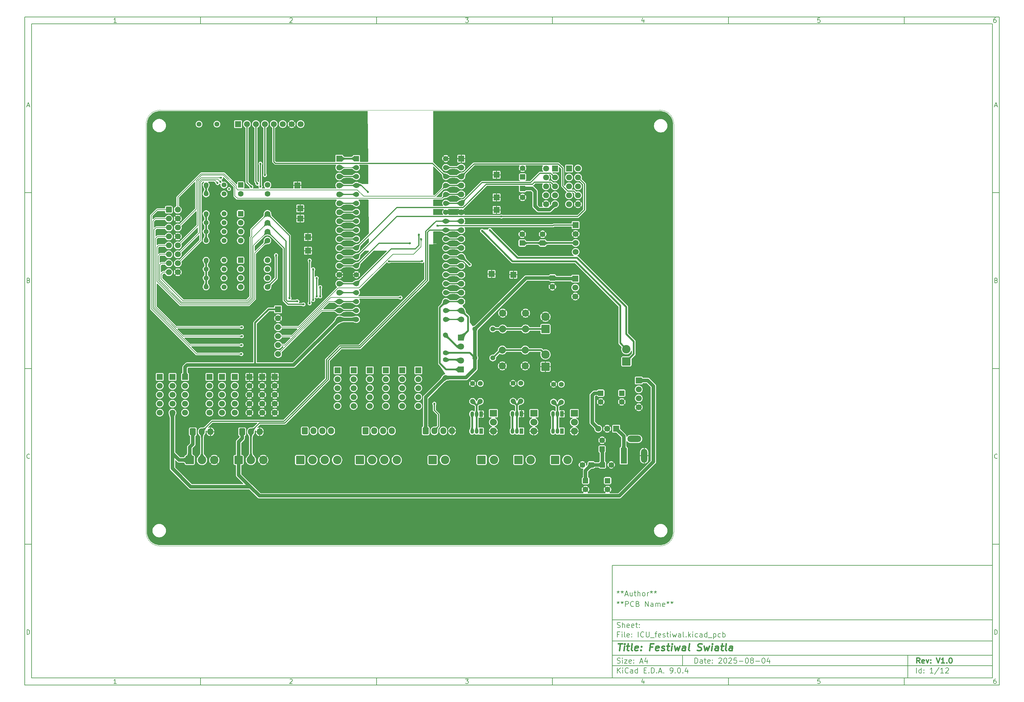
<source format=gbr>
%TF.GenerationSoftware,KiCad,Pcbnew,9.0.4*%
%TF.CreationDate,2025-08-27T10:42:59+02:00*%
%TF.ProjectId,ICU_festiwal,4943555f-6665-4737-9469-77616c2e6b69,V1.0*%
%TF.SameCoordinates,Original*%
%TF.FileFunction,Copper,L1,Top*%
%TF.FilePolarity,Positive*%
%FSLAX46Y46*%
G04 Gerber Fmt 4.6, Leading zero omitted, Abs format (unit mm)*
G04 Created by KiCad (PCBNEW 9.0.4) date 2025-08-27 10:42:59*
%MOMM*%
%LPD*%
G01*
G04 APERTURE LIST*
G04 Aperture macros list*
%AMRoundRect*
0 Rectangle with rounded corners*
0 $1 Rounding radius*
0 $2 $3 $4 $5 $6 $7 $8 $9 X,Y pos of 4 corners*
0 Add a 4 corners polygon primitive as box body*
4,1,4,$2,$3,$4,$5,$6,$7,$8,$9,$2,$3,0*
0 Add four circle primitives for the rounded corners*
1,1,$1+$1,$2,$3*
1,1,$1+$1,$4,$5*
1,1,$1+$1,$6,$7*
1,1,$1+$1,$8,$9*
0 Add four rect primitives between the rounded corners*
20,1,$1+$1,$2,$3,$4,$5,0*
20,1,$1+$1,$4,$5,$6,$7,0*
20,1,$1+$1,$6,$7,$8,$9,0*
20,1,$1+$1,$8,$9,$2,$3,0*%
G04 Aperture macros list end*
%ADD10C,0.100000*%
%ADD11C,0.150000*%
%ADD12C,0.300000*%
%ADD13C,0.400000*%
%TA.AperFunction,ComponentPad*%
%ADD14C,1.400000*%
%TD*%
%TA.AperFunction,ComponentPad*%
%ADD15R,1.700000X1.700000*%
%TD*%
%TA.AperFunction,ComponentPad*%
%ADD16C,1.700000*%
%TD*%
%TA.AperFunction,ComponentPad*%
%ADD17RoundRect,0.250001X0.949999X-0.949999X0.949999X0.949999X-0.949999X0.949999X-0.949999X-0.949999X0*%
%TD*%
%TA.AperFunction,ComponentPad*%
%ADD18C,2.400000*%
%TD*%
%TA.AperFunction,ComponentPad*%
%ADD19R,1.530000X1.530000*%
%TD*%
%TA.AperFunction,ComponentPad*%
%ADD20C,1.530000*%
%TD*%
%TA.AperFunction,ComponentPad*%
%ADD21RoundRect,0.250000X-0.600000X-0.725000X0.600000X-0.725000X0.600000X0.725000X-0.600000X0.725000X0*%
%TD*%
%TA.AperFunction,ComponentPad*%
%ADD22O,1.700000X1.950000*%
%TD*%
%TA.AperFunction,ComponentPad*%
%ADD23RoundRect,0.250000X0.550000X-0.550000X0.550000X0.550000X-0.550000X0.550000X-0.550000X-0.550000X0*%
%TD*%
%TA.AperFunction,ComponentPad*%
%ADD24C,1.600000*%
%TD*%
%TA.AperFunction,ComponentPad*%
%ADD25R,1.050000X1.500000*%
%TD*%
%TA.AperFunction,ComponentPad*%
%ADD26O,1.050000X1.500000*%
%TD*%
%TA.AperFunction,ComponentPad*%
%ADD27RoundRect,0.250000X-0.550000X-0.550000X0.550000X-0.550000X0.550000X0.550000X-0.550000X0.550000X0*%
%TD*%
%TA.AperFunction,ComponentPad*%
%ADD28RoundRect,0.250001X-0.949999X-0.949999X0.949999X-0.949999X0.949999X0.949999X-0.949999X0.949999X0*%
%TD*%
%TA.AperFunction,ComponentPad*%
%ADD29R,2.000000X1.905000*%
%TD*%
%TA.AperFunction,ComponentPad*%
%ADD30O,2.000000X1.905000*%
%TD*%
%TA.AperFunction,ComponentPad*%
%ADD31R,1.800000X4.400000*%
%TD*%
%TA.AperFunction,ComponentPad*%
%ADD32O,1.800000X4.000000*%
%TD*%
%TA.AperFunction,ComponentPad*%
%ADD33O,4.000000X1.800000*%
%TD*%
%TA.AperFunction,ComponentPad*%
%ADD34RoundRect,0.250000X-0.550000X0.550000X-0.550000X-0.550000X0.550000X-0.550000X0.550000X0.550000X0*%
%TD*%
%TA.AperFunction,ComponentPad*%
%ADD35RoundRect,0.250000X-0.600000X-0.600000X0.600000X-0.600000X0.600000X0.600000X-0.600000X0.600000X0*%
%TD*%
%TA.AperFunction,ComponentPad*%
%ADD36R,1.800000X1.800000*%
%TD*%
%TA.AperFunction,ComponentPad*%
%ADD37C,1.800000*%
%TD*%
%TA.AperFunction,ComponentPad*%
%ADD38C,2.000000*%
%TD*%
%TA.AperFunction,ComponentPad*%
%ADD39RoundRect,0.250000X0.550000X0.550000X-0.550000X0.550000X-0.550000X-0.550000X0.550000X-0.550000X0*%
%TD*%
%TA.AperFunction,ViaPad*%
%ADD40C,0.600000*%
%TD*%
%TA.AperFunction,Conductor*%
%ADD41C,0.300000*%
%TD*%
%TA.AperFunction,Conductor*%
%ADD42C,1.000000*%
%TD*%
%TA.AperFunction,Conductor*%
%ADD43C,0.500000*%
%TD*%
%TA.AperFunction,Conductor*%
%ADD44C,0.200000*%
%TD*%
%TA.AperFunction,Conductor*%
%ADD45C,0.350000*%
%TD*%
%TA.AperFunction,Profile*%
%ADD46C,0.050000*%
%TD*%
G04 APERTURE END LIST*
D10*
D11*
X177002200Y-166007200D02*
X285002200Y-166007200D01*
X285002200Y-198007200D01*
X177002200Y-198007200D01*
X177002200Y-166007200D01*
D10*
D11*
X10000000Y-10000000D02*
X287002200Y-10000000D01*
X287002200Y-200007200D01*
X10000000Y-200007200D01*
X10000000Y-10000000D01*
D10*
D11*
X12000000Y-12000000D02*
X285002200Y-12000000D01*
X285002200Y-198007200D01*
X12000000Y-198007200D01*
X12000000Y-12000000D01*
D10*
D11*
X60000000Y-12000000D02*
X60000000Y-10000000D01*
D10*
D11*
X110000000Y-12000000D02*
X110000000Y-10000000D01*
D10*
D11*
X160000000Y-12000000D02*
X160000000Y-10000000D01*
D10*
D11*
X210000000Y-12000000D02*
X210000000Y-10000000D01*
D10*
D11*
X260000000Y-12000000D02*
X260000000Y-10000000D01*
D10*
D11*
X36089160Y-11593604D02*
X35346303Y-11593604D01*
X35717731Y-11593604D02*
X35717731Y-10293604D01*
X35717731Y-10293604D02*
X35593922Y-10479319D01*
X35593922Y-10479319D02*
X35470112Y-10603128D01*
X35470112Y-10603128D02*
X35346303Y-10665033D01*
D10*
D11*
X85346303Y-10417414D02*
X85408207Y-10355509D01*
X85408207Y-10355509D02*
X85532017Y-10293604D01*
X85532017Y-10293604D02*
X85841541Y-10293604D01*
X85841541Y-10293604D02*
X85965350Y-10355509D01*
X85965350Y-10355509D02*
X86027255Y-10417414D01*
X86027255Y-10417414D02*
X86089160Y-10541223D01*
X86089160Y-10541223D02*
X86089160Y-10665033D01*
X86089160Y-10665033D02*
X86027255Y-10850747D01*
X86027255Y-10850747D02*
X85284398Y-11593604D01*
X85284398Y-11593604D02*
X86089160Y-11593604D01*
D10*
D11*
X135284398Y-10293604D02*
X136089160Y-10293604D01*
X136089160Y-10293604D02*
X135655826Y-10788842D01*
X135655826Y-10788842D02*
X135841541Y-10788842D01*
X135841541Y-10788842D02*
X135965350Y-10850747D01*
X135965350Y-10850747D02*
X136027255Y-10912652D01*
X136027255Y-10912652D02*
X136089160Y-11036461D01*
X136089160Y-11036461D02*
X136089160Y-11345985D01*
X136089160Y-11345985D02*
X136027255Y-11469795D01*
X136027255Y-11469795D02*
X135965350Y-11531700D01*
X135965350Y-11531700D02*
X135841541Y-11593604D01*
X135841541Y-11593604D02*
X135470112Y-11593604D01*
X135470112Y-11593604D02*
X135346303Y-11531700D01*
X135346303Y-11531700D02*
X135284398Y-11469795D01*
D10*
D11*
X185965350Y-10726938D02*
X185965350Y-11593604D01*
X185655826Y-10231700D02*
X185346303Y-11160271D01*
X185346303Y-11160271D02*
X186151064Y-11160271D01*
D10*
D11*
X236027255Y-10293604D02*
X235408207Y-10293604D01*
X235408207Y-10293604D02*
X235346303Y-10912652D01*
X235346303Y-10912652D02*
X235408207Y-10850747D01*
X235408207Y-10850747D02*
X235532017Y-10788842D01*
X235532017Y-10788842D02*
X235841541Y-10788842D01*
X235841541Y-10788842D02*
X235965350Y-10850747D01*
X235965350Y-10850747D02*
X236027255Y-10912652D01*
X236027255Y-10912652D02*
X236089160Y-11036461D01*
X236089160Y-11036461D02*
X236089160Y-11345985D01*
X236089160Y-11345985D02*
X236027255Y-11469795D01*
X236027255Y-11469795D02*
X235965350Y-11531700D01*
X235965350Y-11531700D02*
X235841541Y-11593604D01*
X235841541Y-11593604D02*
X235532017Y-11593604D01*
X235532017Y-11593604D02*
X235408207Y-11531700D01*
X235408207Y-11531700D02*
X235346303Y-11469795D01*
D10*
D11*
X285965350Y-10293604D02*
X285717731Y-10293604D01*
X285717731Y-10293604D02*
X285593922Y-10355509D01*
X285593922Y-10355509D02*
X285532017Y-10417414D01*
X285532017Y-10417414D02*
X285408207Y-10603128D01*
X285408207Y-10603128D02*
X285346303Y-10850747D01*
X285346303Y-10850747D02*
X285346303Y-11345985D01*
X285346303Y-11345985D02*
X285408207Y-11469795D01*
X285408207Y-11469795D02*
X285470112Y-11531700D01*
X285470112Y-11531700D02*
X285593922Y-11593604D01*
X285593922Y-11593604D02*
X285841541Y-11593604D01*
X285841541Y-11593604D02*
X285965350Y-11531700D01*
X285965350Y-11531700D02*
X286027255Y-11469795D01*
X286027255Y-11469795D02*
X286089160Y-11345985D01*
X286089160Y-11345985D02*
X286089160Y-11036461D01*
X286089160Y-11036461D02*
X286027255Y-10912652D01*
X286027255Y-10912652D02*
X285965350Y-10850747D01*
X285965350Y-10850747D02*
X285841541Y-10788842D01*
X285841541Y-10788842D02*
X285593922Y-10788842D01*
X285593922Y-10788842D02*
X285470112Y-10850747D01*
X285470112Y-10850747D02*
X285408207Y-10912652D01*
X285408207Y-10912652D02*
X285346303Y-11036461D01*
D10*
D11*
X60000000Y-198007200D02*
X60000000Y-200007200D01*
D10*
D11*
X110000000Y-198007200D02*
X110000000Y-200007200D01*
D10*
D11*
X160000000Y-198007200D02*
X160000000Y-200007200D01*
D10*
D11*
X210000000Y-198007200D02*
X210000000Y-200007200D01*
D10*
D11*
X260000000Y-198007200D02*
X260000000Y-200007200D01*
D10*
D11*
X36089160Y-199600804D02*
X35346303Y-199600804D01*
X35717731Y-199600804D02*
X35717731Y-198300804D01*
X35717731Y-198300804D02*
X35593922Y-198486519D01*
X35593922Y-198486519D02*
X35470112Y-198610328D01*
X35470112Y-198610328D02*
X35346303Y-198672233D01*
D10*
D11*
X85346303Y-198424614D02*
X85408207Y-198362709D01*
X85408207Y-198362709D02*
X85532017Y-198300804D01*
X85532017Y-198300804D02*
X85841541Y-198300804D01*
X85841541Y-198300804D02*
X85965350Y-198362709D01*
X85965350Y-198362709D02*
X86027255Y-198424614D01*
X86027255Y-198424614D02*
X86089160Y-198548423D01*
X86089160Y-198548423D02*
X86089160Y-198672233D01*
X86089160Y-198672233D02*
X86027255Y-198857947D01*
X86027255Y-198857947D02*
X85284398Y-199600804D01*
X85284398Y-199600804D02*
X86089160Y-199600804D01*
D10*
D11*
X135284398Y-198300804D02*
X136089160Y-198300804D01*
X136089160Y-198300804D02*
X135655826Y-198796042D01*
X135655826Y-198796042D02*
X135841541Y-198796042D01*
X135841541Y-198796042D02*
X135965350Y-198857947D01*
X135965350Y-198857947D02*
X136027255Y-198919852D01*
X136027255Y-198919852D02*
X136089160Y-199043661D01*
X136089160Y-199043661D02*
X136089160Y-199353185D01*
X136089160Y-199353185D02*
X136027255Y-199476995D01*
X136027255Y-199476995D02*
X135965350Y-199538900D01*
X135965350Y-199538900D02*
X135841541Y-199600804D01*
X135841541Y-199600804D02*
X135470112Y-199600804D01*
X135470112Y-199600804D02*
X135346303Y-199538900D01*
X135346303Y-199538900D02*
X135284398Y-199476995D01*
D10*
D11*
X185965350Y-198734138D02*
X185965350Y-199600804D01*
X185655826Y-198238900D02*
X185346303Y-199167471D01*
X185346303Y-199167471D02*
X186151064Y-199167471D01*
D10*
D11*
X236027255Y-198300804D02*
X235408207Y-198300804D01*
X235408207Y-198300804D02*
X235346303Y-198919852D01*
X235346303Y-198919852D02*
X235408207Y-198857947D01*
X235408207Y-198857947D02*
X235532017Y-198796042D01*
X235532017Y-198796042D02*
X235841541Y-198796042D01*
X235841541Y-198796042D02*
X235965350Y-198857947D01*
X235965350Y-198857947D02*
X236027255Y-198919852D01*
X236027255Y-198919852D02*
X236089160Y-199043661D01*
X236089160Y-199043661D02*
X236089160Y-199353185D01*
X236089160Y-199353185D02*
X236027255Y-199476995D01*
X236027255Y-199476995D02*
X235965350Y-199538900D01*
X235965350Y-199538900D02*
X235841541Y-199600804D01*
X235841541Y-199600804D02*
X235532017Y-199600804D01*
X235532017Y-199600804D02*
X235408207Y-199538900D01*
X235408207Y-199538900D02*
X235346303Y-199476995D01*
D10*
D11*
X285965350Y-198300804D02*
X285717731Y-198300804D01*
X285717731Y-198300804D02*
X285593922Y-198362709D01*
X285593922Y-198362709D02*
X285532017Y-198424614D01*
X285532017Y-198424614D02*
X285408207Y-198610328D01*
X285408207Y-198610328D02*
X285346303Y-198857947D01*
X285346303Y-198857947D02*
X285346303Y-199353185D01*
X285346303Y-199353185D02*
X285408207Y-199476995D01*
X285408207Y-199476995D02*
X285470112Y-199538900D01*
X285470112Y-199538900D02*
X285593922Y-199600804D01*
X285593922Y-199600804D02*
X285841541Y-199600804D01*
X285841541Y-199600804D02*
X285965350Y-199538900D01*
X285965350Y-199538900D02*
X286027255Y-199476995D01*
X286027255Y-199476995D02*
X286089160Y-199353185D01*
X286089160Y-199353185D02*
X286089160Y-199043661D01*
X286089160Y-199043661D02*
X286027255Y-198919852D01*
X286027255Y-198919852D02*
X285965350Y-198857947D01*
X285965350Y-198857947D02*
X285841541Y-198796042D01*
X285841541Y-198796042D02*
X285593922Y-198796042D01*
X285593922Y-198796042D02*
X285470112Y-198857947D01*
X285470112Y-198857947D02*
X285408207Y-198919852D01*
X285408207Y-198919852D02*
X285346303Y-199043661D01*
D10*
D11*
X10000000Y-60000000D02*
X12000000Y-60000000D01*
D10*
D11*
X10000000Y-110000000D02*
X12000000Y-110000000D01*
D10*
D11*
X10000000Y-160000000D02*
X12000000Y-160000000D01*
D10*
D11*
X10690476Y-35222176D02*
X11309523Y-35222176D01*
X10566666Y-35593604D02*
X10999999Y-34293604D01*
X10999999Y-34293604D02*
X11433333Y-35593604D01*
D10*
D11*
X11092857Y-84912652D02*
X11278571Y-84974557D01*
X11278571Y-84974557D02*
X11340476Y-85036461D01*
X11340476Y-85036461D02*
X11402380Y-85160271D01*
X11402380Y-85160271D02*
X11402380Y-85345985D01*
X11402380Y-85345985D02*
X11340476Y-85469795D01*
X11340476Y-85469795D02*
X11278571Y-85531700D01*
X11278571Y-85531700D02*
X11154761Y-85593604D01*
X11154761Y-85593604D02*
X10659523Y-85593604D01*
X10659523Y-85593604D02*
X10659523Y-84293604D01*
X10659523Y-84293604D02*
X11092857Y-84293604D01*
X11092857Y-84293604D02*
X11216666Y-84355509D01*
X11216666Y-84355509D02*
X11278571Y-84417414D01*
X11278571Y-84417414D02*
X11340476Y-84541223D01*
X11340476Y-84541223D02*
X11340476Y-84665033D01*
X11340476Y-84665033D02*
X11278571Y-84788842D01*
X11278571Y-84788842D02*
X11216666Y-84850747D01*
X11216666Y-84850747D02*
X11092857Y-84912652D01*
X11092857Y-84912652D02*
X10659523Y-84912652D01*
D10*
D11*
X11402380Y-135469795D02*
X11340476Y-135531700D01*
X11340476Y-135531700D02*
X11154761Y-135593604D01*
X11154761Y-135593604D02*
X11030952Y-135593604D01*
X11030952Y-135593604D02*
X10845238Y-135531700D01*
X10845238Y-135531700D02*
X10721428Y-135407890D01*
X10721428Y-135407890D02*
X10659523Y-135284080D01*
X10659523Y-135284080D02*
X10597619Y-135036461D01*
X10597619Y-135036461D02*
X10597619Y-134850747D01*
X10597619Y-134850747D02*
X10659523Y-134603128D01*
X10659523Y-134603128D02*
X10721428Y-134479319D01*
X10721428Y-134479319D02*
X10845238Y-134355509D01*
X10845238Y-134355509D02*
X11030952Y-134293604D01*
X11030952Y-134293604D02*
X11154761Y-134293604D01*
X11154761Y-134293604D02*
X11340476Y-134355509D01*
X11340476Y-134355509D02*
X11402380Y-134417414D01*
D10*
D11*
X10659523Y-185593604D02*
X10659523Y-184293604D01*
X10659523Y-184293604D02*
X10969047Y-184293604D01*
X10969047Y-184293604D02*
X11154761Y-184355509D01*
X11154761Y-184355509D02*
X11278571Y-184479319D01*
X11278571Y-184479319D02*
X11340476Y-184603128D01*
X11340476Y-184603128D02*
X11402380Y-184850747D01*
X11402380Y-184850747D02*
X11402380Y-185036461D01*
X11402380Y-185036461D02*
X11340476Y-185284080D01*
X11340476Y-185284080D02*
X11278571Y-185407890D01*
X11278571Y-185407890D02*
X11154761Y-185531700D01*
X11154761Y-185531700D02*
X10969047Y-185593604D01*
X10969047Y-185593604D02*
X10659523Y-185593604D01*
D10*
D11*
X287002200Y-60000000D02*
X285002200Y-60000000D01*
D10*
D11*
X287002200Y-110000000D02*
X285002200Y-110000000D01*
D10*
D11*
X287002200Y-160000000D02*
X285002200Y-160000000D01*
D10*
D11*
X285692676Y-35222176D02*
X286311723Y-35222176D01*
X285568866Y-35593604D02*
X286002199Y-34293604D01*
X286002199Y-34293604D02*
X286435533Y-35593604D01*
D10*
D11*
X286095057Y-84912652D02*
X286280771Y-84974557D01*
X286280771Y-84974557D02*
X286342676Y-85036461D01*
X286342676Y-85036461D02*
X286404580Y-85160271D01*
X286404580Y-85160271D02*
X286404580Y-85345985D01*
X286404580Y-85345985D02*
X286342676Y-85469795D01*
X286342676Y-85469795D02*
X286280771Y-85531700D01*
X286280771Y-85531700D02*
X286156961Y-85593604D01*
X286156961Y-85593604D02*
X285661723Y-85593604D01*
X285661723Y-85593604D02*
X285661723Y-84293604D01*
X285661723Y-84293604D02*
X286095057Y-84293604D01*
X286095057Y-84293604D02*
X286218866Y-84355509D01*
X286218866Y-84355509D02*
X286280771Y-84417414D01*
X286280771Y-84417414D02*
X286342676Y-84541223D01*
X286342676Y-84541223D02*
X286342676Y-84665033D01*
X286342676Y-84665033D02*
X286280771Y-84788842D01*
X286280771Y-84788842D02*
X286218866Y-84850747D01*
X286218866Y-84850747D02*
X286095057Y-84912652D01*
X286095057Y-84912652D02*
X285661723Y-84912652D01*
D10*
D11*
X286404580Y-135469795D02*
X286342676Y-135531700D01*
X286342676Y-135531700D02*
X286156961Y-135593604D01*
X286156961Y-135593604D02*
X286033152Y-135593604D01*
X286033152Y-135593604D02*
X285847438Y-135531700D01*
X285847438Y-135531700D02*
X285723628Y-135407890D01*
X285723628Y-135407890D02*
X285661723Y-135284080D01*
X285661723Y-135284080D02*
X285599819Y-135036461D01*
X285599819Y-135036461D02*
X285599819Y-134850747D01*
X285599819Y-134850747D02*
X285661723Y-134603128D01*
X285661723Y-134603128D02*
X285723628Y-134479319D01*
X285723628Y-134479319D02*
X285847438Y-134355509D01*
X285847438Y-134355509D02*
X286033152Y-134293604D01*
X286033152Y-134293604D02*
X286156961Y-134293604D01*
X286156961Y-134293604D02*
X286342676Y-134355509D01*
X286342676Y-134355509D02*
X286404580Y-134417414D01*
D10*
D11*
X285661723Y-185593604D02*
X285661723Y-184293604D01*
X285661723Y-184293604D02*
X285971247Y-184293604D01*
X285971247Y-184293604D02*
X286156961Y-184355509D01*
X286156961Y-184355509D02*
X286280771Y-184479319D01*
X286280771Y-184479319D02*
X286342676Y-184603128D01*
X286342676Y-184603128D02*
X286404580Y-184850747D01*
X286404580Y-184850747D02*
X286404580Y-185036461D01*
X286404580Y-185036461D02*
X286342676Y-185284080D01*
X286342676Y-185284080D02*
X286280771Y-185407890D01*
X286280771Y-185407890D02*
X286156961Y-185531700D01*
X286156961Y-185531700D02*
X285971247Y-185593604D01*
X285971247Y-185593604D02*
X285661723Y-185593604D01*
D10*
D11*
X200458026Y-193793328D02*
X200458026Y-192293328D01*
X200458026Y-192293328D02*
X200815169Y-192293328D01*
X200815169Y-192293328D02*
X201029455Y-192364757D01*
X201029455Y-192364757D02*
X201172312Y-192507614D01*
X201172312Y-192507614D02*
X201243741Y-192650471D01*
X201243741Y-192650471D02*
X201315169Y-192936185D01*
X201315169Y-192936185D02*
X201315169Y-193150471D01*
X201315169Y-193150471D02*
X201243741Y-193436185D01*
X201243741Y-193436185D02*
X201172312Y-193579042D01*
X201172312Y-193579042D02*
X201029455Y-193721900D01*
X201029455Y-193721900D02*
X200815169Y-193793328D01*
X200815169Y-193793328D02*
X200458026Y-193793328D01*
X202600884Y-193793328D02*
X202600884Y-193007614D01*
X202600884Y-193007614D02*
X202529455Y-192864757D01*
X202529455Y-192864757D02*
X202386598Y-192793328D01*
X202386598Y-192793328D02*
X202100884Y-192793328D01*
X202100884Y-192793328D02*
X201958026Y-192864757D01*
X202600884Y-193721900D02*
X202458026Y-193793328D01*
X202458026Y-193793328D02*
X202100884Y-193793328D01*
X202100884Y-193793328D02*
X201958026Y-193721900D01*
X201958026Y-193721900D02*
X201886598Y-193579042D01*
X201886598Y-193579042D02*
X201886598Y-193436185D01*
X201886598Y-193436185D02*
X201958026Y-193293328D01*
X201958026Y-193293328D02*
X202100884Y-193221900D01*
X202100884Y-193221900D02*
X202458026Y-193221900D01*
X202458026Y-193221900D02*
X202600884Y-193150471D01*
X203100884Y-192793328D02*
X203672312Y-192793328D01*
X203315169Y-192293328D02*
X203315169Y-193579042D01*
X203315169Y-193579042D02*
X203386598Y-193721900D01*
X203386598Y-193721900D02*
X203529455Y-193793328D01*
X203529455Y-193793328D02*
X203672312Y-193793328D01*
X204743741Y-193721900D02*
X204600884Y-193793328D01*
X204600884Y-193793328D02*
X204315170Y-193793328D01*
X204315170Y-193793328D02*
X204172312Y-193721900D01*
X204172312Y-193721900D02*
X204100884Y-193579042D01*
X204100884Y-193579042D02*
X204100884Y-193007614D01*
X204100884Y-193007614D02*
X204172312Y-192864757D01*
X204172312Y-192864757D02*
X204315170Y-192793328D01*
X204315170Y-192793328D02*
X204600884Y-192793328D01*
X204600884Y-192793328D02*
X204743741Y-192864757D01*
X204743741Y-192864757D02*
X204815170Y-193007614D01*
X204815170Y-193007614D02*
X204815170Y-193150471D01*
X204815170Y-193150471D02*
X204100884Y-193293328D01*
X205458026Y-193650471D02*
X205529455Y-193721900D01*
X205529455Y-193721900D02*
X205458026Y-193793328D01*
X205458026Y-193793328D02*
X205386598Y-193721900D01*
X205386598Y-193721900D02*
X205458026Y-193650471D01*
X205458026Y-193650471D02*
X205458026Y-193793328D01*
X205458026Y-192864757D02*
X205529455Y-192936185D01*
X205529455Y-192936185D02*
X205458026Y-193007614D01*
X205458026Y-193007614D02*
X205386598Y-192936185D01*
X205386598Y-192936185D02*
X205458026Y-192864757D01*
X205458026Y-192864757D02*
X205458026Y-193007614D01*
X207243741Y-192436185D02*
X207315169Y-192364757D01*
X207315169Y-192364757D02*
X207458027Y-192293328D01*
X207458027Y-192293328D02*
X207815169Y-192293328D01*
X207815169Y-192293328D02*
X207958027Y-192364757D01*
X207958027Y-192364757D02*
X208029455Y-192436185D01*
X208029455Y-192436185D02*
X208100884Y-192579042D01*
X208100884Y-192579042D02*
X208100884Y-192721900D01*
X208100884Y-192721900D02*
X208029455Y-192936185D01*
X208029455Y-192936185D02*
X207172312Y-193793328D01*
X207172312Y-193793328D02*
X208100884Y-193793328D01*
X209029455Y-192293328D02*
X209172312Y-192293328D01*
X209172312Y-192293328D02*
X209315169Y-192364757D01*
X209315169Y-192364757D02*
X209386598Y-192436185D01*
X209386598Y-192436185D02*
X209458026Y-192579042D01*
X209458026Y-192579042D02*
X209529455Y-192864757D01*
X209529455Y-192864757D02*
X209529455Y-193221900D01*
X209529455Y-193221900D02*
X209458026Y-193507614D01*
X209458026Y-193507614D02*
X209386598Y-193650471D01*
X209386598Y-193650471D02*
X209315169Y-193721900D01*
X209315169Y-193721900D02*
X209172312Y-193793328D01*
X209172312Y-193793328D02*
X209029455Y-193793328D01*
X209029455Y-193793328D02*
X208886598Y-193721900D01*
X208886598Y-193721900D02*
X208815169Y-193650471D01*
X208815169Y-193650471D02*
X208743740Y-193507614D01*
X208743740Y-193507614D02*
X208672312Y-193221900D01*
X208672312Y-193221900D02*
X208672312Y-192864757D01*
X208672312Y-192864757D02*
X208743740Y-192579042D01*
X208743740Y-192579042D02*
X208815169Y-192436185D01*
X208815169Y-192436185D02*
X208886598Y-192364757D01*
X208886598Y-192364757D02*
X209029455Y-192293328D01*
X210100883Y-192436185D02*
X210172311Y-192364757D01*
X210172311Y-192364757D02*
X210315169Y-192293328D01*
X210315169Y-192293328D02*
X210672311Y-192293328D01*
X210672311Y-192293328D02*
X210815169Y-192364757D01*
X210815169Y-192364757D02*
X210886597Y-192436185D01*
X210886597Y-192436185D02*
X210958026Y-192579042D01*
X210958026Y-192579042D02*
X210958026Y-192721900D01*
X210958026Y-192721900D02*
X210886597Y-192936185D01*
X210886597Y-192936185D02*
X210029454Y-193793328D01*
X210029454Y-193793328D02*
X210958026Y-193793328D01*
X212315168Y-192293328D02*
X211600882Y-192293328D01*
X211600882Y-192293328D02*
X211529454Y-193007614D01*
X211529454Y-193007614D02*
X211600882Y-192936185D01*
X211600882Y-192936185D02*
X211743740Y-192864757D01*
X211743740Y-192864757D02*
X212100882Y-192864757D01*
X212100882Y-192864757D02*
X212243740Y-192936185D01*
X212243740Y-192936185D02*
X212315168Y-193007614D01*
X212315168Y-193007614D02*
X212386597Y-193150471D01*
X212386597Y-193150471D02*
X212386597Y-193507614D01*
X212386597Y-193507614D02*
X212315168Y-193650471D01*
X212315168Y-193650471D02*
X212243740Y-193721900D01*
X212243740Y-193721900D02*
X212100882Y-193793328D01*
X212100882Y-193793328D02*
X211743740Y-193793328D01*
X211743740Y-193793328D02*
X211600882Y-193721900D01*
X211600882Y-193721900D02*
X211529454Y-193650471D01*
X213029453Y-193221900D02*
X214172311Y-193221900D01*
X215172311Y-192293328D02*
X215315168Y-192293328D01*
X215315168Y-192293328D02*
X215458025Y-192364757D01*
X215458025Y-192364757D02*
X215529454Y-192436185D01*
X215529454Y-192436185D02*
X215600882Y-192579042D01*
X215600882Y-192579042D02*
X215672311Y-192864757D01*
X215672311Y-192864757D02*
X215672311Y-193221900D01*
X215672311Y-193221900D02*
X215600882Y-193507614D01*
X215600882Y-193507614D02*
X215529454Y-193650471D01*
X215529454Y-193650471D02*
X215458025Y-193721900D01*
X215458025Y-193721900D02*
X215315168Y-193793328D01*
X215315168Y-193793328D02*
X215172311Y-193793328D01*
X215172311Y-193793328D02*
X215029454Y-193721900D01*
X215029454Y-193721900D02*
X214958025Y-193650471D01*
X214958025Y-193650471D02*
X214886596Y-193507614D01*
X214886596Y-193507614D02*
X214815168Y-193221900D01*
X214815168Y-193221900D02*
X214815168Y-192864757D01*
X214815168Y-192864757D02*
X214886596Y-192579042D01*
X214886596Y-192579042D02*
X214958025Y-192436185D01*
X214958025Y-192436185D02*
X215029454Y-192364757D01*
X215029454Y-192364757D02*
X215172311Y-192293328D01*
X216529453Y-192936185D02*
X216386596Y-192864757D01*
X216386596Y-192864757D02*
X216315167Y-192793328D01*
X216315167Y-192793328D02*
X216243739Y-192650471D01*
X216243739Y-192650471D02*
X216243739Y-192579042D01*
X216243739Y-192579042D02*
X216315167Y-192436185D01*
X216315167Y-192436185D02*
X216386596Y-192364757D01*
X216386596Y-192364757D02*
X216529453Y-192293328D01*
X216529453Y-192293328D02*
X216815167Y-192293328D01*
X216815167Y-192293328D02*
X216958025Y-192364757D01*
X216958025Y-192364757D02*
X217029453Y-192436185D01*
X217029453Y-192436185D02*
X217100882Y-192579042D01*
X217100882Y-192579042D02*
X217100882Y-192650471D01*
X217100882Y-192650471D02*
X217029453Y-192793328D01*
X217029453Y-192793328D02*
X216958025Y-192864757D01*
X216958025Y-192864757D02*
X216815167Y-192936185D01*
X216815167Y-192936185D02*
X216529453Y-192936185D01*
X216529453Y-192936185D02*
X216386596Y-193007614D01*
X216386596Y-193007614D02*
X216315167Y-193079042D01*
X216315167Y-193079042D02*
X216243739Y-193221900D01*
X216243739Y-193221900D02*
X216243739Y-193507614D01*
X216243739Y-193507614D02*
X216315167Y-193650471D01*
X216315167Y-193650471D02*
X216386596Y-193721900D01*
X216386596Y-193721900D02*
X216529453Y-193793328D01*
X216529453Y-193793328D02*
X216815167Y-193793328D01*
X216815167Y-193793328D02*
X216958025Y-193721900D01*
X216958025Y-193721900D02*
X217029453Y-193650471D01*
X217029453Y-193650471D02*
X217100882Y-193507614D01*
X217100882Y-193507614D02*
X217100882Y-193221900D01*
X217100882Y-193221900D02*
X217029453Y-193079042D01*
X217029453Y-193079042D02*
X216958025Y-193007614D01*
X216958025Y-193007614D02*
X216815167Y-192936185D01*
X217743738Y-193221900D02*
X218886596Y-193221900D01*
X219886596Y-192293328D02*
X220029453Y-192293328D01*
X220029453Y-192293328D02*
X220172310Y-192364757D01*
X220172310Y-192364757D02*
X220243739Y-192436185D01*
X220243739Y-192436185D02*
X220315167Y-192579042D01*
X220315167Y-192579042D02*
X220386596Y-192864757D01*
X220386596Y-192864757D02*
X220386596Y-193221900D01*
X220386596Y-193221900D02*
X220315167Y-193507614D01*
X220315167Y-193507614D02*
X220243739Y-193650471D01*
X220243739Y-193650471D02*
X220172310Y-193721900D01*
X220172310Y-193721900D02*
X220029453Y-193793328D01*
X220029453Y-193793328D02*
X219886596Y-193793328D01*
X219886596Y-193793328D02*
X219743739Y-193721900D01*
X219743739Y-193721900D02*
X219672310Y-193650471D01*
X219672310Y-193650471D02*
X219600881Y-193507614D01*
X219600881Y-193507614D02*
X219529453Y-193221900D01*
X219529453Y-193221900D02*
X219529453Y-192864757D01*
X219529453Y-192864757D02*
X219600881Y-192579042D01*
X219600881Y-192579042D02*
X219672310Y-192436185D01*
X219672310Y-192436185D02*
X219743739Y-192364757D01*
X219743739Y-192364757D02*
X219886596Y-192293328D01*
X221672310Y-192793328D02*
X221672310Y-193793328D01*
X221315167Y-192221900D02*
X220958024Y-193293328D01*
X220958024Y-193293328D02*
X221886595Y-193293328D01*
D10*
D11*
X177002200Y-194507200D02*
X285002200Y-194507200D01*
D10*
D11*
X178458026Y-196593328D02*
X178458026Y-195093328D01*
X179315169Y-196593328D02*
X178672312Y-195736185D01*
X179315169Y-195093328D02*
X178458026Y-195950471D01*
X179958026Y-196593328D02*
X179958026Y-195593328D01*
X179958026Y-195093328D02*
X179886598Y-195164757D01*
X179886598Y-195164757D02*
X179958026Y-195236185D01*
X179958026Y-195236185D02*
X180029455Y-195164757D01*
X180029455Y-195164757D02*
X179958026Y-195093328D01*
X179958026Y-195093328D02*
X179958026Y-195236185D01*
X181529455Y-196450471D02*
X181458027Y-196521900D01*
X181458027Y-196521900D02*
X181243741Y-196593328D01*
X181243741Y-196593328D02*
X181100884Y-196593328D01*
X181100884Y-196593328D02*
X180886598Y-196521900D01*
X180886598Y-196521900D02*
X180743741Y-196379042D01*
X180743741Y-196379042D02*
X180672312Y-196236185D01*
X180672312Y-196236185D02*
X180600884Y-195950471D01*
X180600884Y-195950471D02*
X180600884Y-195736185D01*
X180600884Y-195736185D02*
X180672312Y-195450471D01*
X180672312Y-195450471D02*
X180743741Y-195307614D01*
X180743741Y-195307614D02*
X180886598Y-195164757D01*
X180886598Y-195164757D02*
X181100884Y-195093328D01*
X181100884Y-195093328D02*
X181243741Y-195093328D01*
X181243741Y-195093328D02*
X181458027Y-195164757D01*
X181458027Y-195164757D02*
X181529455Y-195236185D01*
X182815170Y-196593328D02*
X182815170Y-195807614D01*
X182815170Y-195807614D02*
X182743741Y-195664757D01*
X182743741Y-195664757D02*
X182600884Y-195593328D01*
X182600884Y-195593328D02*
X182315170Y-195593328D01*
X182315170Y-195593328D02*
X182172312Y-195664757D01*
X182815170Y-196521900D02*
X182672312Y-196593328D01*
X182672312Y-196593328D02*
X182315170Y-196593328D01*
X182315170Y-196593328D02*
X182172312Y-196521900D01*
X182172312Y-196521900D02*
X182100884Y-196379042D01*
X182100884Y-196379042D02*
X182100884Y-196236185D01*
X182100884Y-196236185D02*
X182172312Y-196093328D01*
X182172312Y-196093328D02*
X182315170Y-196021900D01*
X182315170Y-196021900D02*
X182672312Y-196021900D01*
X182672312Y-196021900D02*
X182815170Y-195950471D01*
X184172313Y-196593328D02*
X184172313Y-195093328D01*
X184172313Y-196521900D02*
X184029455Y-196593328D01*
X184029455Y-196593328D02*
X183743741Y-196593328D01*
X183743741Y-196593328D02*
X183600884Y-196521900D01*
X183600884Y-196521900D02*
X183529455Y-196450471D01*
X183529455Y-196450471D02*
X183458027Y-196307614D01*
X183458027Y-196307614D02*
X183458027Y-195879042D01*
X183458027Y-195879042D02*
X183529455Y-195736185D01*
X183529455Y-195736185D02*
X183600884Y-195664757D01*
X183600884Y-195664757D02*
X183743741Y-195593328D01*
X183743741Y-195593328D02*
X184029455Y-195593328D01*
X184029455Y-195593328D02*
X184172313Y-195664757D01*
X186029455Y-195807614D02*
X186529455Y-195807614D01*
X186743741Y-196593328D02*
X186029455Y-196593328D01*
X186029455Y-196593328D02*
X186029455Y-195093328D01*
X186029455Y-195093328D02*
X186743741Y-195093328D01*
X187386598Y-196450471D02*
X187458027Y-196521900D01*
X187458027Y-196521900D02*
X187386598Y-196593328D01*
X187386598Y-196593328D02*
X187315170Y-196521900D01*
X187315170Y-196521900D02*
X187386598Y-196450471D01*
X187386598Y-196450471D02*
X187386598Y-196593328D01*
X188100884Y-196593328D02*
X188100884Y-195093328D01*
X188100884Y-195093328D02*
X188458027Y-195093328D01*
X188458027Y-195093328D02*
X188672313Y-195164757D01*
X188672313Y-195164757D02*
X188815170Y-195307614D01*
X188815170Y-195307614D02*
X188886599Y-195450471D01*
X188886599Y-195450471D02*
X188958027Y-195736185D01*
X188958027Y-195736185D02*
X188958027Y-195950471D01*
X188958027Y-195950471D02*
X188886599Y-196236185D01*
X188886599Y-196236185D02*
X188815170Y-196379042D01*
X188815170Y-196379042D02*
X188672313Y-196521900D01*
X188672313Y-196521900D02*
X188458027Y-196593328D01*
X188458027Y-196593328D02*
X188100884Y-196593328D01*
X189600884Y-196450471D02*
X189672313Y-196521900D01*
X189672313Y-196521900D02*
X189600884Y-196593328D01*
X189600884Y-196593328D02*
X189529456Y-196521900D01*
X189529456Y-196521900D02*
X189600884Y-196450471D01*
X189600884Y-196450471D02*
X189600884Y-196593328D01*
X190243742Y-196164757D02*
X190958028Y-196164757D01*
X190100885Y-196593328D02*
X190600885Y-195093328D01*
X190600885Y-195093328D02*
X191100885Y-196593328D01*
X191600884Y-196450471D02*
X191672313Y-196521900D01*
X191672313Y-196521900D02*
X191600884Y-196593328D01*
X191600884Y-196593328D02*
X191529456Y-196521900D01*
X191529456Y-196521900D02*
X191600884Y-196450471D01*
X191600884Y-196450471D02*
X191600884Y-196593328D01*
X193529456Y-196593328D02*
X193815170Y-196593328D01*
X193815170Y-196593328D02*
X193958027Y-196521900D01*
X193958027Y-196521900D02*
X194029456Y-196450471D01*
X194029456Y-196450471D02*
X194172313Y-196236185D01*
X194172313Y-196236185D02*
X194243742Y-195950471D01*
X194243742Y-195950471D02*
X194243742Y-195379042D01*
X194243742Y-195379042D02*
X194172313Y-195236185D01*
X194172313Y-195236185D02*
X194100885Y-195164757D01*
X194100885Y-195164757D02*
X193958027Y-195093328D01*
X193958027Y-195093328D02*
X193672313Y-195093328D01*
X193672313Y-195093328D02*
X193529456Y-195164757D01*
X193529456Y-195164757D02*
X193458027Y-195236185D01*
X193458027Y-195236185D02*
X193386599Y-195379042D01*
X193386599Y-195379042D02*
X193386599Y-195736185D01*
X193386599Y-195736185D02*
X193458027Y-195879042D01*
X193458027Y-195879042D02*
X193529456Y-195950471D01*
X193529456Y-195950471D02*
X193672313Y-196021900D01*
X193672313Y-196021900D02*
X193958027Y-196021900D01*
X193958027Y-196021900D02*
X194100885Y-195950471D01*
X194100885Y-195950471D02*
X194172313Y-195879042D01*
X194172313Y-195879042D02*
X194243742Y-195736185D01*
X194886598Y-196450471D02*
X194958027Y-196521900D01*
X194958027Y-196521900D02*
X194886598Y-196593328D01*
X194886598Y-196593328D02*
X194815170Y-196521900D01*
X194815170Y-196521900D02*
X194886598Y-196450471D01*
X194886598Y-196450471D02*
X194886598Y-196593328D01*
X195886599Y-195093328D02*
X196029456Y-195093328D01*
X196029456Y-195093328D02*
X196172313Y-195164757D01*
X196172313Y-195164757D02*
X196243742Y-195236185D01*
X196243742Y-195236185D02*
X196315170Y-195379042D01*
X196315170Y-195379042D02*
X196386599Y-195664757D01*
X196386599Y-195664757D02*
X196386599Y-196021900D01*
X196386599Y-196021900D02*
X196315170Y-196307614D01*
X196315170Y-196307614D02*
X196243742Y-196450471D01*
X196243742Y-196450471D02*
X196172313Y-196521900D01*
X196172313Y-196521900D02*
X196029456Y-196593328D01*
X196029456Y-196593328D02*
X195886599Y-196593328D01*
X195886599Y-196593328D02*
X195743742Y-196521900D01*
X195743742Y-196521900D02*
X195672313Y-196450471D01*
X195672313Y-196450471D02*
X195600884Y-196307614D01*
X195600884Y-196307614D02*
X195529456Y-196021900D01*
X195529456Y-196021900D02*
X195529456Y-195664757D01*
X195529456Y-195664757D02*
X195600884Y-195379042D01*
X195600884Y-195379042D02*
X195672313Y-195236185D01*
X195672313Y-195236185D02*
X195743742Y-195164757D01*
X195743742Y-195164757D02*
X195886599Y-195093328D01*
X197029455Y-196450471D02*
X197100884Y-196521900D01*
X197100884Y-196521900D02*
X197029455Y-196593328D01*
X197029455Y-196593328D02*
X196958027Y-196521900D01*
X196958027Y-196521900D02*
X197029455Y-196450471D01*
X197029455Y-196450471D02*
X197029455Y-196593328D01*
X198386599Y-195593328D02*
X198386599Y-196593328D01*
X198029456Y-195021900D02*
X197672313Y-196093328D01*
X197672313Y-196093328D02*
X198600884Y-196093328D01*
D10*
D11*
X177002200Y-191507200D02*
X285002200Y-191507200D01*
D10*
D12*
X264413853Y-193785528D02*
X263913853Y-193071242D01*
X263556710Y-193785528D02*
X263556710Y-192285528D01*
X263556710Y-192285528D02*
X264128139Y-192285528D01*
X264128139Y-192285528D02*
X264270996Y-192356957D01*
X264270996Y-192356957D02*
X264342425Y-192428385D01*
X264342425Y-192428385D02*
X264413853Y-192571242D01*
X264413853Y-192571242D02*
X264413853Y-192785528D01*
X264413853Y-192785528D02*
X264342425Y-192928385D01*
X264342425Y-192928385D02*
X264270996Y-192999814D01*
X264270996Y-192999814D02*
X264128139Y-193071242D01*
X264128139Y-193071242D02*
X263556710Y-193071242D01*
X265628139Y-193714100D02*
X265485282Y-193785528D01*
X265485282Y-193785528D02*
X265199568Y-193785528D01*
X265199568Y-193785528D02*
X265056710Y-193714100D01*
X265056710Y-193714100D02*
X264985282Y-193571242D01*
X264985282Y-193571242D02*
X264985282Y-192999814D01*
X264985282Y-192999814D02*
X265056710Y-192856957D01*
X265056710Y-192856957D02*
X265199568Y-192785528D01*
X265199568Y-192785528D02*
X265485282Y-192785528D01*
X265485282Y-192785528D02*
X265628139Y-192856957D01*
X265628139Y-192856957D02*
X265699568Y-192999814D01*
X265699568Y-192999814D02*
X265699568Y-193142671D01*
X265699568Y-193142671D02*
X264985282Y-193285528D01*
X266199567Y-192785528D02*
X266556710Y-193785528D01*
X266556710Y-193785528D02*
X266913853Y-192785528D01*
X267485281Y-193642671D02*
X267556710Y-193714100D01*
X267556710Y-193714100D02*
X267485281Y-193785528D01*
X267485281Y-193785528D02*
X267413853Y-193714100D01*
X267413853Y-193714100D02*
X267485281Y-193642671D01*
X267485281Y-193642671D02*
X267485281Y-193785528D01*
X267485281Y-192856957D02*
X267556710Y-192928385D01*
X267556710Y-192928385D02*
X267485281Y-192999814D01*
X267485281Y-192999814D02*
X267413853Y-192928385D01*
X267413853Y-192928385D02*
X267485281Y-192856957D01*
X267485281Y-192856957D02*
X267485281Y-192999814D01*
X269128139Y-192285528D02*
X269628139Y-193785528D01*
X269628139Y-193785528D02*
X270128139Y-192285528D01*
X271413853Y-193785528D02*
X270556710Y-193785528D01*
X270985281Y-193785528D02*
X270985281Y-192285528D01*
X270985281Y-192285528D02*
X270842424Y-192499814D01*
X270842424Y-192499814D02*
X270699567Y-192642671D01*
X270699567Y-192642671D02*
X270556710Y-192714100D01*
X272056709Y-193642671D02*
X272128138Y-193714100D01*
X272128138Y-193714100D02*
X272056709Y-193785528D01*
X272056709Y-193785528D02*
X271985281Y-193714100D01*
X271985281Y-193714100D02*
X272056709Y-193642671D01*
X272056709Y-193642671D02*
X272056709Y-193785528D01*
X273056710Y-192285528D02*
X273199567Y-192285528D01*
X273199567Y-192285528D02*
X273342424Y-192356957D01*
X273342424Y-192356957D02*
X273413853Y-192428385D01*
X273413853Y-192428385D02*
X273485281Y-192571242D01*
X273485281Y-192571242D02*
X273556710Y-192856957D01*
X273556710Y-192856957D02*
X273556710Y-193214100D01*
X273556710Y-193214100D02*
X273485281Y-193499814D01*
X273485281Y-193499814D02*
X273413853Y-193642671D01*
X273413853Y-193642671D02*
X273342424Y-193714100D01*
X273342424Y-193714100D02*
X273199567Y-193785528D01*
X273199567Y-193785528D02*
X273056710Y-193785528D01*
X273056710Y-193785528D02*
X272913853Y-193714100D01*
X272913853Y-193714100D02*
X272842424Y-193642671D01*
X272842424Y-193642671D02*
X272770995Y-193499814D01*
X272770995Y-193499814D02*
X272699567Y-193214100D01*
X272699567Y-193214100D02*
X272699567Y-192856957D01*
X272699567Y-192856957D02*
X272770995Y-192571242D01*
X272770995Y-192571242D02*
X272842424Y-192428385D01*
X272842424Y-192428385D02*
X272913853Y-192356957D01*
X272913853Y-192356957D02*
X273056710Y-192285528D01*
D10*
D11*
X178386598Y-193721900D02*
X178600884Y-193793328D01*
X178600884Y-193793328D02*
X178958026Y-193793328D01*
X178958026Y-193793328D02*
X179100884Y-193721900D01*
X179100884Y-193721900D02*
X179172312Y-193650471D01*
X179172312Y-193650471D02*
X179243741Y-193507614D01*
X179243741Y-193507614D02*
X179243741Y-193364757D01*
X179243741Y-193364757D02*
X179172312Y-193221900D01*
X179172312Y-193221900D02*
X179100884Y-193150471D01*
X179100884Y-193150471D02*
X178958026Y-193079042D01*
X178958026Y-193079042D02*
X178672312Y-193007614D01*
X178672312Y-193007614D02*
X178529455Y-192936185D01*
X178529455Y-192936185D02*
X178458026Y-192864757D01*
X178458026Y-192864757D02*
X178386598Y-192721900D01*
X178386598Y-192721900D02*
X178386598Y-192579042D01*
X178386598Y-192579042D02*
X178458026Y-192436185D01*
X178458026Y-192436185D02*
X178529455Y-192364757D01*
X178529455Y-192364757D02*
X178672312Y-192293328D01*
X178672312Y-192293328D02*
X179029455Y-192293328D01*
X179029455Y-192293328D02*
X179243741Y-192364757D01*
X179886597Y-193793328D02*
X179886597Y-192793328D01*
X179886597Y-192293328D02*
X179815169Y-192364757D01*
X179815169Y-192364757D02*
X179886597Y-192436185D01*
X179886597Y-192436185D02*
X179958026Y-192364757D01*
X179958026Y-192364757D02*
X179886597Y-192293328D01*
X179886597Y-192293328D02*
X179886597Y-192436185D01*
X180458026Y-192793328D02*
X181243741Y-192793328D01*
X181243741Y-192793328D02*
X180458026Y-193793328D01*
X180458026Y-193793328D02*
X181243741Y-193793328D01*
X182386598Y-193721900D02*
X182243741Y-193793328D01*
X182243741Y-193793328D02*
X181958027Y-193793328D01*
X181958027Y-193793328D02*
X181815169Y-193721900D01*
X181815169Y-193721900D02*
X181743741Y-193579042D01*
X181743741Y-193579042D02*
X181743741Y-193007614D01*
X181743741Y-193007614D02*
X181815169Y-192864757D01*
X181815169Y-192864757D02*
X181958027Y-192793328D01*
X181958027Y-192793328D02*
X182243741Y-192793328D01*
X182243741Y-192793328D02*
X182386598Y-192864757D01*
X182386598Y-192864757D02*
X182458027Y-193007614D01*
X182458027Y-193007614D02*
X182458027Y-193150471D01*
X182458027Y-193150471D02*
X181743741Y-193293328D01*
X183100883Y-193650471D02*
X183172312Y-193721900D01*
X183172312Y-193721900D02*
X183100883Y-193793328D01*
X183100883Y-193793328D02*
X183029455Y-193721900D01*
X183029455Y-193721900D02*
X183100883Y-193650471D01*
X183100883Y-193650471D02*
X183100883Y-193793328D01*
X183100883Y-192864757D02*
X183172312Y-192936185D01*
X183172312Y-192936185D02*
X183100883Y-193007614D01*
X183100883Y-193007614D02*
X183029455Y-192936185D01*
X183029455Y-192936185D02*
X183100883Y-192864757D01*
X183100883Y-192864757D02*
X183100883Y-193007614D01*
X184886598Y-193364757D02*
X185600884Y-193364757D01*
X184743741Y-193793328D02*
X185243741Y-192293328D01*
X185243741Y-192293328D02*
X185743741Y-193793328D01*
X186886598Y-192793328D02*
X186886598Y-193793328D01*
X186529455Y-192221900D02*
X186172312Y-193293328D01*
X186172312Y-193293328D02*
X187100883Y-193293328D01*
D10*
D11*
X263458026Y-196593328D02*
X263458026Y-195093328D01*
X264815170Y-196593328D02*
X264815170Y-195093328D01*
X264815170Y-196521900D02*
X264672312Y-196593328D01*
X264672312Y-196593328D02*
X264386598Y-196593328D01*
X264386598Y-196593328D02*
X264243741Y-196521900D01*
X264243741Y-196521900D02*
X264172312Y-196450471D01*
X264172312Y-196450471D02*
X264100884Y-196307614D01*
X264100884Y-196307614D02*
X264100884Y-195879042D01*
X264100884Y-195879042D02*
X264172312Y-195736185D01*
X264172312Y-195736185D02*
X264243741Y-195664757D01*
X264243741Y-195664757D02*
X264386598Y-195593328D01*
X264386598Y-195593328D02*
X264672312Y-195593328D01*
X264672312Y-195593328D02*
X264815170Y-195664757D01*
X265529455Y-196450471D02*
X265600884Y-196521900D01*
X265600884Y-196521900D02*
X265529455Y-196593328D01*
X265529455Y-196593328D02*
X265458027Y-196521900D01*
X265458027Y-196521900D02*
X265529455Y-196450471D01*
X265529455Y-196450471D02*
X265529455Y-196593328D01*
X265529455Y-195664757D02*
X265600884Y-195736185D01*
X265600884Y-195736185D02*
X265529455Y-195807614D01*
X265529455Y-195807614D02*
X265458027Y-195736185D01*
X265458027Y-195736185D02*
X265529455Y-195664757D01*
X265529455Y-195664757D02*
X265529455Y-195807614D01*
X268172313Y-196593328D02*
X267315170Y-196593328D01*
X267743741Y-196593328D02*
X267743741Y-195093328D01*
X267743741Y-195093328D02*
X267600884Y-195307614D01*
X267600884Y-195307614D02*
X267458027Y-195450471D01*
X267458027Y-195450471D02*
X267315170Y-195521900D01*
X269886598Y-195021900D02*
X268600884Y-196950471D01*
X271172313Y-196593328D02*
X270315170Y-196593328D01*
X270743741Y-196593328D02*
X270743741Y-195093328D01*
X270743741Y-195093328D02*
X270600884Y-195307614D01*
X270600884Y-195307614D02*
X270458027Y-195450471D01*
X270458027Y-195450471D02*
X270315170Y-195521900D01*
X271743741Y-195236185D02*
X271815169Y-195164757D01*
X271815169Y-195164757D02*
X271958027Y-195093328D01*
X271958027Y-195093328D02*
X272315169Y-195093328D01*
X272315169Y-195093328D02*
X272458027Y-195164757D01*
X272458027Y-195164757D02*
X272529455Y-195236185D01*
X272529455Y-195236185D02*
X272600884Y-195379042D01*
X272600884Y-195379042D02*
X272600884Y-195521900D01*
X272600884Y-195521900D02*
X272529455Y-195736185D01*
X272529455Y-195736185D02*
X271672312Y-196593328D01*
X271672312Y-196593328D02*
X272600884Y-196593328D01*
D10*
D11*
X177002200Y-187507200D02*
X285002200Y-187507200D01*
D10*
D13*
X178693928Y-188211638D02*
X179836785Y-188211638D01*
X179015357Y-190211638D02*
X179265357Y-188211638D01*
X180253452Y-190211638D02*
X180420119Y-188878304D01*
X180503452Y-188211638D02*
X180396309Y-188306876D01*
X180396309Y-188306876D02*
X180479643Y-188402114D01*
X180479643Y-188402114D02*
X180586786Y-188306876D01*
X180586786Y-188306876D02*
X180503452Y-188211638D01*
X180503452Y-188211638D02*
X180479643Y-188402114D01*
X181086786Y-188878304D02*
X181848690Y-188878304D01*
X181455833Y-188211638D02*
X181241548Y-189925923D01*
X181241548Y-189925923D02*
X181312976Y-190116400D01*
X181312976Y-190116400D02*
X181491548Y-190211638D01*
X181491548Y-190211638D02*
X181682024Y-190211638D01*
X182634405Y-190211638D02*
X182455833Y-190116400D01*
X182455833Y-190116400D02*
X182384405Y-189925923D01*
X182384405Y-189925923D02*
X182598690Y-188211638D01*
X184170119Y-190116400D02*
X183967738Y-190211638D01*
X183967738Y-190211638D02*
X183586785Y-190211638D01*
X183586785Y-190211638D02*
X183408214Y-190116400D01*
X183408214Y-190116400D02*
X183336785Y-189925923D01*
X183336785Y-189925923D02*
X183432024Y-189164019D01*
X183432024Y-189164019D02*
X183551071Y-188973542D01*
X183551071Y-188973542D02*
X183753452Y-188878304D01*
X183753452Y-188878304D02*
X184134404Y-188878304D01*
X184134404Y-188878304D02*
X184312976Y-188973542D01*
X184312976Y-188973542D02*
X184384404Y-189164019D01*
X184384404Y-189164019D02*
X184360595Y-189354495D01*
X184360595Y-189354495D02*
X183384404Y-189544971D01*
X185134405Y-190021161D02*
X185217738Y-190116400D01*
X185217738Y-190116400D02*
X185110595Y-190211638D01*
X185110595Y-190211638D02*
X185027262Y-190116400D01*
X185027262Y-190116400D02*
X185134405Y-190021161D01*
X185134405Y-190021161D02*
X185110595Y-190211638D01*
X185265357Y-188973542D02*
X185348690Y-189068780D01*
X185348690Y-189068780D02*
X185241548Y-189164019D01*
X185241548Y-189164019D02*
X185158214Y-189068780D01*
X185158214Y-189068780D02*
X185265357Y-188973542D01*
X185265357Y-188973542D02*
X185241548Y-189164019D01*
X188384405Y-189164019D02*
X187717739Y-189164019D01*
X187586786Y-190211638D02*
X187836786Y-188211638D01*
X187836786Y-188211638D02*
X188789167Y-188211638D01*
X190074882Y-190116400D02*
X189872501Y-190211638D01*
X189872501Y-190211638D02*
X189491548Y-190211638D01*
X189491548Y-190211638D02*
X189312977Y-190116400D01*
X189312977Y-190116400D02*
X189241548Y-189925923D01*
X189241548Y-189925923D02*
X189336787Y-189164019D01*
X189336787Y-189164019D02*
X189455834Y-188973542D01*
X189455834Y-188973542D02*
X189658215Y-188878304D01*
X189658215Y-188878304D02*
X190039167Y-188878304D01*
X190039167Y-188878304D02*
X190217739Y-188973542D01*
X190217739Y-188973542D02*
X190289167Y-189164019D01*
X190289167Y-189164019D02*
X190265358Y-189354495D01*
X190265358Y-189354495D02*
X189289167Y-189544971D01*
X190932025Y-190116400D02*
X191110596Y-190211638D01*
X191110596Y-190211638D02*
X191491549Y-190211638D01*
X191491549Y-190211638D02*
X191693930Y-190116400D01*
X191693930Y-190116400D02*
X191812977Y-189925923D01*
X191812977Y-189925923D02*
X191824882Y-189830685D01*
X191824882Y-189830685D02*
X191753453Y-189640209D01*
X191753453Y-189640209D02*
X191574882Y-189544971D01*
X191574882Y-189544971D02*
X191289168Y-189544971D01*
X191289168Y-189544971D02*
X191110596Y-189449733D01*
X191110596Y-189449733D02*
X191039168Y-189259257D01*
X191039168Y-189259257D02*
X191051073Y-189164019D01*
X191051073Y-189164019D02*
X191170120Y-188973542D01*
X191170120Y-188973542D02*
X191372501Y-188878304D01*
X191372501Y-188878304D02*
X191658215Y-188878304D01*
X191658215Y-188878304D02*
X191836787Y-188973542D01*
X192515359Y-188878304D02*
X193277263Y-188878304D01*
X192884406Y-188211638D02*
X192670121Y-189925923D01*
X192670121Y-189925923D02*
X192741549Y-190116400D01*
X192741549Y-190116400D02*
X192920121Y-190211638D01*
X192920121Y-190211638D02*
X193110597Y-190211638D01*
X193777263Y-190211638D02*
X193943930Y-188878304D01*
X194027263Y-188211638D02*
X193920120Y-188306876D01*
X193920120Y-188306876D02*
X194003454Y-188402114D01*
X194003454Y-188402114D02*
X194110597Y-188306876D01*
X194110597Y-188306876D02*
X194027263Y-188211638D01*
X194027263Y-188211638D02*
X194003454Y-188402114D01*
X194705835Y-188878304D02*
X194920120Y-190211638D01*
X194920120Y-190211638D02*
X195420120Y-189259257D01*
X195420120Y-189259257D02*
X195682025Y-190211638D01*
X195682025Y-190211638D02*
X196229644Y-188878304D01*
X197682025Y-190211638D02*
X197812977Y-189164019D01*
X197812977Y-189164019D02*
X197741549Y-188973542D01*
X197741549Y-188973542D02*
X197562977Y-188878304D01*
X197562977Y-188878304D02*
X197182025Y-188878304D01*
X197182025Y-188878304D02*
X196979644Y-188973542D01*
X197693930Y-190116400D02*
X197491549Y-190211638D01*
X197491549Y-190211638D02*
X197015358Y-190211638D01*
X197015358Y-190211638D02*
X196836787Y-190116400D01*
X196836787Y-190116400D02*
X196765358Y-189925923D01*
X196765358Y-189925923D02*
X196789168Y-189735447D01*
X196789168Y-189735447D02*
X196908216Y-189544971D01*
X196908216Y-189544971D02*
X197110597Y-189449733D01*
X197110597Y-189449733D02*
X197586787Y-189449733D01*
X197586787Y-189449733D02*
X197789168Y-189354495D01*
X198920121Y-190211638D02*
X198741549Y-190116400D01*
X198741549Y-190116400D02*
X198670121Y-189925923D01*
X198670121Y-189925923D02*
X198884406Y-188211638D01*
X201122502Y-190116400D02*
X201396311Y-190211638D01*
X201396311Y-190211638D02*
X201872502Y-190211638D01*
X201872502Y-190211638D02*
X202074883Y-190116400D01*
X202074883Y-190116400D02*
X202182026Y-190021161D01*
X202182026Y-190021161D02*
X202301073Y-189830685D01*
X202301073Y-189830685D02*
X202324883Y-189640209D01*
X202324883Y-189640209D02*
X202253454Y-189449733D01*
X202253454Y-189449733D02*
X202170121Y-189354495D01*
X202170121Y-189354495D02*
X201991550Y-189259257D01*
X201991550Y-189259257D02*
X201622502Y-189164019D01*
X201622502Y-189164019D02*
X201443930Y-189068780D01*
X201443930Y-189068780D02*
X201360597Y-188973542D01*
X201360597Y-188973542D02*
X201289169Y-188783066D01*
X201289169Y-188783066D02*
X201312978Y-188592590D01*
X201312978Y-188592590D02*
X201432026Y-188402114D01*
X201432026Y-188402114D02*
X201539169Y-188306876D01*
X201539169Y-188306876D02*
X201741550Y-188211638D01*
X201741550Y-188211638D02*
X202217740Y-188211638D01*
X202217740Y-188211638D02*
X202491550Y-188306876D01*
X203086788Y-188878304D02*
X203301073Y-190211638D01*
X203301073Y-190211638D02*
X203801073Y-189259257D01*
X203801073Y-189259257D02*
X204062978Y-190211638D01*
X204062978Y-190211638D02*
X204610597Y-188878304D01*
X205205835Y-190211638D02*
X205372502Y-188878304D01*
X205455835Y-188211638D02*
X205348692Y-188306876D01*
X205348692Y-188306876D02*
X205432026Y-188402114D01*
X205432026Y-188402114D02*
X205539169Y-188306876D01*
X205539169Y-188306876D02*
X205455835Y-188211638D01*
X205455835Y-188211638D02*
X205432026Y-188402114D01*
X207015359Y-190211638D02*
X207146311Y-189164019D01*
X207146311Y-189164019D02*
X207074883Y-188973542D01*
X207074883Y-188973542D02*
X206896311Y-188878304D01*
X206896311Y-188878304D02*
X206515359Y-188878304D01*
X206515359Y-188878304D02*
X206312978Y-188973542D01*
X207027264Y-190116400D02*
X206824883Y-190211638D01*
X206824883Y-190211638D02*
X206348692Y-190211638D01*
X206348692Y-190211638D02*
X206170121Y-190116400D01*
X206170121Y-190116400D02*
X206098692Y-189925923D01*
X206098692Y-189925923D02*
X206122502Y-189735447D01*
X206122502Y-189735447D02*
X206241550Y-189544971D01*
X206241550Y-189544971D02*
X206443931Y-189449733D01*
X206443931Y-189449733D02*
X206920121Y-189449733D01*
X206920121Y-189449733D02*
X207122502Y-189354495D01*
X207848693Y-188878304D02*
X208610597Y-188878304D01*
X208217740Y-188211638D02*
X208003455Y-189925923D01*
X208003455Y-189925923D02*
X208074883Y-190116400D01*
X208074883Y-190116400D02*
X208253455Y-190211638D01*
X208253455Y-190211638D02*
X208443931Y-190211638D01*
X209396312Y-190211638D02*
X209217740Y-190116400D01*
X209217740Y-190116400D02*
X209146312Y-189925923D01*
X209146312Y-189925923D02*
X209360597Y-188211638D01*
X211015359Y-190211638D02*
X211146311Y-189164019D01*
X211146311Y-189164019D02*
X211074883Y-188973542D01*
X211074883Y-188973542D02*
X210896311Y-188878304D01*
X210896311Y-188878304D02*
X210515359Y-188878304D01*
X210515359Y-188878304D02*
X210312978Y-188973542D01*
X211027264Y-190116400D02*
X210824883Y-190211638D01*
X210824883Y-190211638D02*
X210348692Y-190211638D01*
X210348692Y-190211638D02*
X210170121Y-190116400D01*
X210170121Y-190116400D02*
X210098692Y-189925923D01*
X210098692Y-189925923D02*
X210122502Y-189735447D01*
X210122502Y-189735447D02*
X210241550Y-189544971D01*
X210241550Y-189544971D02*
X210443931Y-189449733D01*
X210443931Y-189449733D02*
X210920121Y-189449733D01*
X210920121Y-189449733D02*
X211122502Y-189354495D01*
D10*
D11*
X178958026Y-185607614D02*
X178458026Y-185607614D01*
X178458026Y-186393328D02*
X178458026Y-184893328D01*
X178458026Y-184893328D02*
X179172312Y-184893328D01*
X179743740Y-186393328D02*
X179743740Y-185393328D01*
X179743740Y-184893328D02*
X179672312Y-184964757D01*
X179672312Y-184964757D02*
X179743740Y-185036185D01*
X179743740Y-185036185D02*
X179815169Y-184964757D01*
X179815169Y-184964757D02*
X179743740Y-184893328D01*
X179743740Y-184893328D02*
X179743740Y-185036185D01*
X180672312Y-186393328D02*
X180529455Y-186321900D01*
X180529455Y-186321900D02*
X180458026Y-186179042D01*
X180458026Y-186179042D02*
X180458026Y-184893328D01*
X181815169Y-186321900D02*
X181672312Y-186393328D01*
X181672312Y-186393328D02*
X181386598Y-186393328D01*
X181386598Y-186393328D02*
X181243740Y-186321900D01*
X181243740Y-186321900D02*
X181172312Y-186179042D01*
X181172312Y-186179042D02*
X181172312Y-185607614D01*
X181172312Y-185607614D02*
X181243740Y-185464757D01*
X181243740Y-185464757D02*
X181386598Y-185393328D01*
X181386598Y-185393328D02*
X181672312Y-185393328D01*
X181672312Y-185393328D02*
X181815169Y-185464757D01*
X181815169Y-185464757D02*
X181886598Y-185607614D01*
X181886598Y-185607614D02*
X181886598Y-185750471D01*
X181886598Y-185750471D02*
X181172312Y-185893328D01*
X182529454Y-186250471D02*
X182600883Y-186321900D01*
X182600883Y-186321900D02*
X182529454Y-186393328D01*
X182529454Y-186393328D02*
X182458026Y-186321900D01*
X182458026Y-186321900D02*
X182529454Y-186250471D01*
X182529454Y-186250471D02*
X182529454Y-186393328D01*
X182529454Y-185464757D02*
X182600883Y-185536185D01*
X182600883Y-185536185D02*
X182529454Y-185607614D01*
X182529454Y-185607614D02*
X182458026Y-185536185D01*
X182458026Y-185536185D02*
X182529454Y-185464757D01*
X182529454Y-185464757D02*
X182529454Y-185607614D01*
X184386597Y-186393328D02*
X184386597Y-184893328D01*
X185958026Y-186250471D02*
X185886598Y-186321900D01*
X185886598Y-186321900D02*
X185672312Y-186393328D01*
X185672312Y-186393328D02*
X185529455Y-186393328D01*
X185529455Y-186393328D02*
X185315169Y-186321900D01*
X185315169Y-186321900D02*
X185172312Y-186179042D01*
X185172312Y-186179042D02*
X185100883Y-186036185D01*
X185100883Y-186036185D02*
X185029455Y-185750471D01*
X185029455Y-185750471D02*
X185029455Y-185536185D01*
X185029455Y-185536185D02*
X185100883Y-185250471D01*
X185100883Y-185250471D02*
X185172312Y-185107614D01*
X185172312Y-185107614D02*
X185315169Y-184964757D01*
X185315169Y-184964757D02*
X185529455Y-184893328D01*
X185529455Y-184893328D02*
X185672312Y-184893328D01*
X185672312Y-184893328D02*
X185886598Y-184964757D01*
X185886598Y-184964757D02*
X185958026Y-185036185D01*
X186600883Y-184893328D02*
X186600883Y-186107614D01*
X186600883Y-186107614D02*
X186672312Y-186250471D01*
X186672312Y-186250471D02*
X186743741Y-186321900D01*
X186743741Y-186321900D02*
X186886598Y-186393328D01*
X186886598Y-186393328D02*
X187172312Y-186393328D01*
X187172312Y-186393328D02*
X187315169Y-186321900D01*
X187315169Y-186321900D02*
X187386598Y-186250471D01*
X187386598Y-186250471D02*
X187458026Y-186107614D01*
X187458026Y-186107614D02*
X187458026Y-184893328D01*
X187815170Y-186536185D02*
X188958027Y-186536185D01*
X189100884Y-185393328D02*
X189672312Y-185393328D01*
X189315169Y-186393328D02*
X189315169Y-185107614D01*
X189315169Y-185107614D02*
X189386598Y-184964757D01*
X189386598Y-184964757D02*
X189529455Y-184893328D01*
X189529455Y-184893328D02*
X189672312Y-184893328D01*
X190743741Y-186321900D02*
X190600884Y-186393328D01*
X190600884Y-186393328D02*
X190315170Y-186393328D01*
X190315170Y-186393328D02*
X190172312Y-186321900D01*
X190172312Y-186321900D02*
X190100884Y-186179042D01*
X190100884Y-186179042D02*
X190100884Y-185607614D01*
X190100884Y-185607614D02*
X190172312Y-185464757D01*
X190172312Y-185464757D02*
X190315170Y-185393328D01*
X190315170Y-185393328D02*
X190600884Y-185393328D01*
X190600884Y-185393328D02*
X190743741Y-185464757D01*
X190743741Y-185464757D02*
X190815170Y-185607614D01*
X190815170Y-185607614D02*
X190815170Y-185750471D01*
X190815170Y-185750471D02*
X190100884Y-185893328D01*
X191386598Y-186321900D02*
X191529455Y-186393328D01*
X191529455Y-186393328D02*
X191815169Y-186393328D01*
X191815169Y-186393328D02*
X191958026Y-186321900D01*
X191958026Y-186321900D02*
X192029455Y-186179042D01*
X192029455Y-186179042D02*
X192029455Y-186107614D01*
X192029455Y-186107614D02*
X191958026Y-185964757D01*
X191958026Y-185964757D02*
X191815169Y-185893328D01*
X191815169Y-185893328D02*
X191600884Y-185893328D01*
X191600884Y-185893328D02*
X191458026Y-185821900D01*
X191458026Y-185821900D02*
X191386598Y-185679042D01*
X191386598Y-185679042D02*
X191386598Y-185607614D01*
X191386598Y-185607614D02*
X191458026Y-185464757D01*
X191458026Y-185464757D02*
X191600884Y-185393328D01*
X191600884Y-185393328D02*
X191815169Y-185393328D01*
X191815169Y-185393328D02*
X191958026Y-185464757D01*
X192458027Y-185393328D02*
X193029455Y-185393328D01*
X192672312Y-184893328D02*
X192672312Y-186179042D01*
X192672312Y-186179042D02*
X192743741Y-186321900D01*
X192743741Y-186321900D02*
X192886598Y-186393328D01*
X192886598Y-186393328D02*
X193029455Y-186393328D01*
X193529455Y-186393328D02*
X193529455Y-185393328D01*
X193529455Y-184893328D02*
X193458027Y-184964757D01*
X193458027Y-184964757D02*
X193529455Y-185036185D01*
X193529455Y-185036185D02*
X193600884Y-184964757D01*
X193600884Y-184964757D02*
X193529455Y-184893328D01*
X193529455Y-184893328D02*
X193529455Y-185036185D01*
X194100884Y-185393328D02*
X194386599Y-186393328D01*
X194386599Y-186393328D02*
X194672313Y-185679042D01*
X194672313Y-185679042D02*
X194958027Y-186393328D01*
X194958027Y-186393328D02*
X195243741Y-185393328D01*
X196458028Y-186393328D02*
X196458028Y-185607614D01*
X196458028Y-185607614D02*
X196386599Y-185464757D01*
X196386599Y-185464757D02*
X196243742Y-185393328D01*
X196243742Y-185393328D02*
X195958028Y-185393328D01*
X195958028Y-185393328D02*
X195815170Y-185464757D01*
X196458028Y-186321900D02*
X196315170Y-186393328D01*
X196315170Y-186393328D02*
X195958028Y-186393328D01*
X195958028Y-186393328D02*
X195815170Y-186321900D01*
X195815170Y-186321900D02*
X195743742Y-186179042D01*
X195743742Y-186179042D02*
X195743742Y-186036185D01*
X195743742Y-186036185D02*
X195815170Y-185893328D01*
X195815170Y-185893328D02*
X195958028Y-185821900D01*
X195958028Y-185821900D02*
X196315170Y-185821900D01*
X196315170Y-185821900D02*
X196458028Y-185750471D01*
X197386599Y-186393328D02*
X197243742Y-186321900D01*
X197243742Y-186321900D02*
X197172313Y-186179042D01*
X197172313Y-186179042D02*
X197172313Y-184893328D01*
X197958027Y-186250471D02*
X198029456Y-186321900D01*
X198029456Y-186321900D02*
X197958027Y-186393328D01*
X197958027Y-186393328D02*
X197886599Y-186321900D01*
X197886599Y-186321900D02*
X197958027Y-186250471D01*
X197958027Y-186250471D02*
X197958027Y-186393328D01*
X198672313Y-186393328D02*
X198672313Y-184893328D01*
X198815171Y-185821900D02*
X199243742Y-186393328D01*
X199243742Y-185393328D02*
X198672313Y-185964757D01*
X199886599Y-186393328D02*
X199886599Y-185393328D01*
X199886599Y-184893328D02*
X199815171Y-184964757D01*
X199815171Y-184964757D02*
X199886599Y-185036185D01*
X199886599Y-185036185D02*
X199958028Y-184964757D01*
X199958028Y-184964757D02*
X199886599Y-184893328D01*
X199886599Y-184893328D02*
X199886599Y-185036185D01*
X201243743Y-186321900D02*
X201100885Y-186393328D01*
X201100885Y-186393328D02*
X200815171Y-186393328D01*
X200815171Y-186393328D02*
X200672314Y-186321900D01*
X200672314Y-186321900D02*
X200600885Y-186250471D01*
X200600885Y-186250471D02*
X200529457Y-186107614D01*
X200529457Y-186107614D02*
X200529457Y-185679042D01*
X200529457Y-185679042D02*
X200600885Y-185536185D01*
X200600885Y-185536185D02*
X200672314Y-185464757D01*
X200672314Y-185464757D02*
X200815171Y-185393328D01*
X200815171Y-185393328D02*
X201100885Y-185393328D01*
X201100885Y-185393328D02*
X201243743Y-185464757D01*
X202529457Y-186393328D02*
X202529457Y-185607614D01*
X202529457Y-185607614D02*
X202458028Y-185464757D01*
X202458028Y-185464757D02*
X202315171Y-185393328D01*
X202315171Y-185393328D02*
X202029457Y-185393328D01*
X202029457Y-185393328D02*
X201886599Y-185464757D01*
X202529457Y-186321900D02*
X202386599Y-186393328D01*
X202386599Y-186393328D02*
X202029457Y-186393328D01*
X202029457Y-186393328D02*
X201886599Y-186321900D01*
X201886599Y-186321900D02*
X201815171Y-186179042D01*
X201815171Y-186179042D02*
X201815171Y-186036185D01*
X201815171Y-186036185D02*
X201886599Y-185893328D01*
X201886599Y-185893328D02*
X202029457Y-185821900D01*
X202029457Y-185821900D02*
X202386599Y-185821900D01*
X202386599Y-185821900D02*
X202529457Y-185750471D01*
X203886600Y-186393328D02*
X203886600Y-184893328D01*
X203886600Y-186321900D02*
X203743742Y-186393328D01*
X203743742Y-186393328D02*
X203458028Y-186393328D01*
X203458028Y-186393328D02*
X203315171Y-186321900D01*
X203315171Y-186321900D02*
X203243742Y-186250471D01*
X203243742Y-186250471D02*
X203172314Y-186107614D01*
X203172314Y-186107614D02*
X203172314Y-185679042D01*
X203172314Y-185679042D02*
X203243742Y-185536185D01*
X203243742Y-185536185D02*
X203315171Y-185464757D01*
X203315171Y-185464757D02*
X203458028Y-185393328D01*
X203458028Y-185393328D02*
X203743742Y-185393328D01*
X203743742Y-185393328D02*
X203886600Y-185464757D01*
X204243743Y-186536185D02*
X205386600Y-186536185D01*
X205743742Y-185393328D02*
X205743742Y-186893328D01*
X205743742Y-185464757D02*
X205886600Y-185393328D01*
X205886600Y-185393328D02*
X206172314Y-185393328D01*
X206172314Y-185393328D02*
X206315171Y-185464757D01*
X206315171Y-185464757D02*
X206386600Y-185536185D01*
X206386600Y-185536185D02*
X206458028Y-185679042D01*
X206458028Y-185679042D02*
X206458028Y-186107614D01*
X206458028Y-186107614D02*
X206386600Y-186250471D01*
X206386600Y-186250471D02*
X206315171Y-186321900D01*
X206315171Y-186321900D02*
X206172314Y-186393328D01*
X206172314Y-186393328D02*
X205886600Y-186393328D01*
X205886600Y-186393328D02*
X205743742Y-186321900D01*
X207743743Y-186321900D02*
X207600885Y-186393328D01*
X207600885Y-186393328D02*
X207315171Y-186393328D01*
X207315171Y-186393328D02*
X207172314Y-186321900D01*
X207172314Y-186321900D02*
X207100885Y-186250471D01*
X207100885Y-186250471D02*
X207029457Y-186107614D01*
X207029457Y-186107614D02*
X207029457Y-185679042D01*
X207029457Y-185679042D02*
X207100885Y-185536185D01*
X207100885Y-185536185D02*
X207172314Y-185464757D01*
X207172314Y-185464757D02*
X207315171Y-185393328D01*
X207315171Y-185393328D02*
X207600885Y-185393328D01*
X207600885Y-185393328D02*
X207743743Y-185464757D01*
X208386599Y-186393328D02*
X208386599Y-184893328D01*
X208386599Y-185464757D02*
X208529457Y-185393328D01*
X208529457Y-185393328D02*
X208815171Y-185393328D01*
X208815171Y-185393328D02*
X208958028Y-185464757D01*
X208958028Y-185464757D02*
X209029457Y-185536185D01*
X209029457Y-185536185D02*
X209100885Y-185679042D01*
X209100885Y-185679042D02*
X209100885Y-186107614D01*
X209100885Y-186107614D02*
X209029457Y-186250471D01*
X209029457Y-186250471D02*
X208958028Y-186321900D01*
X208958028Y-186321900D02*
X208815171Y-186393328D01*
X208815171Y-186393328D02*
X208529457Y-186393328D01*
X208529457Y-186393328D02*
X208386599Y-186321900D01*
D10*
D11*
X177002200Y-181507200D02*
X285002200Y-181507200D01*
D10*
D11*
X178386598Y-183621900D02*
X178600884Y-183693328D01*
X178600884Y-183693328D02*
X178958026Y-183693328D01*
X178958026Y-183693328D02*
X179100884Y-183621900D01*
X179100884Y-183621900D02*
X179172312Y-183550471D01*
X179172312Y-183550471D02*
X179243741Y-183407614D01*
X179243741Y-183407614D02*
X179243741Y-183264757D01*
X179243741Y-183264757D02*
X179172312Y-183121900D01*
X179172312Y-183121900D02*
X179100884Y-183050471D01*
X179100884Y-183050471D02*
X178958026Y-182979042D01*
X178958026Y-182979042D02*
X178672312Y-182907614D01*
X178672312Y-182907614D02*
X178529455Y-182836185D01*
X178529455Y-182836185D02*
X178458026Y-182764757D01*
X178458026Y-182764757D02*
X178386598Y-182621900D01*
X178386598Y-182621900D02*
X178386598Y-182479042D01*
X178386598Y-182479042D02*
X178458026Y-182336185D01*
X178458026Y-182336185D02*
X178529455Y-182264757D01*
X178529455Y-182264757D02*
X178672312Y-182193328D01*
X178672312Y-182193328D02*
X179029455Y-182193328D01*
X179029455Y-182193328D02*
X179243741Y-182264757D01*
X179886597Y-183693328D02*
X179886597Y-182193328D01*
X180529455Y-183693328D02*
X180529455Y-182907614D01*
X180529455Y-182907614D02*
X180458026Y-182764757D01*
X180458026Y-182764757D02*
X180315169Y-182693328D01*
X180315169Y-182693328D02*
X180100883Y-182693328D01*
X180100883Y-182693328D02*
X179958026Y-182764757D01*
X179958026Y-182764757D02*
X179886597Y-182836185D01*
X181815169Y-183621900D02*
X181672312Y-183693328D01*
X181672312Y-183693328D02*
X181386598Y-183693328D01*
X181386598Y-183693328D02*
X181243740Y-183621900D01*
X181243740Y-183621900D02*
X181172312Y-183479042D01*
X181172312Y-183479042D02*
X181172312Y-182907614D01*
X181172312Y-182907614D02*
X181243740Y-182764757D01*
X181243740Y-182764757D02*
X181386598Y-182693328D01*
X181386598Y-182693328D02*
X181672312Y-182693328D01*
X181672312Y-182693328D02*
X181815169Y-182764757D01*
X181815169Y-182764757D02*
X181886598Y-182907614D01*
X181886598Y-182907614D02*
X181886598Y-183050471D01*
X181886598Y-183050471D02*
X181172312Y-183193328D01*
X183100883Y-183621900D02*
X182958026Y-183693328D01*
X182958026Y-183693328D02*
X182672312Y-183693328D01*
X182672312Y-183693328D02*
X182529454Y-183621900D01*
X182529454Y-183621900D02*
X182458026Y-183479042D01*
X182458026Y-183479042D02*
X182458026Y-182907614D01*
X182458026Y-182907614D02*
X182529454Y-182764757D01*
X182529454Y-182764757D02*
X182672312Y-182693328D01*
X182672312Y-182693328D02*
X182958026Y-182693328D01*
X182958026Y-182693328D02*
X183100883Y-182764757D01*
X183100883Y-182764757D02*
X183172312Y-182907614D01*
X183172312Y-182907614D02*
X183172312Y-183050471D01*
X183172312Y-183050471D02*
X182458026Y-183193328D01*
X183600883Y-182693328D02*
X184172311Y-182693328D01*
X183815168Y-182193328D02*
X183815168Y-183479042D01*
X183815168Y-183479042D02*
X183886597Y-183621900D01*
X183886597Y-183621900D02*
X184029454Y-183693328D01*
X184029454Y-183693328D02*
X184172311Y-183693328D01*
X184672311Y-183550471D02*
X184743740Y-183621900D01*
X184743740Y-183621900D02*
X184672311Y-183693328D01*
X184672311Y-183693328D02*
X184600883Y-183621900D01*
X184600883Y-183621900D02*
X184672311Y-183550471D01*
X184672311Y-183550471D02*
X184672311Y-183693328D01*
X184672311Y-182764757D02*
X184743740Y-182836185D01*
X184743740Y-182836185D02*
X184672311Y-182907614D01*
X184672311Y-182907614D02*
X184600883Y-182836185D01*
X184600883Y-182836185D02*
X184672311Y-182764757D01*
X184672311Y-182764757D02*
X184672311Y-182907614D01*
D10*
D11*
X178672312Y-176193328D02*
X178672312Y-176550471D01*
X178315169Y-176407614D02*
X178672312Y-176550471D01*
X178672312Y-176550471D02*
X179029455Y-176407614D01*
X178458026Y-176836185D02*
X178672312Y-176550471D01*
X178672312Y-176550471D02*
X178886598Y-176836185D01*
X179815169Y-176193328D02*
X179815169Y-176550471D01*
X179458026Y-176407614D02*
X179815169Y-176550471D01*
X179815169Y-176550471D02*
X180172312Y-176407614D01*
X179600883Y-176836185D02*
X179815169Y-176550471D01*
X179815169Y-176550471D02*
X180029455Y-176836185D01*
X180743740Y-177693328D02*
X180743740Y-176193328D01*
X180743740Y-176193328D02*
X181315169Y-176193328D01*
X181315169Y-176193328D02*
X181458026Y-176264757D01*
X181458026Y-176264757D02*
X181529455Y-176336185D01*
X181529455Y-176336185D02*
X181600883Y-176479042D01*
X181600883Y-176479042D02*
X181600883Y-176693328D01*
X181600883Y-176693328D02*
X181529455Y-176836185D01*
X181529455Y-176836185D02*
X181458026Y-176907614D01*
X181458026Y-176907614D02*
X181315169Y-176979042D01*
X181315169Y-176979042D02*
X180743740Y-176979042D01*
X183100883Y-177550471D02*
X183029455Y-177621900D01*
X183029455Y-177621900D02*
X182815169Y-177693328D01*
X182815169Y-177693328D02*
X182672312Y-177693328D01*
X182672312Y-177693328D02*
X182458026Y-177621900D01*
X182458026Y-177621900D02*
X182315169Y-177479042D01*
X182315169Y-177479042D02*
X182243740Y-177336185D01*
X182243740Y-177336185D02*
X182172312Y-177050471D01*
X182172312Y-177050471D02*
X182172312Y-176836185D01*
X182172312Y-176836185D02*
X182243740Y-176550471D01*
X182243740Y-176550471D02*
X182315169Y-176407614D01*
X182315169Y-176407614D02*
X182458026Y-176264757D01*
X182458026Y-176264757D02*
X182672312Y-176193328D01*
X182672312Y-176193328D02*
X182815169Y-176193328D01*
X182815169Y-176193328D02*
X183029455Y-176264757D01*
X183029455Y-176264757D02*
X183100883Y-176336185D01*
X184243740Y-176907614D02*
X184458026Y-176979042D01*
X184458026Y-176979042D02*
X184529455Y-177050471D01*
X184529455Y-177050471D02*
X184600883Y-177193328D01*
X184600883Y-177193328D02*
X184600883Y-177407614D01*
X184600883Y-177407614D02*
X184529455Y-177550471D01*
X184529455Y-177550471D02*
X184458026Y-177621900D01*
X184458026Y-177621900D02*
X184315169Y-177693328D01*
X184315169Y-177693328D02*
X183743740Y-177693328D01*
X183743740Y-177693328D02*
X183743740Y-176193328D01*
X183743740Y-176193328D02*
X184243740Y-176193328D01*
X184243740Y-176193328D02*
X184386598Y-176264757D01*
X184386598Y-176264757D02*
X184458026Y-176336185D01*
X184458026Y-176336185D02*
X184529455Y-176479042D01*
X184529455Y-176479042D02*
X184529455Y-176621900D01*
X184529455Y-176621900D02*
X184458026Y-176764757D01*
X184458026Y-176764757D02*
X184386598Y-176836185D01*
X184386598Y-176836185D02*
X184243740Y-176907614D01*
X184243740Y-176907614D02*
X183743740Y-176907614D01*
X186386597Y-177693328D02*
X186386597Y-176193328D01*
X186386597Y-176193328D02*
X187243740Y-177693328D01*
X187243740Y-177693328D02*
X187243740Y-176193328D01*
X188600884Y-177693328D02*
X188600884Y-176907614D01*
X188600884Y-176907614D02*
X188529455Y-176764757D01*
X188529455Y-176764757D02*
X188386598Y-176693328D01*
X188386598Y-176693328D02*
X188100884Y-176693328D01*
X188100884Y-176693328D02*
X187958026Y-176764757D01*
X188600884Y-177621900D02*
X188458026Y-177693328D01*
X188458026Y-177693328D02*
X188100884Y-177693328D01*
X188100884Y-177693328D02*
X187958026Y-177621900D01*
X187958026Y-177621900D02*
X187886598Y-177479042D01*
X187886598Y-177479042D02*
X187886598Y-177336185D01*
X187886598Y-177336185D02*
X187958026Y-177193328D01*
X187958026Y-177193328D02*
X188100884Y-177121900D01*
X188100884Y-177121900D02*
X188458026Y-177121900D01*
X188458026Y-177121900D02*
X188600884Y-177050471D01*
X189315169Y-177693328D02*
X189315169Y-176693328D01*
X189315169Y-176836185D02*
X189386598Y-176764757D01*
X189386598Y-176764757D02*
X189529455Y-176693328D01*
X189529455Y-176693328D02*
X189743741Y-176693328D01*
X189743741Y-176693328D02*
X189886598Y-176764757D01*
X189886598Y-176764757D02*
X189958027Y-176907614D01*
X189958027Y-176907614D02*
X189958027Y-177693328D01*
X189958027Y-176907614D02*
X190029455Y-176764757D01*
X190029455Y-176764757D02*
X190172312Y-176693328D01*
X190172312Y-176693328D02*
X190386598Y-176693328D01*
X190386598Y-176693328D02*
X190529455Y-176764757D01*
X190529455Y-176764757D02*
X190600884Y-176907614D01*
X190600884Y-176907614D02*
X190600884Y-177693328D01*
X191886598Y-177621900D02*
X191743741Y-177693328D01*
X191743741Y-177693328D02*
X191458027Y-177693328D01*
X191458027Y-177693328D02*
X191315169Y-177621900D01*
X191315169Y-177621900D02*
X191243741Y-177479042D01*
X191243741Y-177479042D02*
X191243741Y-176907614D01*
X191243741Y-176907614D02*
X191315169Y-176764757D01*
X191315169Y-176764757D02*
X191458027Y-176693328D01*
X191458027Y-176693328D02*
X191743741Y-176693328D01*
X191743741Y-176693328D02*
X191886598Y-176764757D01*
X191886598Y-176764757D02*
X191958027Y-176907614D01*
X191958027Y-176907614D02*
X191958027Y-177050471D01*
X191958027Y-177050471D02*
X191243741Y-177193328D01*
X192815169Y-176193328D02*
X192815169Y-176550471D01*
X192458026Y-176407614D02*
X192815169Y-176550471D01*
X192815169Y-176550471D02*
X193172312Y-176407614D01*
X192600883Y-176836185D02*
X192815169Y-176550471D01*
X192815169Y-176550471D02*
X193029455Y-176836185D01*
X193958026Y-176193328D02*
X193958026Y-176550471D01*
X193600883Y-176407614D02*
X193958026Y-176550471D01*
X193958026Y-176550471D02*
X194315169Y-176407614D01*
X193743740Y-176836185D02*
X193958026Y-176550471D01*
X193958026Y-176550471D02*
X194172312Y-176836185D01*
D10*
D11*
X178672312Y-173193328D02*
X178672312Y-173550471D01*
X178315169Y-173407614D02*
X178672312Y-173550471D01*
X178672312Y-173550471D02*
X179029455Y-173407614D01*
X178458026Y-173836185D02*
X178672312Y-173550471D01*
X178672312Y-173550471D02*
X178886598Y-173836185D01*
X179815169Y-173193328D02*
X179815169Y-173550471D01*
X179458026Y-173407614D02*
X179815169Y-173550471D01*
X179815169Y-173550471D02*
X180172312Y-173407614D01*
X179600883Y-173836185D02*
X179815169Y-173550471D01*
X179815169Y-173550471D02*
X180029455Y-173836185D01*
X180672312Y-174264757D02*
X181386598Y-174264757D01*
X180529455Y-174693328D02*
X181029455Y-173193328D01*
X181029455Y-173193328D02*
X181529455Y-174693328D01*
X182672312Y-173693328D02*
X182672312Y-174693328D01*
X182029454Y-173693328D02*
X182029454Y-174479042D01*
X182029454Y-174479042D02*
X182100883Y-174621900D01*
X182100883Y-174621900D02*
X182243740Y-174693328D01*
X182243740Y-174693328D02*
X182458026Y-174693328D01*
X182458026Y-174693328D02*
X182600883Y-174621900D01*
X182600883Y-174621900D02*
X182672312Y-174550471D01*
X183172312Y-173693328D02*
X183743740Y-173693328D01*
X183386597Y-173193328D02*
X183386597Y-174479042D01*
X183386597Y-174479042D02*
X183458026Y-174621900D01*
X183458026Y-174621900D02*
X183600883Y-174693328D01*
X183600883Y-174693328D02*
X183743740Y-174693328D01*
X184243740Y-174693328D02*
X184243740Y-173193328D01*
X184886598Y-174693328D02*
X184886598Y-173907614D01*
X184886598Y-173907614D02*
X184815169Y-173764757D01*
X184815169Y-173764757D02*
X184672312Y-173693328D01*
X184672312Y-173693328D02*
X184458026Y-173693328D01*
X184458026Y-173693328D02*
X184315169Y-173764757D01*
X184315169Y-173764757D02*
X184243740Y-173836185D01*
X185815169Y-174693328D02*
X185672312Y-174621900D01*
X185672312Y-174621900D02*
X185600883Y-174550471D01*
X185600883Y-174550471D02*
X185529455Y-174407614D01*
X185529455Y-174407614D02*
X185529455Y-173979042D01*
X185529455Y-173979042D02*
X185600883Y-173836185D01*
X185600883Y-173836185D02*
X185672312Y-173764757D01*
X185672312Y-173764757D02*
X185815169Y-173693328D01*
X185815169Y-173693328D02*
X186029455Y-173693328D01*
X186029455Y-173693328D02*
X186172312Y-173764757D01*
X186172312Y-173764757D02*
X186243741Y-173836185D01*
X186243741Y-173836185D02*
X186315169Y-173979042D01*
X186315169Y-173979042D02*
X186315169Y-174407614D01*
X186315169Y-174407614D02*
X186243741Y-174550471D01*
X186243741Y-174550471D02*
X186172312Y-174621900D01*
X186172312Y-174621900D02*
X186029455Y-174693328D01*
X186029455Y-174693328D02*
X185815169Y-174693328D01*
X186958026Y-174693328D02*
X186958026Y-173693328D01*
X186958026Y-173979042D02*
X187029455Y-173836185D01*
X187029455Y-173836185D02*
X187100884Y-173764757D01*
X187100884Y-173764757D02*
X187243741Y-173693328D01*
X187243741Y-173693328D02*
X187386598Y-173693328D01*
X188100883Y-173193328D02*
X188100883Y-173550471D01*
X187743740Y-173407614D02*
X188100883Y-173550471D01*
X188100883Y-173550471D02*
X188458026Y-173407614D01*
X187886597Y-173836185D02*
X188100883Y-173550471D01*
X188100883Y-173550471D02*
X188315169Y-173836185D01*
X189243740Y-173193328D02*
X189243740Y-173550471D01*
X188886597Y-173407614D02*
X189243740Y-173550471D01*
X189243740Y-173550471D02*
X189600883Y-173407614D01*
X189029454Y-173836185D02*
X189243740Y-173550471D01*
X189243740Y-173550471D02*
X189458026Y-173836185D01*
D10*
D11*
X197002200Y-191507200D02*
X197002200Y-194507200D01*
D10*
D11*
X261002200Y-191507200D02*
X261002200Y-198007200D01*
D14*
%TO.P,R8,1*%
%TO.N,+3V3*%
X61560000Y-81737500D03*
%TO.P,R8,2*%
%TO.N,Net-(R8-Pad2)*%
X66640000Y-81737500D03*
%TD*%
%TO.P,R5,1*%
%TO.N,+3V3*%
X61560000Y-71040000D03*
%TO.P,R5,2*%
%TO.N,Net-(R5-Pad2)*%
X66640000Y-71040000D03*
%TD*%
D15*
%TO.P,J21,1,Pin_1*%
%TO.N,GND*%
X77500000Y-112420000D03*
D16*
%TO.P,J21,2,Pin_2*%
X77500000Y-114960000D03*
%TO.P,J21,3,Pin_3*%
X77500000Y-117500000D03*
%TO.P,J21,4,Pin_4*%
X77500000Y-120040000D03*
%TO.P,J21,5,Pin_5*%
X77500000Y-122580000D03*
%TD*%
D17*
%TO.P,J33,1,Pin_1*%
%TO.N,GND*%
X158000000Y-109500000D03*
D18*
%TO.P,J33,2,Pin_2*%
%TO.N,/MCU/GPIO_IO16*%
X158000000Y-106000000D03*
%TD*%
D15*
%TO.P,J17,1,Pin_1*%
%TO.N,+3V3*%
X69700000Y-112365000D03*
D16*
%TO.P,J17,2,Pin_2*%
X69700000Y-114905000D03*
%TO.P,J17,3,Pin_3*%
X69700000Y-117445000D03*
%TO.P,J17,4,Pin_4*%
X69700000Y-119985000D03*
%TO.P,J17,5,Pin_5*%
X69700000Y-122525000D03*
%TD*%
D15*
%TO.P,J20,1,Pin_1*%
%TO.N,+5V*%
X184500000Y-113380000D03*
D16*
%TO.P,J20,2,Pin_2*%
%TO.N,unconnected-(J20-Pin_2-Pad2)*%
X184500000Y-115920000D03*
%TO.P,J20,3,Pin_3*%
%TO.N,unconnected-(J20-Pin_3-Pad3)*%
X184500000Y-118460000D03*
%TO.P,J20,4,Pin_4*%
%TO.N,GND*%
X184500000Y-121000000D03*
%TD*%
D15*
%TO.P,J30,1,Pin_1*%
%TO.N,GND*%
X144100000Y-64900000D03*
%TD*%
D14*
%TO.P,R18,1*%
%TO.N,GND*%
X137300000Y-114260000D03*
%TO.P,R18,2*%
%TO.N,Net-(Q5-B)*%
X137300000Y-119340000D03*
%TD*%
%TO.P,R12,1*%
%TO.N,Net-(D2-A)*%
X129540000Y-107500000D03*
%TO.P,R12,2*%
%TO.N,+3V3*%
X129540000Y-112580000D03*
%TD*%
D19*
%TO.P,U1,1,3V3*%
%TO.N,+3V3*%
X104297500Y-50300000D03*
D20*
%TO.P,U1,2,EN*%
%TO.N,/MCU/EN*%
X104297500Y-52840000D03*
%TO.P,U1,3,SENSOR_VP*%
%TO.N,/MCU/GPIO_IO21*%
X104297500Y-55380000D03*
%TO.P,U1,4,SENSOR_VN*%
%TO.N,/MCU/GPIO_SENSOR_VN*%
X104297500Y-57920000D03*
%TO.P,U1,5,IO34*%
%TO.N,/MCU/GPIO_IO34*%
X104297500Y-60460000D03*
%TO.P,U1,6,IO35*%
%TO.N,/MCU/GPIO_IO35*%
X104297500Y-63000000D03*
%TO.P,U1,7,IO32*%
%TO.N,/MCU/GPIO_IO32*%
X104297500Y-65540000D03*
%TO.P,U1,8,IO33*%
%TO.N,/MCU/GPIO_IO33*%
X104297500Y-68080000D03*
%TO.P,U1,9,IO25*%
%TO.N,/MCU/GPIO_IO25*%
X104297500Y-70620000D03*
%TO.P,U1,10,IO26*%
%TO.N,/MCU/GPIO_IO26*%
X104297500Y-73160000D03*
%TO.P,U1,11,IO27*%
%TO.N,/MCU/GPIO_IO27*%
X104297500Y-75700000D03*
%TO.P,U1,12,IO14*%
%TO.N,/MCU/GPIO_IO14*%
X104297500Y-78240000D03*
%TO.P,U1,13,IO12*%
%TO.N,/MCU/GPIO_IO12*%
X104297500Y-80780000D03*
%TO.P,U1,14,GND1*%
%TO.N,GND*%
X104297500Y-83320000D03*
%TO.P,U1,15,IO13*%
%TO.N,/MCU/GPIO_IO13*%
X104297500Y-85860000D03*
%TO.P,U1,16,SD2*%
%TO.N,/MCU/GPIO_SD2*%
X104297500Y-88400000D03*
%TO.P,U1,17,SD3*%
%TO.N,/MCU/GPIO_SD3*%
X104297500Y-90940000D03*
%TO.P,U1,18,CMD*%
%TO.N,/MCU/GPIO_CMD*%
X104297500Y-93480000D03*
%TO.P,U1,19,EXT_5V*%
%TO.N,+5V*%
X104297500Y-96020000D03*
%TO.P,U1,20,CLK*%
%TO.N,/MCU/CLK*%
X129697500Y-96020000D03*
%TO.P,U1,21,SD0*%
%TO.N,/MCU/GPIO_SD0*%
X129697500Y-93480000D03*
%TO.P,U1,22,SD1*%
%TO.N,/MCU/GPIO_SD1*%
X129697500Y-90940000D03*
%TO.P,U1,23,IO15*%
%TO.N,/MCU/GPIO_IO15*%
X129697500Y-88400000D03*
%TO.P,U1,24,IO2*%
%TO.N,/MCU/GPIO_IO2*%
X129697500Y-85860000D03*
%TO.P,U1,25,IO0*%
%TO.N,/MCU/GPIO_IO0*%
X129697500Y-83320000D03*
%TO.P,U1,26,IO4*%
%TO.N,/MCU/GPIO_IO4*%
X129697500Y-80780000D03*
%TO.P,U1,27,IO16*%
%TO.N,/MCU/GPIO_IO16*%
X129697500Y-78240000D03*
%TO.P,U1,28,IO17*%
%TO.N,/MCU/GPIO_IO17*%
X129697500Y-75700000D03*
%TO.P,U1,29,IO5*%
%TO.N,/MCU/GPIO_IO5*%
X129697500Y-73160000D03*
%TO.P,U1,30,IO18*%
%TO.N,/MCU/GPIO_IO13*%
X129697500Y-70620000D03*
%TO.P,U1,31,IO19*%
%TO.N,/MCU/GPIO_IO19*%
X129697500Y-68080000D03*
%TO.P,U1,32,GND2*%
%TO.N,GND*%
X129697500Y-65540000D03*
%TO.P,U1,33,IO21*%
%TO.N,/MCU/GPIO_IO21*%
X129697500Y-63000000D03*
%TO.P,U1,34,RXD0*%
%TO.N,/MCU/RXD0*%
X129697500Y-60460000D03*
%TO.P,U1,35,TXD0*%
%TO.N,/MCU/TXD0*%
X129697500Y-57920000D03*
%TO.P,U1,36,IO22*%
%TO.N,/MCU/GPIO_IO22*%
X129697500Y-55380000D03*
%TO.P,U1,37,IO23*%
%TO.N,/MCU/GPIO_IO23*%
X129697500Y-52840000D03*
%TO.P,U1,38,GND3*%
%TO.N,GND*%
X129697500Y-50300000D03*
%TD*%
D21*
%TO.P,J8,1,Pin_1*%
%TO.N,/MCU/GPIO_IO32*%
X89600000Y-127727500D03*
D22*
%TO.P,J8,2,Pin_2*%
%TO.N,/MCU/GPIO_IO33*%
X92100000Y-127727500D03*
%TO.P,J8,3,Pin_3*%
%TO.N,/MCU/GPIO_IO25*%
X94600000Y-127727500D03*
%TO.P,J8,4,Pin_4*%
%TO.N,/MCU/GPIO_SD2*%
X97100000Y-127727500D03*
%TD*%
D23*
%TO.P,C11,1*%
%TO.N,+5V*%
X157200000Y-74300000D03*
D24*
%TO.P,C11,2*%
%TO.N,GND*%
X157200000Y-71800000D03*
%TD*%
D14*
%TO.P,R15,1*%
%TO.N,/MCU/GPIO_IO15*%
X139500000Y-114260000D03*
%TO.P,R15,2*%
%TO.N,Net-(Q5-B)*%
X139500000Y-119340000D03*
%TD*%
D15*
%TO.P,J25,1,Pin_1*%
%TO.N,unconnected-(J25-Pin_1-Pad1)*%
X103490000Y-110480000D03*
D16*
%TO.P,J25,2,Pin_2*%
%TO.N,unconnected-(J25-Pin_2-Pad2)*%
X103490000Y-113020000D03*
%TO.P,J25,3,Pin_3*%
%TO.N,unconnected-(J25-Pin_3-Pad3)*%
X103490000Y-115560000D03*
%TO.P,J25,4,Pin_4*%
%TO.N,unconnected-(J25-Pin_4-Pad4)*%
X103490000Y-118100000D03*
%TO.P,J25,5,Pin_5*%
%TO.N,unconnected-(J25-Pin_5-Pad5)*%
X103490000Y-120640000D03*
%TD*%
D15*
%TO.P,J53,1,Pin_1*%
%TO.N,/Modules/LED*%
X70625000Y-40475000D03*
D16*
%TO.P,J53,2,Pin_2*%
%TO.N,/MCU/GPIO_IO12*%
X73165000Y-40475000D03*
%TO.P,J53,3,Pin_3*%
%TO.N,/MCU/GPIO_IO27*%
X75705000Y-40475000D03*
%TO.P,J53,4,Pin_4*%
%TO.N,/MCU/GPIO_IO21*%
X78245000Y-40475000D03*
%TO.P,J53,5,Pin_5*%
%TO.N,/MCU/GPIO_IO22*%
X80785000Y-40475000D03*
%TO.P,J53,6,Pin_6*%
%TO.N,/MCU/GPIO_IO13*%
X83325000Y-40475000D03*
%TO.P,J53,7,Pin_7*%
%TO.N,GND*%
X85865000Y-40475000D03*
%TO.P,J53,8,Pin_8*%
%TO.N,+3V3*%
X88405000Y-40475000D03*
%TD*%
D15*
%TO.P,J35,1,Pin_1*%
%TO.N,GND*%
X148900000Y-83300000D03*
%TD*%
%TO.P,J32,1,Pin_1*%
%TO.N,GND*%
X142700000Y-83100000D03*
%TD*%
%TO.P,J42,1,Pin_1*%
%TO.N,+3V3*%
X166494135Y-84420000D03*
D16*
%TO.P,J42,2,Pin_2*%
%TO.N,/MCU/GPIO_IO26*%
X166494135Y-86960000D03*
%TO.P,J42,3,Pin_3*%
%TO.N,GND*%
X166494135Y-89500000D03*
%TD*%
D25*
%TO.P,Q5,1,C*%
%TO.N,+12V*%
X139700000Y-127800000D03*
D26*
%TO.P,Q5,2,B*%
%TO.N,Net-(Q5-B)*%
X138430000Y-127800000D03*
%TO.P,Q5,3,E*%
%TO.N,Net-(Q5-E)*%
X137160000Y-127800000D03*
%TD*%
D25*
%TO.P,Q3,1,C*%
%TO.N,+12V*%
X151188000Y-127800000D03*
D26*
%TO.P,Q3,2,B*%
%TO.N,Net-(Q3-B)*%
X149918000Y-127800000D03*
%TO.P,Q3,3,E*%
%TO.N,Net-(Q3-E)*%
X148648000Y-127800000D03*
%TD*%
D21*
%TO.P,J16,1,Pin_1*%
%TO.N,/MCU/GPIO_IO27*%
X106850000Y-127727500D03*
D22*
%TO.P,J16,2,Pin_2*%
%TO.N,/MCU/GPIO_IO14*%
X109350000Y-127727500D03*
%TO.P,J16,3,Pin_3*%
%TO.N,/MCU/GPIO_IO12*%
X111850000Y-127727500D03*
%TO.P,J16,4,Pin_4*%
%TO.N,/MCU/GPIO_IO13*%
X114350000Y-127727500D03*
%TD*%
D27*
%TO.P,SW3,1*%
%TO.N,Net-(R7-Pad2)*%
X71380000Y-79197500D03*
D24*
%TO.P,SW3,2*%
%TO.N,Net-(R8-Pad2)*%
X71380000Y-81737500D03*
%TO.P,SW3,3*%
%TO.N,Net-(R9-Pad2)*%
X71380000Y-84277500D03*
%TO.P,SW3,4*%
%TO.N,Net-(R10-Pad2)*%
X71380000Y-86817500D03*
%TO.P,SW3,5*%
%TO.N,/MCU/GPIO_IO13*%
X79000000Y-86817500D03*
%TO.P,SW3,6*%
%TO.N,/MCU/GPIO_IO12*%
X79000000Y-84277500D03*
%TO.P,SW3,7*%
%TO.N,/MCU/GPIO_IO14*%
X79000000Y-81737500D03*
%TO.P,SW3,8*%
%TO.N,/MCU/GPIO_IO27*%
X79000000Y-79197500D03*
%TD*%
D14*
%TO.P,R7,1*%
%TO.N,+3V3*%
X61560000Y-79197500D03*
%TO.P,R7,2*%
%TO.N,Net-(R7-Pad2)*%
X66640000Y-79197500D03*
%TD*%
D15*
%TO.P,J29,1,Pin_1*%
%TO.N,GND*%
X90500000Y-76500000D03*
%TD*%
D28*
%TO.P,J51,1,Pin_1*%
%TO.N,+5V*%
X56900000Y-136000000D03*
D18*
%TO.P,J51,2,Pin_2*%
%TO.N,/MCU/GPIO_IO19*%
X60400000Y-136000000D03*
%TO.P,J51,3,Pin_3*%
%TO.N,GND*%
X63900000Y-136000000D03*
%TD*%
D29*
%TO.P,Q7,1,G*%
%TO.N,Net-(Q1-E)*%
X166200000Y-122740000D03*
D30*
%TO.P,Q7,2,D*%
%TO.N,/LED_driver/PWM_LED3*%
X166200000Y-125280000D03*
%TO.P,Q7,3,S*%
%TO.N,GND*%
X166200000Y-127820000D03*
%TD*%
D14*
%TO.P,R21,1*%
%TO.N,+3V3*%
X59560000Y-40500000D03*
%TO.P,R21,2*%
%TO.N,/Modules/LED*%
X64640000Y-40500000D03*
%TD*%
%TO.P,R4,1*%
%TO.N,+3V3*%
X61560000Y-68500000D03*
%TO.P,R4,2*%
%TO.N,Net-(R4-Pad2)*%
X66640000Y-68500000D03*
%TD*%
D21*
%TO.P,J48,1,Pin_1*%
%TO.N,+5V*%
X71800000Y-127975000D03*
D22*
%TO.P,J48,2,Pin_2*%
%TO.N,/MCU/GPIO_IO13*%
X74300000Y-127975000D03*
%TO.P,J48,3,Pin_3*%
%TO.N,GND*%
X76800000Y-127975000D03*
%TD*%
D15*
%TO.P,J27,1,Pin_1*%
%TO.N,unconnected-(J27-Pin_1-Pad1)*%
X108080000Y-110480000D03*
D16*
%TO.P,J27,2,Pin_2*%
%TO.N,unconnected-(J27-Pin_2-Pad2)*%
X108080000Y-113020000D03*
%TO.P,J27,3,Pin_3*%
%TO.N,unconnected-(J27-Pin_3-Pad3)*%
X108080000Y-115560000D03*
%TO.P,J27,4,Pin_4*%
%TO.N,unconnected-(J27-Pin_4-Pad4)*%
X108080000Y-118100000D03*
%TO.P,J27,5,Pin_5*%
%TO.N,unconnected-(J27-Pin_5-Pad5)*%
X108080000Y-120640000D03*
%TD*%
D15*
%TO.P,J26,1,Pin_1*%
%TO.N,unconnected-(J26-Pin_1-Pad1)*%
X117260000Y-110480000D03*
D16*
%TO.P,J26,2,Pin_2*%
%TO.N,unconnected-(J26-Pin_2-Pad2)*%
X117260000Y-113020000D03*
%TO.P,J26,3,Pin_3*%
%TO.N,unconnected-(J26-Pin_3-Pad3)*%
X117260000Y-115560000D03*
%TO.P,J26,4,Pin_4*%
%TO.N,unconnected-(J26-Pin_4-Pad4)*%
X117260000Y-118100000D03*
%TO.P,J26,5,Pin_5*%
%TO.N,unconnected-(J26-Pin_5-Pad5)*%
X117260000Y-120640000D03*
%TD*%
D31*
%TO.P,J6,1*%
%TO.N,+12V*%
X180250000Y-134800000D03*
D32*
%TO.P,J6,2*%
%TO.N,GND*%
X186050000Y-134800000D03*
D33*
%TO.P,J6,3*%
%TO.N,N/C*%
X183250000Y-130000000D03*
%TD*%
D15*
%TO.P,J39,1,Pin_1*%
%TO.N,GND*%
X87500000Y-57900000D03*
%TD*%
D14*
%TO.P,R3,1*%
%TO.N,+3V3*%
X61560000Y-65960000D03*
%TO.P,R3,2*%
%TO.N,Net-(R3-Pad2)*%
X66640000Y-65960000D03*
%TD*%
D15*
%TO.P,J13,1,Pin_1*%
%TO.N,+3V3*%
X66100000Y-112365000D03*
D16*
%TO.P,J13,2,Pin_2*%
X66100000Y-114905000D03*
%TO.P,J13,3,Pin_3*%
X66100000Y-117445000D03*
%TO.P,J13,4,Pin_4*%
X66100000Y-119985000D03*
%TO.P,J13,5,Pin_5*%
X66100000Y-122525000D03*
%TD*%
D15*
%TO.P,J19,1,Pin_1*%
%TO.N,GND*%
X73900000Y-112420000D03*
D16*
%TO.P,J19,2,Pin_2*%
X73900000Y-114960000D03*
%TO.P,J19,3,Pin_3*%
X73900000Y-117500000D03*
%TO.P,J19,4,Pin_4*%
X73900000Y-120040000D03*
%TO.P,J19,5,Pin_5*%
X73900000Y-122580000D03*
%TD*%
D34*
%TO.P,C8,1*%
%TO.N,+5V*%
X179700000Y-117000000D03*
D24*
%TO.P,C8,2*%
%TO.N,GND*%
X179700000Y-119500000D03*
%TD*%
D14*
%TO.P,R13,1*%
%TO.N,/MCU/GPIO_IO0*%
X162500000Y-114460000D03*
%TO.P,R13,2*%
%TO.N,Net-(Q1-B)*%
X162500000Y-119540000D03*
%TD*%
D17*
%TO.P,J34,1,Pin_1*%
%TO.N,/MCU/TXD0*%
X181000000Y-108000000D03*
D18*
%TO.P,J34,2,Pin_2*%
%TO.N,/MCU/RXD0*%
X181000000Y-104500000D03*
%TD*%
D14*
%TO.P,R1,1*%
%TO.N,+3V3*%
X61560000Y-57800000D03*
%TO.P,R1,2*%
%TO.N,Net-(R1-Pad2)*%
X66640000Y-57800000D03*
%TD*%
D35*
%TO.P,J46,1,Pin_1*%
%TO.N,/MCU/GPIO_CMD*%
X50960000Y-64840000D03*
D16*
%TO.P,J46,2,Pin_2*%
%TO.N,/MCU/TXD0*%
X53500000Y-64840000D03*
%TO.P,J46,3,Pin_3*%
%TO.N,/MCU/GPIO_SD3*%
X50960000Y-67380000D03*
%TO.P,J46,4,Pin_4*%
%TO.N,GND*%
X53500000Y-67380000D03*
%TO.P,J46,5,Pin_5*%
%TO.N,/MCU/CLK*%
X50960000Y-69920000D03*
%TO.P,J46,6,Pin_6*%
%TO.N,/MCU/RXD0*%
X53500000Y-69920000D03*
%TO.P,J46,7,Pin_7*%
%TO.N,/MCU/GPIO_IO5*%
X50960000Y-72460000D03*
%TO.P,J46,8,Pin_8*%
%TO.N,GND*%
X53500000Y-72460000D03*
%TO.P,J46,9,Pin_9*%
%TO.N,/MCU/GPIO_SD2*%
X50960000Y-75000000D03*
%TO.P,J46,10,Pin_10*%
%TO.N,/MCU/GPIO_IO19*%
X53500000Y-75000000D03*
%TO.P,J46,11,Pin_11*%
%TO.N,/MCU/GPIO_IO25*%
X50960000Y-77540000D03*
%TO.P,J46,12,Pin_12*%
%TO.N,/MCU/GPIO_IO16*%
X53500000Y-77540000D03*
%TO.P,J46,13,Pin_13*%
%TO.N,/MCU/GPIO_IO33*%
X50960000Y-80080000D03*
%TO.P,J46,14,Pin_14*%
%TO.N,/MCU/GPIO_IO0*%
X53500000Y-80080000D03*
%TO.P,J46,15,Pin_15*%
%TO.N,/MCU/GPIO_IO32*%
X50960000Y-82620000D03*
%TO.P,J46,16,Pin_16*%
%TO.N,GND*%
X53500000Y-82620000D03*
%TD*%
D15*
%TO.P,J23,1,Pin_1*%
%TO.N,unconnected-(J23-Pin_1-Pad1)*%
X98900000Y-110480000D03*
D16*
%TO.P,J23,2,Pin_2*%
%TO.N,unconnected-(J23-Pin_2-Pad2)*%
X98900000Y-113020000D03*
%TO.P,J23,3,Pin_3*%
%TO.N,unconnected-(J23-Pin_3-Pad3)*%
X98900000Y-115560000D03*
%TO.P,J23,4,Pin_4*%
%TO.N,unconnected-(J23-Pin_4-Pad4)*%
X98900000Y-118100000D03*
%TO.P,J23,5,Pin_5*%
%TO.N,unconnected-(J23-Pin_5-Pad5)*%
X98900000Y-120640000D03*
%TD*%
D15*
%TO.P,J37,1,Pin_1*%
%TO.N,GND*%
X88300000Y-64500000D03*
%TD*%
D34*
%TO.P,C10,1*%
%TO.N,+3V3*%
X159994135Y-84249888D03*
D24*
%TO.P,C10,2*%
%TO.N,GND*%
X159994135Y-86749888D03*
%TD*%
D15*
%TO.P,J12,1,Pin_1*%
%TO.N,+5V*%
X48400000Y-112380000D03*
D16*
%TO.P,J12,2,Pin_2*%
X48400000Y-114920000D03*
%TO.P,J12,3,Pin_3*%
X48400000Y-117460000D03*
%TO.P,J12,4,Pin_4*%
X48400000Y-120000000D03*
%TO.P,J12,5,Pin_5*%
X48400000Y-122540000D03*
%TD*%
D34*
%TO.P,C6,1*%
%TO.N,+12V*%
X175650000Y-141900000D03*
D24*
%TO.P,C6,2*%
%TO.N,GND*%
X175650000Y-144400000D03*
%TD*%
D29*
%TO.P,Q8,1,G*%
%TO.N,Net-(Q3-E)*%
X154700000Y-122720000D03*
D30*
%TO.P,Q8,2,D*%
%TO.N,/LED_driver/PWM_LED2*%
X154700000Y-125260000D03*
%TO.P,Q8,3,S*%
%TO.N,GND*%
X154700000Y-127800000D03*
%TD*%
D14*
%TO.P,R19,1*%
%TO.N,/MCU/GPIO_IO16*%
X143040000Y-107000000D03*
%TO.P,R19,2*%
%TO.N,+3V3*%
X137960000Y-107000000D03*
%TD*%
D21*
%TO.P,J50,1,Pin_1*%
%TO.N,+5V*%
X57800000Y-127975000D03*
D22*
%TO.P,J50,2,Pin_2*%
%TO.N,/MCU/GPIO_IO19*%
X60300000Y-127975000D03*
%TO.P,J50,3,Pin_3*%
%TO.N,GND*%
X62800000Y-127975000D03*
%TD*%
D36*
%TO.P,D1,1,K*%
%TO.N,/MCU/GPIO_SD0*%
X134000000Y-101225000D03*
D37*
%TO.P,D1,2,A*%
%TO.N,Net-(D1-A)*%
X134000000Y-103765000D03*
%TD*%
D15*
%TO.P,J36,1,Pin_1*%
%TO.N,GND*%
X90500000Y-72600673D03*
%TD*%
%TO.P,J40,1,Pin_1*%
%TO.N,GND*%
X144100000Y-54894806D03*
%TD*%
%TO.P,J24,1,Pin_1*%
%TO.N,unconnected-(J24-Pin_1-Pad1)*%
X112670000Y-110480000D03*
D16*
%TO.P,J24,2,Pin_2*%
%TO.N,unconnected-(J24-Pin_2-Pad2)*%
X112670000Y-113020000D03*
%TO.P,J24,3,Pin_3*%
%TO.N,unconnected-(J24-Pin_3-Pad3)*%
X112670000Y-115560000D03*
%TO.P,J24,4,Pin_4*%
%TO.N,unconnected-(J24-Pin_4-Pad4)*%
X112670000Y-118100000D03*
%TO.P,J24,5,Pin_5*%
%TO.N,unconnected-(J24-Pin_5-Pad5)*%
X112670000Y-120640000D03*
%TD*%
D38*
%TO.P,SW5,1,1*%
%TO.N,GND*%
X145850000Y-94250000D03*
X152350000Y-94250000D03*
%TO.P,SW5,2,2*%
%TO.N,/MCU/GPIO_IO4*%
X145850000Y-98750000D03*
X152350000Y-98750000D03*
%TD*%
D14*
%TO.P,R20,1*%
%TO.N,/MCU/GPIO_IO4*%
X143040000Y-98764728D03*
%TO.P,R20,2*%
%TO.N,+3V3*%
X137960000Y-98764728D03*
%TD*%
D28*
%TO.P,J9,1,Pin_1*%
%TO.N,/MCU/GPIO_IO34*%
X125950000Y-136000000D03*
D18*
%TO.P,J9,2,Pin_2*%
%TO.N,/MCU/GPIO_IO35*%
X129450000Y-136000000D03*
%TD*%
D15*
%TO.P,J1,1,Pin_1*%
%TO.N,+3V3*%
X99400000Y-50300000D03*
D16*
%TO.P,J1,2,Pin_2*%
%TO.N,/MCU/EN*%
X99400000Y-52840000D03*
%TO.P,J1,3,Pin_3*%
%TO.N,/MCU/GPIO_IO21*%
X99400000Y-55380000D03*
%TO.P,J1,4,Pin_4*%
%TO.N,/MCU/GPIO_SENSOR_VN*%
X99400000Y-57920000D03*
%TO.P,J1,5,Pin_5*%
%TO.N,/MCU/GPIO_IO34*%
X99400000Y-60460000D03*
%TO.P,J1,6,Pin_6*%
%TO.N,/MCU/GPIO_IO35*%
X99400000Y-63000000D03*
%TO.P,J1,7,Pin_7*%
%TO.N,/MCU/GPIO_IO32*%
X99400000Y-65540000D03*
%TO.P,J1,8,Pin_8*%
%TO.N,/MCU/GPIO_IO33*%
X99400000Y-68080000D03*
%TO.P,J1,9,Pin_9*%
%TO.N,/MCU/GPIO_IO25*%
X99400000Y-70620000D03*
%TO.P,J1,10,Pin_10*%
%TO.N,/MCU/GPIO_IO26*%
X99400000Y-73160000D03*
%TO.P,J1,11,Pin_11*%
%TO.N,/MCU/GPIO_IO27*%
X99400000Y-75700000D03*
%TO.P,J1,12,Pin_12*%
%TO.N,/MCU/GPIO_IO14*%
X99400000Y-78240000D03*
%TO.P,J1,13,Pin_13*%
%TO.N,/MCU/GPIO_IO12*%
X99400000Y-80780000D03*
%TO.P,J1,14,Pin_14*%
%TO.N,GND*%
X99400000Y-83320000D03*
%TO.P,J1,15,Pin_15*%
%TO.N,/MCU/GPIO_IO13*%
X99400000Y-85860000D03*
%TO.P,J1,16,Pin_16*%
%TO.N,/MCU/GPIO_SD2*%
X99400000Y-88400000D03*
%TO.P,J1,17,Pin_17*%
%TO.N,/MCU/GPIO_SD3*%
X99400000Y-90940000D03*
%TO.P,J1,18,Pin_18*%
%TO.N,/MCU/GPIO_CMD*%
X99400000Y-93480000D03*
%TO.P,J1,19,Pin_19*%
%TO.N,+5V*%
X99400000Y-96020000D03*
%TD*%
D15*
%TO.P,J11,1,Pin_1*%
%TO.N,+3V3*%
X62500000Y-112365000D03*
D16*
%TO.P,J11,2,Pin_2*%
X62500000Y-114905000D03*
%TO.P,J11,3,Pin_3*%
X62500000Y-117445000D03*
%TO.P,J11,4,Pin_4*%
X62500000Y-119985000D03*
%TO.P,J11,5,Pin_5*%
X62500000Y-122525000D03*
%TD*%
D27*
%TO.P,C4,1*%
%TO.N,+12V*%
X174189888Y-137400000D03*
D24*
%TO.P,C4,2*%
%TO.N,GND*%
X176689888Y-137400000D03*
%TD*%
D14*
%TO.P,R2,1*%
%TO.N,+3V3*%
X61560000Y-60340000D03*
%TO.P,R2,2*%
%TO.N,Net-(R2-Pad2)*%
X66640000Y-60340000D03*
%TD*%
D15*
%TO.P,J14,1,Pin_1*%
%TO.N,+5V*%
X52000000Y-112380000D03*
D16*
%TO.P,J14,2,Pin_2*%
X52000000Y-114920000D03*
%TO.P,J14,3,Pin_3*%
X52000000Y-117460000D03*
%TO.P,J14,4,Pin_4*%
X52000000Y-120000000D03*
%TO.P,J14,5,Pin_5*%
X52000000Y-122540000D03*
%TD*%
D28*
%TO.P,J15,1,Pin_1*%
%TO.N,/MCU/GPIO_IO27*%
X105250000Y-136000000D03*
D18*
%TO.P,J15,2,Pin_2*%
%TO.N,/MCU/GPIO_IO14*%
X108750000Y-136000000D03*
%TO.P,J15,3,Pin_3*%
%TO.N,/MCU/GPIO_IO12*%
X112250000Y-136000000D03*
%TO.P,J15,4,Pin_4*%
%TO.N,/MCU/GPIO_IO13*%
X115750000Y-136000000D03*
%TD*%
D34*
%TO.P,C1,1*%
%TO.N,+3V3*%
X151500000Y-58800000D03*
D24*
%TO.P,C1,2*%
%TO.N,GND*%
X151500000Y-61300000D03*
%TD*%
D15*
%TO.P,J47,1,Pin_1*%
%TO.N,/MCU/GPIO_IO17*%
X160690000Y-53090000D03*
D16*
%TO.P,J47,2,Pin_2*%
%TO.N,/MCU/GPIO_IO23*%
X158150000Y-53090000D03*
%TO.P,J47,3,Pin_3*%
%TO.N,/MCU/GPIO_IO21*%
X160690000Y-55630000D03*
%TO.P,J47,4,Pin_4*%
%TO.N,/MCU/GPIO_IO14*%
X158150000Y-55630000D03*
%TO.P,J47,5,Pin_5*%
%TO.N,/MCU/GPIO_IO27*%
X160690000Y-58170000D03*
%TO.P,J47,6,Pin_6*%
%TO.N,/MCU/GPIO_IO12*%
X158150000Y-58170000D03*
%TO.P,J47,7,Pin_7*%
%TO.N,/MCU/GPIO_IO13*%
X160690000Y-60710000D03*
%TO.P,J47,8,Pin_8*%
%TO.N,/MCU/GPIO_IO22*%
X158150000Y-60710000D03*
%TO.P,J47,9,Pin_9*%
%TO.N,+3V3*%
X160690000Y-63250000D03*
%TO.P,J47,10,Pin_10*%
%TO.N,GND*%
X158150000Y-63250000D03*
%TD*%
D28*
%TO.P,J4,1,Pin_1*%
%TO.N,+12V*%
X150300000Y-135972500D03*
D18*
%TO.P,J4,2,Pin_2*%
%TO.N,/LED_driver/PWM_LED2*%
X153800000Y-135972500D03*
%TD*%
D29*
%TO.P,Q9,1,G*%
%TO.N,Net-(Q5-E)*%
X143200000Y-122720000D03*
D30*
%TO.P,Q9,2,D*%
%TO.N,/LED_driver/PWM_LED1*%
X143200000Y-125260000D03*
%TO.P,Q9,3,S*%
%TO.N,GND*%
X143200000Y-127800000D03*
%TD*%
D23*
%TO.P,C2,1*%
%TO.N,+3V3*%
X151500000Y-55510112D03*
D24*
%TO.P,C2,2*%
%TO.N,GND*%
X151500000Y-53010112D03*
%TD*%
D14*
%TO.P,R14,1*%
%TO.N,/MCU/GPIO_IO2*%
X151000000Y-114200000D03*
%TO.P,R14,2*%
%TO.N,Net-(Q3-B)*%
X151000000Y-119280000D03*
%TD*%
%TO.P,R6,1*%
%TO.N,+3V3*%
X61560000Y-73580000D03*
%TO.P,R6,2*%
%TO.N,Net-(R6-Pad2)*%
X66640000Y-73580000D03*
%TD*%
%TO.P,R9,1*%
%TO.N,+3V3*%
X61560000Y-84277500D03*
%TO.P,R9,2*%
%TO.N,Net-(R9-Pad2)*%
X66640000Y-84277500D03*
%TD*%
D15*
%TO.P,J44,1,Pin_1*%
%TO.N,/MCU/GPIO_IO21*%
X166590000Y-69220000D03*
D16*
%TO.P,J44,2,Pin_2*%
%TO.N,GND*%
X166590000Y-71760000D03*
%TO.P,J44,3,Pin_3*%
%TO.N,+5V*%
X166590000Y-74300000D03*
%TO.P,J44,4,Pin_4*%
%TO.N,/MCU/GPIO_SENSOR_VN*%
X166590000Y-76840000D03*
%TD*%
D28*
%TO.P,J5,1,Pin_1*%
%TO.N,+12V*%
X160750000Y-135972500D03*
D18*
%TO.P,J5,2,Pin_2*%
%TO.N,/LED_driver/PWM_LED3*%
X164250000Y-135972500D03*
%TD*%
D14*
%TO.P,R10,1*%
%TO.N,+3V3*%
X61560000Y-86817500D03*
%TO.P,R10,2*%
%TO.N,Net-(R10-Pad2)*%
X66640000Y-86817500D03*
%TD*%
D15*
%TO.P,J22,1,Pin_1*%
%TO.N,GND*%
X81100000Y-112420000D03*
D16*
%TO.P,J22,2,Pin_2*%
X81100000Y-114960000D03*
%TO.P,J22,3,Pin_3*%
X81100000Y-117500000D03*
%TO.P,J22,4,Pin_4*%
X81100000Y-120040000D03*
%TO.P,J22,5,Pin_5*%
X81100000Y-122580000D03*
%TD*%
D15*
%TO.P,J18,1,Pin_1*%
%TO.N,+5V*%
X55600000Y-112380000D03*
D16*
%TO.P,J18,2,Pin_2*%
X55600000Y-114920000D03*
%TO.P,J18,3,Pin_3*%
X55600000Y-117460000D03*
%TO.P,J18,4,Pin_4*%
X55600000Y-120000000D03*
%TO.P,J18,5,Pin_5*%
X55600000Y-122540000D03*
%TD*%
D23*
%TO.P,C12,1*%
%TO.N,+5V*%
X151400000Y-74300000D03*
D24*
%TO.P,C12,2*%
%TO.N,GND*%
X151400000Y-71800000D03*
%TD*%
D28*
%TO.P,J49,1,Pin_1*%
%TO.N,+5V*%
X70800000Y-136000000D03*
D18*
%TO.P,J49,2,Pin_2*%
%TO.N,/MCU/GPIO_IO13*%
X74300000Y-136000000D03*
%TO.P,J49,3,Pin_3*%
%TO.N,GND*%
X77800000Y-136000000D03*
%TD*%
D25*
%TO.P,Q6,1,C*%
%TO.N,GND*%
X139700000Y-122950000D03*
D26*
%TO.P,Q6,2,B*%
%TO.N,Net-(Q5-B)*%
X138430000Y-122950000D03*
%TO.P,Q6,3,E*%
%TO.N,Net-(Q5-E)*%
X137160000Y-122950000D03*
%TD*%
D25*
%TO.P,Q1,1,C*%
%TO.N,+12V*%
X162676000Y-127800000D03*
D26*
%TO.P,Q1,2,B*%
%TO.N,Net-(Q1-B)*%
X161406000Y-127800000D03*
%TO.P,Q1,3,E*%
%TO.N,Net-(Q1-E)*%
X160136000Y-127800000D03*
%TD*%
D38*
%TO.P,SW4,1,1*%
%TO.N,GND*%
X152250000Y-109250000D03*
X145750000Y-109250000D03*
%TO.P,SW4,2,2*%
%TO.N,/MCU/GPIO_IO16*%
X152250000Y-104750000D03*
X145750000Y-104750000D03*
%TD*%
D34*
%TO.P,C9,1*%
%TO.N,+5V*%
X173700000Y-117000000D03*
D24*
%TO.P,C9,2*%
%TO.N,GND*%
X173700000Y-119500000D03*
%TD*%
D36*
%TO.P,D2,1,K*%
%TO.N,/MCU/GPIO_SD1*%
X134000000Y-110275000D03*
D37*
%TO.P,D2,2,A*%
%TO.N,Net-(D2-A)*%
X134000000Y-107735000D03*
%TD*%
D14*
%TO.P,R11,1*%
%TO.N,Net-(D1-A)*%
X129540000Y-100460000D03*
%TO.P,R11,2*%
%TO.N,+3V3*%
X129540000Y-105540000D03*
%TD*%
D25*
%TO.P,Q4,1,C*%
%TO.N,GND*%
X151188000Y-122840000D03*
D26*
%TO.P,Q4,2,B*%
%TO.N,Net-(Q3-B)*%
X149918000Y-122840000D03*
%TO.P,Q4,3,E*%
%TO.N,Net-(Q3-E)*%
X148648000Y-122840000D03*
%TD*%
D15*
%TO.P,J31,1,Pin_1*%
%TO.N,GND*%
X144100000Y-61300000D03*
%TD*%
D21*
%TO.P,J10,1,Pin_1*%
%TO.N,+3V3*%
X123950000Y-127727500D03*
D22*
%TO.P,J10,2,Pin_2*%
%TO.N,/MCU/GPIO_IO34*%
X126450000Y-127727500D03*
%TO.P,J10,3,Pin_3*%
%TO.N,/MCU/GPIO_IO35*%
X128950000Y-127727500D03*
%TO.P,J10,4,Pin_4*%
%TO.N,GND*%
X131450000Y-127727500D03*
%TD*%
D27*
%TO.P,SW1,1*%
%TO.N,Net-(R1-Pad2)*%
X71400000Y-57800000D03*
D24*
%TO.P,SW1,2*%
%TO.N,Net-(R2-Pad2)*%
X71400000Y-60340000D03*
%TO.P,SW1,3*%
%TO.N,/MCU/GPIO_IO35*%
X79020000Y-60340000D03*
%TO.P,SW1,4*%
%TO.N,/MCU/GPIO_IO34*%
X79020000Y-57800000D03*
%TD*%
D15*
%TO.P,J38,1,Pin_1*%
%TO.N,GND*%
X88300000Y-67300000D03*
%TD*%
D25*
%TO.P,Q2,1,C*%
%TO.N,GND*%
X162676000Y-122870000D03*
D26*
%TO.P,Q2,2,B*%
%TO.N,Net-(Q1-B)*%
X161406000Y-122870000D03*
%TO.P,Q2,3,E*%
%TO.N,Net-(Q1-E)*%
X160136000Y-122870000D03*
%TD*%
D15*
%TO.P,J43,1,Pin_1*%
%TO.N,+5V*%
X82025000Y-93175000D03*
D16*
%TO.P,J43,2,Pin_2*%
%TO.N,GND*%
X82025000Y-95715000D03*
%TO.P,J43,3,Pin_3*%
%TO.N,/MCU/GPIO_IO5*%
X82025000Y-98255000D03*
%TO.P,J43,4,Pin_4*%
%TO.N,/MCU/CLK*%
X82025000Y-100795000D03*
%TO.P,J43,5,Pin_5*%
%TO.N,/MCU/GPIO_SD3*%
X82025000Y-103335000D03*
%TO.P,J43,6,Pin_6*%
%TO.N,/MCU/GPIO_CMD*%
X82025000Y-105875000D03*
%TD*%
D14*
%TO.P,R17,1*%
%TO.N,GND*%
X148800000Y-114200000D03*
%TO.P,R17,2*%
%TO.N,Net-(Q3-B)*%
X148800000Y-119280000D03*
%TD*%
D15*
%TO.P,J52,1,Pin_1*%
%TO.N,+12V*%
X178100000Y-127100000D03*
D16*
%TO.P,J52,2,Pin_2*%
%TO.N,GND*%
X175560000Y-127100000D03*
%TO.P,J52,3,Pin_3*%
%TO.N,+5V*%
X173020000Y-127100000D03*
%TD*%
D17*
%TO.P,J41,1,Pin_1*%
%TO.N,/MCU/GPIO_IO4*%
X158000000Y-98750000D03*
D18*
%TO.P,J41,2,Pin_2*%
%TO.N,GND*%
X158000000Y-95250000D03*
%TD*%
D28*
%TO.P,J3,1,Pin_1*%
%TO.N,+12V*%
X139850000Y-135972500D03*
D18*
%TO.P,J3,2,Pin_2*%
%TO.N,/LED_driver/PWM_LED1*%
X143350000Y-135972500D03*
%TD*%
D27*
%TO.P,SW2,1*%
%TO.N,Net-(R3-Pad2)*%
X71380000Y-65960000D03*
D24*
%TO.P,SW2,2*%
%TO.N,Net-(R4-Pad2)*%
X71380000Y-68500000D03*
%TO.P,SW2,3*%
%TO.N,Net-(R5-Pad2)*%
X71380000Y-71040000D03*
%TO.P,SW2,4*%
%TO.N,Net-(R6-Pad2)*%
X71380000Y-73580000D03*
%TO.P,SW2,5*%
%TO.N,/MCU/GPIO_SD2*%
X79000000Y-73580000D03*
%TO.P,SW2,6*%
%TO.N,/MCU/GPIO_IO25*%
X79000000Y-71040000D03*
%TO.P,SW2,7*%
%TO.N,/MCU/GPIO_IO33*%
X79000000Y-68500000D03*
%TO.P,SW2,8*%
%TO.N,/MCU/GPIO_IO32*%
X79000000Y-65960000D03*
%TD*%
D39*
%TO.P,C5,1*%
%TO.N,+12V*%
X171010113Y-137400000D03*
D24*
%TO.P,C5,2*%
%TO.N,GND*%
X168510113Y-137400000D03*
%TD*%
D28*
%TO.P,J7,1,Pin_1*%
%TO.N,/MCU/GPIO_IO32*%
X88300000Y-136000000D03*
D18*
%TO.P,J7,2,Pin_2*%
%TO.N,/MCU/GPIO_IO33*%
X91800000Y-136000000D03*
%TO.P,J7,3,Pin_3*%
%TO.N,/MCU/GPIO_IO25*%
X95300000Y-136000000D03*
%TO.P,J7,4,Pin_4*%
%TO.N,/MCU/GPIO_SD2*%
X98800000Y-136000000D03*
%TD*%
D14*
%TO.P,R16,1*%
%TO.N,GND*%
X160300000Y-114460000D03*
%TO.P,R16,2*%
%TO.N,Net-(Q1-B)*%
X160300000Y-119540000D03*
%TD*%
D15*
%TO.P,J2,1,Pin_1*%
%TO.N,GND*%
X134100000Y-50300000D03*
D16*
%TO.P,J2,2,Pin_2*%
%TO.N,/MCU/GPIO_IO23*%
X134100000Y-52840000D03*
%TO.P,J2,3,Pin_3*%
%TO.N,/MCU/GPIO_IO22*%
X134100000Y-55380000D03*
%TO.P,J2,4,Pin_4*%
%TO.N,/MCU/TXD0*%
X134100000Y-57920000D03*
%TO.P,J2,5,Pin_5*%
%TO.N,/MCU/RXD0*%
X134100000Y-60460000D03*
%TO.P,J2,6,Pin_6*%
%TO.N,/MCU/GPIO_IO21*%
X134100000Y-63000000D03*
%TO.P,J2,7,Pin_7*%
%TO.N,GND*%
X134100000Y-65540000D03*
%TO.P,J2,8,Pin_8*%
%TO.N,/MCU/GPIO_IO19*%
X134100000Y-68080000D03*
%TO.P,J2,9,Pin_9*%
%TO.N,/MCU/GPIO_IO13*%
X134100000Y-70620000D03*
%TO.P,J2,10,Pin_10*%
%TO.N,/MCU/GPIO_IO5*%
X134100000Y-73160000D03*
%TO.P,J2,11,Pin_11*%
%TO.N,/MCU/GPIO_IO17*%
X134100000Y-75700000D03*
%TO.P,J2,12,Pin_12*%
%TO.N,/MCU/GPIO_IO16*%
X134100000Y-78240000D03*
%TO.P,J2,13,Pin_13*%
%TO.N,/MCU/GPIO_IO4*%
X134100000Y-80780000D03*
%TO.P,J2,14,Pin_14*%
%TO.N,/MCU/GPIO_IO0*%
X134100000Y-83320000D03*
%TO.P,J2,15,Pin_15*%
%TO.N,/MCU/GPIO_IO2*%
X134100000Y-85860000D03*
%TO.P,J2,16,Pin_16*%
%TO.N,/MCU/GPIO_IO15*%
X134100000Y-88400000D03*
%TO.P,J2,17,Pin_17*%
%TO.N,/MCU/GPIO_SD1*%
X134100000Y-90940000D03*
%TO.P,J2,18,Pin_18*%
%TO.N,/MCU/GPIO_SD0*%
X134100000Y-93480000D03*
%TO.P,J2,19,Pin_19*%
%TO.N,/MCU/CLK*%
X134100000Y-96020000D03*
%TD*%
D15*
%TO.P,J28,1,Pin_1*%
%TO.N,unconnected-(J28-Pin_1-Pad1)*%
X121850000Y-110480000D03*
D16*
%TO.P,J28,2,Pin_2*%
%TO.N,unconnected-(J28-Pin_2-Pad2)*%
X121850000Y-113020000D03*
%TO.P,J28,3,Pin_3*%
%TO.N,unconnected-(J28-Pin_3-Pad3)*%
X121850000Y-115560000D03*
%TO.P,J28,4,Pin_4*%
%TO.N,unconnected-(J28-Pin_4-Pad4)*%
X121850000Y-118100000D03*
%TO.P,J28,5,Pin_5*%
%TO.N,unconnected-(J28-Pin_5-Pad5)*%
X121850000Y-120640000D03*
%TD*%
D34*
%TO.P,C7,1*%
%TO.N,+12V*%
X169400000Y-141900000D03*
D24*
%TO.P,C7,2*%
%TO.N,GND*%
X169400000Y-144400000D03*
%TD*%
D23*
%TO.P,C3,1*%
%TO.N,+12V*%
X174100000Y-132900000D03*
D24*
%TO.P,C3,2*%
%TO.N,GND*%
X174100000Y-130400000D03*
%TD*%
D15*
%TO.P,J45,1,Pin_1*%
%TO.N,/MCU/GPIO_IO17*%
X164700000Y-53090000D03*
D16*
%TO.P,J45,2,Pin_2*%
%TO.N,/MCU/GPIO_IO23*%
X167240000Y-53090000D03*
%TO.P,J45,3,Pin_3*%
%TO.N,/MCU/GPIO_IO21*%
X164700000Y-55630000D03*
%TO.P,J45,4,Pin_4*%
%TO.N,/MCU/GPIO_IO14*%
X167240000Y-55630000D03*
%TO.P,J45,5,Pin_5*%
%TO.N,/MCU/GPIO_IO27*%
X164700000Y-58170000D03*
%TO.P,J45,6,Pin_6*%
%TO.N,/MCU/GPIO_IO12*%
X167240000Y-58170000D03*
%TO.P,J45,7,Pin_7*%
%TO.N,/MCU/GPIO_IO13*%
X164700000Y-60710000D03*
%TO.P,J45,8,Pin_8*%
%TO.N,/MCU/GPIO_IO22*%
X167240000Y-60710000D03*
%TO.P,J45,9,Pin_9*%
%TO.N,+3V3*%
X164700000Y-63250000D03*
%TO.P,J45,10,Pin_10*%
%TO.N,GND*%
X167240000Y-63250000D03*
%TD*%
D40*
%TO.N,GND*%
X180500000Y-80500000D03*
X187500000Y-45500000D03*
X156500000Y-93500000D03*
X164500000Y-81500000D03*
X146500000Y-78500000D03*
X138500000Y-144500000D03*
X120500000Y-137250000D03*
X45250000Y-75250000D03*
X175500000Y-93500000D03*
X116750000Y-94250000D03*
X110500000Y-111500000D03*
X48000000Y-68750000D03*
X189500000Y-48500000D03*
X183500000Y-59500000D03*
X91250000Y-120500000D03*
X170500000Y-104500000D03*
X182500000Y-51500000D03*
X121000000Y-95750000D03*
X102500000Y-37500000D03*
X116000000Y-122500000D03*
X135500000Y-117500000D03*
X144500000Y-147500000D03*
X79250000Y-107500000D03*
X50500000Y-151000000D03*
X119944669Y-110805331D03*
X178500000Y-144500000D03*
X133500000Y-40500000D03*
X50250000Y-44000000D03*
X76500000Y-83000000D03*
X84500000Y-69500000D03*
X158500000Y-158500000D03*
X82000000Y-42750000D03*
X179500000Y-60500000D03*
X106500000Y-159500000D03*
X82250000Y-49000000D03*
X52750000Y-156250000D03*
X160500000Y-107500000D03*
X122500000Y-142500000D03*
X124364203Y-115224864D03*
X65614575Y-41425000D03*
X76750000Y-99750000D03*
X83700000Y-58500000D03*
X45250000Y-103000000D03*
X184500000Y-64500000D03*
X84250000Y-101750000D03*
X95000000Y-79500000D03*
X48500000Y-66250000D03*
X45250000Y-55250000D03*
X85250000Y-143500000D03*
X153500000Y-47500000D03*
X100700000Y-106500000D03*
X45250000Y-99750000D03*
X45250000Y-145500000D03*
X72000000Y-48750000D03*
X169500000Y-86500000D03*
X86750000Y-99000000D03*
X128500000Y-121500000D03*
X135500000Y-114500000D03*
X80250000Y-99250000D03*
X90500000Y-37500000D03*
X72750000Y-133000000D03*
X97500000Y-44750000D03*
X126500000Y-42500000D03*
X123250000Y-81500000D03*
X79500000Y-42250000D03*
X127094193Y-111081650D03*
X142500000Y-150500000D03*
X144500000Y-78500000D03*
X148500000Y-38500000D03*
X89000000Y-75500000D03*
X85500000Y-94500000D03*
X45750000Y-158000000D03*
X58500000Y-37500000D03*
X150500000Y-148500000D03*
X128000000Y-111500000D03*
X119500000Y-99500000D03*
X190500000Y-134500000D03*
X55000000Y-56750000D03*
X102500000Y-82500000D03*
X193500000Y-140500000D03*
X150500000Y-100500000D03*
X153500000Y-37500000D03*
X82750000Y-127250000D03*
X175500000Y-112500000D03*
X78500000Y-37500000D03*
X172500000Y-139500000D03*
X193500000Y-101500000D03*
X71500000Y-51500000D03*
X118500000Y-128500000D03*
X159500000Y-75500000D03*
X139500000Y-116500000D03*
X147500000Y-37500000D03*
X145500000Y-96500000D03*
X48000000Y-87500000D03*
X45250000Y-93250000D03*
X183500000Y-147500000D03*
X109500000Y-77500000D03*
X85000000Y-154500000D03*
X187500000Y-101500000D03*
X51250000Y-147000000D03*
X76500000Y-88000000D03*
X193500000Y-150500000D03*
X58500000Y-145500000D03*
X193500000Y-127500000D03*
X111500000Y-155500000D03*
X172500000Y-92500000D03*
X86500000Y-103500000D03*
X106500000Y-66500000D03*
X53250000Y-129250000D03*
X80000000Y-50750000D03*
X102000000Y-94500000D03*
X63750000Y-41500000D03*
X126500000Y-46500000D03*
X117300000Y-103100000D03*
X180500000Y-44500000D03*
X101955619Y-105250000D03*
X67100000Y-45300000D03*
X152500000Y-112500000D03*
X193500000Y-103500000D03*
X66000000Y-126500000D03*
X112500000Y-86500000D03*
X63500000Y-130000000D03*
X56500000Y-151750000D03*
X60500000Y-93500000D03*
X154500000Y-44500000D03*
X193500000Y-40500000D03*
X73750000Y-104500000D03*
X169500000Y-114500000D03*
X177500000Y-156500000D03*
X45250000Y-137000000D03*
X82500000Y-91000000D03*
X147500000Y-62500000D03*
X74500000Y-37500000D03*
X88500000Y-78000000D03*
X149500000Y-159500000D03*
X45250000Y-90250000D03*
X89500000Y-83000000D03*
X74500000Y-44250000D03*
X86000000Y-148250000D03*
X99644669Y-128105331D03*
X88000000Y-88000000D03*
X121700000Y-107700000D03*
X76250000Y-130500000D03*
X157500000Y-114500000D03*
X176500000Y-120500000D03*
X137500000Y-46500000D03*
X142500000Y-63500000D03*
X132500000Y-148500000D03*
X193500000Y-75500000D03*
X146500000Y-127500000D03*
X116500000Y-155500000D03*
X62000000Y-97000000D03*
X68000000Y-104750000D03*
X149500000Y-90500000D03*
X131500000Y-37500000D03*
X193500000Y-131500000D03*
X145500000Y-142500000D03*
X62000000Y-139000000D03*
X193500000Y-137500000D03*
X163500000Y-150500000D03*
X178500000Y-45500000D03*
X86000000Y-78500000D03*
X184500000Y-44500000D03*
X106500000Y-49500000D03*
X164500000Y-46500000D03*
X97500000Y-104000000D03*
X106500000Y-74500000D03*
X76500000Y-80500000D03*
X126000000Y-104750000D03*
X106500000Y-50500000D03*
X179500000Y-70500000D03*
X106500000Y-45500000D03*
X193500000Y-52500000D03*
X192500000Y-38500000D03*
X84500000Y-49500000D03*
X111500000Y-143500000D03*
X136500000Y-134500000D03*
X169500000Y-150500000D03*
X171500000Y-65500000D03*
X82900000Y-64300000D03*
X86000000Y-75500000D03*
X79000000Y-143500000D03*
X46500000Y-64250000D03*
X63500000Y-92750000D03*
X102500000Y-150500000D03*
X150500000Y-97500000D03*
X182500000Y-95500000D03*
X86250000Y-128750000D03*
X106500000Y-82500000D03*
X105500000Y-147500000D03*
X72000000Y-95500000D03*
X111250000Y-106500000D03*
X165500000Y-144500000D03*
X129500000Y-116500000D03*
X106500000Y-47500000D03*
X113000000Y-106500000D03*
X76500000Y-37500000D03*
X61500000Y-159500000D03*
X161500000Y-46500000D03*
X114000000Y-114500000D03*
X168500000Y-98500000D03*
X152500000Y-125500000D03*
X51500000Y-91000000D03*
X73250000Y-96250000D03*
X189500000Y-102500000D03*
X167500000Y-44500000D03*
X146500000Y-138500000D03*
X145500000Y-106500000D03*
X69500000Y-129750000D03*
X177500000Y-67500000D03*
X92500000Y-37500000D03*
X190500000Y-62500000D03*
X146500000Y-124500000D03*
X62250000Y-102250000D03*
X45250000Y-44250000D03*
X82500000Y-67500000D03*
X142500000Y-108500000D03*
X80250000Y-134500000D03*
X188500000Y-140500000D03*
X176500000Y-49500000D03*
X103000000Y-128500000D03*
X46000000Y-39000000D03*
X190500000Y-66500000D03*
X84000000Y-99750000D03*
X165500000Y-37500000D03*
X93500000Y-50500000D03*
X193500000Y-85500000D03*
X191500000Y-99500000D03*
X87000000Y-93000000D03*
X57250000Y-157500000D03*
X143500000Y-110500000D03*
X84000000Y-93500000D03*
X148500000Y-144500000D03*
X58500000Y-139250000D03*
X131500000Y-132500000D03*
X86000000Y-43500000D03*
X79000000Y-97000000D03*
X155500000Y-144500000D03*
X91500000Y-49750000D03*
X192500000Y-158500000D03*
X76250000Y-139000000D03*
X127000000Y-97750000D03*
X60250000Y-102000000D03*
X188500000Y-52500000D03*
X74750000Y-94500000D03*
X118500000Y-143500000D03*
X174500000Y-80500000D03*
X83500000Y-159500000D03*
X179500000Y-151500000D03*
X77750000Y-91500000D03*
X189500000Y-82500000D03*
X179500000Y-73500000D03*
X181500000Y-70500000D03*
X135500000Y-142500000D03*
X146500000Y-46500000D03*
X78000000Y-85500000D03*
X49750000Y-107500000D03*
X143500000Y-68500000D03*
X96000000Y-73500000D03*
X104500000Y-45500000D03*
X143500000Y-155500000D03*
X64750000Y-50250000D03*
X150500000Y-106500000D03*
X178500000Y-113500000D03*
X135500000Y-67500000D03*
X50000000Y-37500000D03*
X128500000Y-138500000D03*
X45250000Y-133250000D03*
X87000000Y-96500000D03*
X123444669Y-114305331D03*
X163500000Y-124500000D03*
X52000000Y-94000000D03*
X157500000Y-142500000D03*
X160500000Y-152500000D03*
X106500000Y-37500000D03*
X175500000Y-110500000D03*
X142500000Y-101500000D03*
X129500000Y-159500000D03*
X166500000Y-131500000D03*
X190500000Y-146500000D03*
X56750000Y-99500000D03*
X190500000Y-106500000D03*
X169500000Y-159500000D03*
X192500000Y-128500000D03*
X144500000Y-97500000D03*
X84500000Y-105000000D03*
X183500000Y-154500000D03*
X126500000Y-59500000D03*
X167500000Y-94500000D03*
X45250000Y-87250000D03*
X74500000Y-51500000D03*
X80250000Y-102250000D03*
X85500000Y-47750000D03*
X143500000Y-116500000D03*
X55500000Y-44750000D03*
X124500000Y-89500000D03*
X90313226Y-115701402D03*
X61000000Y-105000000D03*
X185500000Y-37500000D03*
X86500000Y-88000000D03*
X182500000Y-121500000D03*
X79500000Y-89000000D03*
X141500000Y-49500000D03*
X193500000Y-123500000D03*
X64500000Y-37500000D03*
X93394669Y-121855331D03*
X119250000Y-135750000D03*
X125500000Y-129500000D03*
X90250000Y-99750000D03*
X66250000Y-107500000D03*
X184500000Y-143500000D03*
X110250000Y-103750000D03*
X117250000Y-87750000D03*
X76750000Y-147750000D03*
X180500000Y-124500000D03*
X51000000Y-49750000D03*
X117569669Y-108430331D03*
X121500000Y-144500000D03*
X85000000Y-97000000D03*
X80500000Y-80500000D03*
X136500000Y-73500000D03*
X94748965Y-153921591D03*
X92000000Y-139000000D03*
X78500000Y-131250000D03*
X170500000Y-48500000D03*
X175500000Y-68500000D03*
X51250000Y-101250000D03*
X59250000Y-100000000D03*
X193500000Y-94500000D03*
X88500000Y-90000000D03*
X191500000Y-116500000D03*
X53750000Y-145000000D03*
X106500000Y-43500000D03*
X146500000Y-65500000D03*
X62500000Y-107750000D03*
X73000000Y-93500000D03*
X157500000Y-137500000D03*
X97500000Y-72000000D03*
X100750000Y-101000000D03*
X50250000Y-142000000D03*
X45250000Y-84250000D03*
X111250000Y-95250000D03*
X126000000Y-122500000D03*
X190500000Y-84500000D03*
X82000000Y-75500000D03*
X132500000Y-114500000D03*
X58000000Y-40500000D03*
X127500000Y-65500000D03*
X93000000Y-142750000D03*
X188500000Y-70500000D03*
X66500000Y-37500000D03*
X146500000Y-92500000D03*
X146500000Y-55500000D03*
X87000000Y-151000000D03*
X189500000Y-159500000D03*
X181500000Y-64500000D03*
X135500000Y-92500000D03*
X129500000Y-125500000D03*
X82250000Y-149000000D03*
X60887818Y-40272182D03*
X119500000Y-148500000D03*
X51750000Y-154250000D03*
X45250000Y-72500000D03*
X94250000Y-45250000D03*
X103500000Y-143500000D03*
X77500000Y-126500000D03*
X53750000Y-127000000D03*
X193500000Y-55500000D03*
X69250000Y-145750000D03*
X134500000Y-139500000D03*
X45250000Y-128250000D03*
X74250000Y-101750000D03*
X80000000Y-94500000D03*
X92500000Y-80500000D03*
X144500000Y-41500000D03*
X193500000Y-156500000D03*
X139500000Y-81500000D03*
X49000000Y-76250000D03*
X95000000Y-97000000D03*
X107750000Y-97250000D03*
X45250000Y-124250000D03*
X111750000Y-123250000D03*
X101250000Y-46500000D03*
X92300000Y-73500000D03*
X62250000Y-156500000D03*
X152500000Y-88500000D03*
X96644669Y-125105331D03*
X95019669Y-123480331D03*
X107500000Y-107000000D03*
X83000000Y-86000000D03*
X131500000Y-84500000D03*
X68500000Y-37500000D03*
X45250000Y-155000000D03*
X90000000Y-80500000D03*
X98900000Y-108500000D03*
X57000000Y-101750000D03*
X49250000Y-48250000D03*
X81750000Y-46500000D03*
X189500000Y-37500000D03*
X192500000Y-58500000D03*
X110000000Y-115250000D03*
X130500000Y-123500000D03*
X106750000Y-93250000D03*
X164500000Y-138500000D03*
X193500000Y-80500000D03*
X113000000Y-99750000D03*
X142500000Y-53500000D03*
X119000000Y-81250000D03*
X157500000Y-149500000D03*
X96100000Y-64300000D03*
X173500000Y-123500000D03*
X146500000Y-60500000D03*
X143500000Y-104500000D03*
X48000000Y-146000000D03*
X90250000Y-109750000D03*
X188500000Y-111500000D03*
X160500000Y-103500000D03*
X45250000Y-115250000D03*
X154500000Y-54500000D03*
X110750000Y-85250000D03*
X68250000Y-107250000D03*
X193500000Y-114500000D03*
X74750000Y-149250000D03*
X127180000Y-109250000D03*
X85250000Y-106250000D03*
X157500000Y-121500000D03*
X126500000Y-139500000D03*
X131500000Y-87500000D03*
X127180000Y-112750000D03*
X59500000Y-95500000D03*
X109500000Y-151500000D03*
X91500000Y-66500000D03*
X74500000Y-47750000D03*
X54500000Y-125500000D03*
X173500000Y-40500000D03*
X187500000Y-145500000D03*
X84500000Y-139000000D03*
X138500000Y-111500000D03*
X187500000Y-98500000D03*
X126500000Y-50500000D03*
X58750000Y-102250000D03*
X80500000Y-105000000D03*
X45250000Y-69250000D03*
X127500000Y-149500000D03*
X154500000Y-70500000D03*
X74500000Y-97000000D03*
X181500000Y-141500000D03*
X120750000Y-85500000D03*
X147500000Y-83500000D03*
X161500000Y-90500000D03*
X92500000Y-72000000D03*
X124750000Y-98750000D03*
X161500000Y-37500000D03*
X96500000Y-159500000D03*
X86500000Y-90000000D03*
X67750000Y-149750000D03*
X120000000Y-123250000D03*
X105750000Y-98500000D03*
X94750000Y-106500000D03*
X92500000Y-75500000D03*
X82500000Y-37500000D03*
X148500000Y-74500000D03*
X185500000Y-66500000D03*
X136500000Y-51500000D03*
X162500000Y-159500000D03*
X190500000Y-137500000D03*
X193500000Y-147500000D03*
X191500000Y-142500000D03*
X106000000Y-90750000D03*
X96700000Y-58300000D03*
X45250000Y-57000000D03*
X101500000Y-129750000D03*
X152500000Y-102500000D03*
X150500000Y-103500000D03*
X99500000Y-148500000D03*
X187500000Y-129500000D03*
X183500000Y-159500000D03*
X90000000Y-85500000D03*
X77250000Y-104500000D03*
X187500000Y-95500000D03*
X193500000Y-142500000D03*
X90000000Y-88000000D03*
X109500000Y-138750000D03*
X50250000Y-104250000D03*
X82000000Y-85500000D03*
X126500000Y-62500000D03*
X142500000Y-78500000D03*
X180500000Y-49500000D03*
X92250000Y-39250000D03*
X77250000Y-46000000D03*
X79500000Y-46250000D03*
X75000000Y-93500000D03*
X155500000Y-52500000D03*
X45250000Y-81250000D03*
X136500000Y-70500000D03*
X122250000Y-100750000D03*
X183500000Y-100500000D03*
X72500000Y-37500000D03*
X91894669Y-120355331D03*
X122230331Y-103769669D03*
X142500000Y-37500000D03*
X159500000Y-156500000D03*
X96250000Y-49250000D03*
X47500000Y-37500000D03*
X107500000Y-80500000D03*
X155500000Y-109500000D03*
X84250000Y-45750000D03*
X131500000Y-89500000D03*
X193500000Y-70500000D03*
X193500000Y-110500000D03*
X63000000Y-99750000D03*
X106250000Y-109000000D03*
X146500000Y-53500000D03*
X172500000Y-37500000D03*
X92000000Y-77500000D03*
X49500000Y-90500000D03*
X166500000Y-91500000D03*
X137500000Y-155500000D03*
X115500000Y-151500000D03*
X68000000Y-96500000D03*
X117500000Y-80750000D03*
X63000000Y-133000000D03*
X86500000Y-37500000D03*
X53000000Y-40000000D03*
X79750000Y-159750000D03*
X48750000Y-58500000D03*
X64500000Y-95000000D03*
X45250000Y-150250000D03*
X106500000Y-41500000D03*
X52500000Y-37500000D03*
X182500000Y-40500000D03*
X45250000Y-141750000D03*
X69250000Y-132500000D03*
X125500000Y-125500000D03*
X128500000Y-117500000D03*
X148500000Y-107500000D03*
X77500000Y-159500000D03*
X45250000Y-110750000D03*
X168500000Y-129500000D03*
X146500000Y-100500000D03*
X56750000Y-47000000D03*
X70500000Y-37500000D03*
X106000000Y-87750000D03*
X94750000Y-102750000D03*
X153500000Y-75500000D03*
X167500000Y-40500000D03*
X139500000Y-159500000D03*
X154500000Y-87500000D03*
X86000000Y-45250000D03*
X165500000Y-148500000D03*
X97894669Y-126355331D03*
X97500000Y-109750000D03*
X108500000Y-79500000D03*
X126500000Y-86500000D03*
X45250000Y-59500000D03*
X54500000Y-43000000D03*
X193500000Y-119500000D03*
X189500000Y-57500000D03*
X156500000Y-135500000D03*
X146500000Y-116500000D03*
X113500000Y-92500000D03*
X148500000Y-70500000D03*
X104500000Y-37500000D03*
X59750000Y-53000000D03*
X163500000Y-75500000D03*
X112500000Y-159500000D03*
X155500000Y-113500000D03*
X89500000Y-159500000D03*
X85000000Y-132250000D03*
X54750000Y-132750000D03*
X127500000Y-133500000D03*
X55500000Y-93500000D03*
X72000000Y-45000000D03*
X56750000Y-50500000D03*
X76500000Y-78000000D03*
X133500000Y-142500000D03*
X77000000Y-97500000D03*
X130500000Y-46500000D03*
X77000000Y-49000000D03*
X63254185Y-46464055D03*
X88000000Y-80500000D03*
X158500000Y-48500000D03*
X186500000Y-148500000D03*
X77000000Y-43750000D03*
X155500000Y-42500000D03*
X154500000Y-107500000D03*
X100000000Y-143750000D03*
X100500000Y-37500000D03*
X86000000Y-80500000D03*
X81750000Y-150750000D03*
X143300000Y-59900000D03*
X127500000Y-37500000D03*
X54500000Y-37500000D03*
X112500000Y-83500000D03*
X193500000Y-48500000D03*
X185500000Y-125500000D03*
X58400000Y-44250000D03*
X68250000Y-99000000D03*
X74000000Y-99500000D03*
X102500000Y-74500000D03*
X152500000Y-138500000D03*
X45250000Y-96750000D03*
X95500000Y-149500000D03*
X178500000Y-88500000D03*
X158500000Y-144500000D03*
X132500000Y-135500000D03*
X68500000Y-93000000D03*
X80250000Y-128500000D03*
X83000000Y-83000000D03*
X95000000Y-94750000D03*
X82500000Y-133500000D03*
X173500000Y-121500000D03*
X114500000Y-125750000D03*
X56500000Y-37500000D03*
X48750000Y-126250000D03*
X82500000Y-78000000D03*
X176500000Y-123500000D03*
X98769669Y-127230331D03*
X94500000Y-37500000D03*
X45250000Y-47250000D03*
X130500000Y-129500000D03*
X54250000Y-150000000D03*
X177500000Y-97500000D03*
X45250000Y-77750000D03*
X77000000Y-90000000D03*
X100750000Y-112750000D03*
X141500000Y-59500000D03*
X82500000Y-81000000D03*
X171500000Y-45500000D03*
X137500000Y-152500000D03*
X80000000Y-74500000D03*
X141500000Y-131500000D03*
X77250000Y-107000000D03*
X140500000Y-153500000D03*
X64000000Y-104750000D03*
X90250000Y-103250000D03*
X133500000Y-120500000D03*
X182500000Y-91500000D03*
X133500000Y-46500000D03*
X45250000Y-50250000D03*
X57750000Y-148250000D03*
X176500000Y-159500000D03*
X80500000Y-37500000D03*
X168500000Y-121500000D03*
X45250000Y-41750000D03*
X74500000Y-42250000D03*
X48250000Y-61250000D03*
X121000000Y-82000000D03*
X65250000Y-128250000D03*
X144500000Y-159500000D03*
X169500000Y-79500000D03*
X162500000Y-153500000D03*
X156500000Y-43500000D03*
X192500000Y-90500000D03*
X61000000Y-152500000D03*
X174500000Y-83500000D03*
X164500000Y-103500000D03*
X137500000Y-95500000D03*
X141500000Y-55500000D03*
X63309937Y-43598162D03*
X67500000Y-159500000D03*
X116750000Y-97750000D03*
X156500000Y-159500000D03*
X140500000Y-125500000D03*
X79750000Y-49250000D03*
X184500000Y-132500000D03*
X51250000Y-46500000D03*
X77000000Y-41500000D03*
X81000000Y-132250000D03*
X106500000Y-70500000D03*
X181500000Y-139500000D03*
X90500000Y-47500000D03*
X126500000Y-54500000D03*
X45250000Y-65250000D03*
X188500000Y-148500000D03*
X148500000Y-130500000D03*
X176500000Y-78500000D03*
X127180000Y-117500000D03*
X91500000Y-64300000D03*
X120500000Y-105900000D03*
X119000000Y-93250000D03*
X90700000Y-58100000D03*
X62500000Y-37500000D03*
X144500000Y-86500000D03*
X48250000Y-159750000D03*
X113000000Y-81750000D03*
X96500000Y-37500000D03*
X88500000Y-37500000D03*
X49250000Y-79000000D03*
X131500000Y-82500000D03*
X142500000Y-63500000D03*
X70750000Y-145750000D03*
X96500000Y-66500000D03*
X127000000Y-106250000D03*
X79000000Y-91500000D03*
X191500000Y-151500000D03*
X59250000Y-104500000D03*
X86500000Y-72000000D03*
X170500000Y-43500000D03*
X135500000Y-131500000D03*
X86500000Y-83000000D03*
X50250000Y-56750000D03*
X143500000Y-75500000D03*
X102500000Y-79500000D03*
X116250000Y-139500000D03*
X186500000Y-89500000D03*
X149500000Y-49500000D03*
X146500000Y-59500000D03*
X76250000Y-132500000D03*
X185500000Y-53500000D03*
X162500000Y-92500000D03*
X160500000Y-149500000D03*
X88250000Y-150750000D03*
X73000000Y-126500000D03*
X66500000Y-145750000D03*
X179500000Y-55500000D03*
X167500000Y-37500000D03*
X177500000Y-115500000D03*
X86500000Y-73500000D03*
X168500000Y-156500000D03*
X106500000Y-72500000D03*
X163500000Y-70500000D03*
X155500000Y-102500000D03*
X45250000Y-119500000D03*
X106500000Y-77500000D03*
X80500000Y-83000000D03*
X193500000Y-153500000D03*
X193500000Y-44500000D03*
X187500000Y-83500000D03*
X193500000Y-97500000D03*
X157500000Y-147500000D03*
X51750000Y-63000000D03*
X147500000Y-72500000D03*
X106500000Y-48500000D03*
X188500000Y-90500000D03*
X106000000Y-89000000D03*
X76500000Y-85500000D03*
X159500000Y-131500000D03*
X123500000Y-159500000D03*
X127500000Y-130500000D03*
X45250000Y-106750000D03*
X55250000Y-107000000D03*
X97000000Y-92000000D03*
X73250000Y-130000000D03*
X101500000Y-159500000D03*
X91500000Y-43750000D03*
X52000000Y-159250000D03*
X124300000Y-110300000D03*
X96750000Y-138750000D03*
X55500000Y-159500000D03*
X48250000Y-99750000D03*
X48500000Y-73750000D03*
X135500000Y-138500000D03*
X147500000Y-132500000D03*
X132500000Y-42500000D03*
X171500000Y-109500000D03*
X112750000Y-88500000D03*
X89500000Y-90500000D03*
X190500000Y-96500000D03*
X53500000Y-97000000D03*
X181500000Y-148500000D03*
X166500000Y-115500000D03*
X97000000Y-95250000D03*
X183500000Y-135500000D03*
X55500000Y-95500000D03*
X93500000Y-47500000D03*
X141500000Y-149500000D03*
X184500000Y-152500000D03*
X163500000Y-72500000D03*
X142500000Y-43500000D03*
X72500000Y-159500000D03*
X76750000Y-102250000D03*
X67500000Y-43000000D03*
X106500000Y-68500000D03*
X177500000Y-102500000D03*
X136500000Y-78500000D03*
X124500000Y-132500000D03*
X60500000Y-37500000D03*
X193500000Y-134500000D03*
X50000000Y-127000000D03*
X65000000Y-102500000D03*
X85750000Y-99500000D03*
X103750000Y-101500000D03*
X182500000Y-82500000D03*
X106500000Y-39500000D03*
X135500000Y-159500000D03*
X126500000Y-39500000D03*
X98500000Y-37500000D03*
X101500000Y-98000000D03*
X117500000Y-159500000D03*
X98000000Y-100500000D03*
X174500000Y-149500000D03*
X87000000Y-94500000D03*
X102500000Y-92250000D03*
X166500000Y-110500000D03*
X98000000Y-77000000D03*
X84500000Y-37500000D03*
X193500000Y-61500000D03*
X126500000Y-150500000D03*
X111250000Y-90750000D03*
X149500000Y-108500000D03*
X158500000Y-117500000D03*
X156500000Y-68500000D03*
X168500000Y-132500000D03*
X163500000Y-48500000D03*
X145500000Y-118500000D03*
X58500000Y-49750000D03*
X80900000Y-57700000D03*
X95500000Y-69500000D03*
X192500000Y-124500000D03*
X45250000Y-53000000D03*
X136500000Y-37500000D03*
X145500000Y-102500000D03*
X163500000Y-67500000D03*
X184500000Y-76500000D03*
X171500000Y-94500000D03*
X86500000Y-50500000D03*
X145500000Y-83500000D03*
X86500000Y-85500000D03*
X156500000Y-142500000D03*
X140500000Y-112500000D03*
X58500000Y-154750000D03*
X193500000Y-63500000D03*
X155500000Y-91500000D03*
X82500000Y-88000000D03*
X127500000Y-142500000D03*
X179500000Y-37500000D03*
X47000000Y-66750000D03*
X86500000Y-77000000D03*
X82750000Y-137250000D03*
X152500000Y-132500000D03*
X172500000Y-144500000D03*
X156500000Y-82500000D03*
X124750000Y-101000000D03*
X102500000Y-76500000D03*
X174500000Y-101500000D03*
X184500000Y-58500000D03*
X48000000Y-50000000D03*
%TO.N,/MCU/GPIO_IO33*%
X87500000Y-90855001D03*
%TO.N,/MCU/GPIO_IO13*%
X122000000Y-71920000D03*
X77000000Y-58250000D03*
X94000000Y-86817500D03*
X81450000Y-77750000D03*
X77000000Y-51725000D03*
X94000000Y-89500000D03*
%TO.N,/MCU/GPIO_SD3*%
X71645666Y-103339225D03*
%TO.N,/MCU/GPIO_IO32*%
X85249998Y-90000000D03*
%TO.N,/MCU/GPIO_SENSOR_VN*%
X107599054Y-59783123D03*
%TO.N,/MCU/GPIO_IO34*%
X126430000Y-120000000D03*
%TO.N,/MCU/GPIO_IO27*%
X91000000Y-91500000D03*
X76128893Y-57441270D03*
X91000000Y-79250000D03*
%TO.N,/MCU/GPIO_IO12*%
X119500000Y-74400000D03*
X93000000Y-84250000D03*
X74424674Y-58327434D03*
X93000000Y-89500000D03*
%TO.N,/MCU/GPIO_IO14*%
X92000000Y-90500000D03*
X145500000Y-66755000D03*
X92000000Y-81737500D03*
%TO.N,/MCU/GPIO_IO25*%
X89250000Y-91750000D03*
%TO.N,/MCU/GPIO_IO26*%
X113500000Y-79500000D03*
X122978306Y-79455000D03*
%TO.N,/MCU/GPIO_IO19*%
X65825000Y-55725000D03*
%TO.N,/MCU/GPIO_IO16*%
X65674440Y-56929540D03*
X136500000Y-80500000D03*
%TO.N,/MCU/RXD0*%
X139950000Y-70850000D03*
%TO.N,/MCU/GPIO_IO0*%
X64839101Y-57264523D03*
X68100000Y-58951000D03*
%TO.N,/MCU/GPIO_IO5*%
X71711516Y-98253642D03*
X122660000Y-73160000D03*
%TO.N,/MCU/CLK*%
X71708380Y-100814994D03*
X116789000Y-89789000D03*
%TO.N,/MCU/TXD0*%
X142200000Y-70600000D03*
%TO.N,/MCU/GPIO_IO21*%
X127300000Y-69400000D03*
X78275000Y-55000000D03*
%TO.N,/MCU/GPIO_CMD*%
X71586088Y-105875998D03*
%TD*%
D41*
%TO.N,GND*%
X129697500Y-50300000D02*
X134100000Y-50300000D01*
X99400000Y-83320000D02*
X104297500Y-83320000D01*
D42*
X129697500Y-65540000D02*
X134100000Y-65540000D01*
D41*
X136460000Y-65540000D02*
X136500000Y-65500000D01*
D42*
X134100000Y-65540000D02*
X136460000Y-65540000D01*
D43*
%TO.N,+5V*%
X157200000Y-74300000D02*
X166590000Y-74300000D01*
D42*
X53900000Y-136000000D02*
X56900000Y-136000000D01*
D43*
X79325000Y-93175000D02*
X75500000Y-97000000D01*
D42*
X188700000Y-136500000D02*
X179000000Y-146200000D01*
X171300000Y-125380000D02*
X173020000Y-127100000D01*
X55600000Y-112380000D02*
X55600000Y-109600000D01*
X70800000Y-140300000D02*
X74100000Y-143600000D01*
X74100000Y-143600000D02*
X57200000Y-143600000D01*
X57800000Y-131500000D02*
X57800000Y-127975000D01*
X71800000Y-129860000D02*
X70800000Y-130860000D01*
D43*
X151400000Y-74300000D02*
X157200000Y-74300000D01*
X82025000Y-93175000D02*
X79325000Y-93175000D01*
X75500000Y-97000000D02*
X75500000Y-109000000D01*
D42*
X56900000Y-136000000D02*
X56900000Y-132400000D01*
X52000000Y-138400000D02*
X52000000Y-122540000D01*
X171300000Y-117600000D02*
X171300000Y-125380000D01*
X75500000Y-109000000D02*
X86420000Y-109000000D01*
X56900000Y-132400000D02*
X57800000Y-131500000D01*
X52000000Y-138400000D02*
X52000000Y-134100000D01*
X55600000Y-109600000D02*
X56200000Y-109000000D01*
X171900000Y-117000000D02*
X171300000Y-117600000D01*
X86420000Y-109000000D02*
X99400000Y-96020000D01*
X52000000Y-134100000D02*
X53900000Y-136000000D01*
X173700000Y-117000000D02*
X171900000Y-117000000D01*
X71800000Y-127975000D02*
X71800000Y-129860000D01*
X188700000Y-115000000D02*
X188700000Y-136500000D01*
X56200000Y-109000000D02*
X75500000Y-109000000D01*
X179000000Y-146200000D02*
X76700000Y-146200000D01*
X57200000Y-143600000D02*
X52000000Y-138400000D01*
X187080000Y-113380000D02*
X188700000Y-115000000D01*
X70800000Y-130860000D02*
X70800000Y-140300000D01*
X99400000Y-96020000D02*
X104297500Y-96020000D01*
X184500000Y-113380000D02*
X187080000Y-113380000D01*
X76700000Y-146200000D02*
X74100000Y-143600000D01*
%TO.N,+3V3*%
X155050000Y-59600000D02*
X154250000Y-58800000D01*
X129540000Y-112580000D02*
X135414250Y-112580000D01*
X135414250Y-112580000D02*
X137960000Y-110034250D01*
D43*
X160250112Y-84249888D02*
X160420224Y-84420000D01*
D42*
X154250000Y-58800000D02*
X151500000Y-58800000D01*
X156051000Y-64801000D02*
X155050000Y-63800000D01*
D43*
X99400000Y-50300000D02*
X104297500Y-50300000D01*
X61560000Y-73580000D02*
X61560000Y-65960000D01*
X61560000Y-86817500D02*
X61560000Y-79197500D01*
X159994135Y-84249888D02*
X160250112Y-84249888D01*
D42*
X155050000Y-63800000D02*
X155050000Y-59600000D01*
D43*
X136500000Y-105540000D02*
X137960000Y-107000000D01*
D42*
X160420224Y-84420000D02*
X166494135Y-84420000D01*
D43*
X129540000Y-105540000D02*
X136500000Y-105540000D01*
D42*
X160690000Y-63250000D02*
X159139000Y-64801000D01*
X123950000Y-127727500D02*
X123950000Y-118170000D01*
X159139000Y-64801000D02*
X156051000Y-64801000D01*
X137960000Y-110034250D02*
X137960000Y-107000000D01*
X152474840Y-84249888D02*
X159994135Y-84249888D01*
X137960000Y-107000000D02*
X137960000Y-98764728D01*
X137960000Y-98764728D02*
X152474840Y-84249888D01*
D43*
X61560000Y-60340000D02*
X61560000Y-57800000D01*
D42*
X123950000Y-118170000D02*
X129540000Y-112580000D01*
D41*
%TO.N,/MCU/GPIO_IO33*%
X84685128Y-90855001D02*
X87500000Y-90855001D01*
D44*
X48406000Y-84906000D02*
X54599000Y-91099000D01*
D41*
X84245998Y-73745998D02*
X84245998Y-90415871D01*
D44*
X74599000Y-89833900D02*
X74599000Y-72901000D01*
D41*
X99400000Y-68080000D02*
X104297500Y-68080000D01*
D44*
X50960000Y-80080000D02*
X48826000Y-80080000D01*
D41*
X79000000Y-68500000D02*
X84245998Y-73745998D01*
D44*
X48406000Y-80500000D02*
X48406000Y-84906000D01*
X74599000Y-72901000D02*
X79000000Y-68500000D01*
D41*
X84245998Y-90415871D02*
X84685128Y-90855001D01*
D44*
X54599000Y-91099000D02*
X73333900Y-91099000D01*
X73333900Y-91099000D02*
X74599000Y-89833900D01*
X48826000Y-80080000D02*
X48406000Y-80500000D01*
D41*
%TO.N,/MCU/GPIO_IO13*%
X122000000Y-71920000D02*
X122000000Y-75000000D01*
X99900000Y-104100000D02*
X105308521Y-104100000D01*
X114157500Y-76000000D02*
X104297500Y-85860000D01*
X94000000Y-89500000D02*
X94000000Y-86817500D01*
X124501000Y-71207520D02*
X125088520Y-70620000D01*
X76774000Y-125501000D02*
X83907520Y-125501000D01*
X74300000Y-127975000D02*
X76774000Y-125501000D01*
X125088520Y-70620000D02*
X129697500Y-70620000D01*
X96304260Y-107695740D02*
X99900000Y-104100000D01*
X124501000Y-84907521D02*
X124501000Y-71207520D01*
D45*
X81450000Y-84367500D02*
X81450000Y-77750000D01*
D41*
X96304260Y-113104260D02*
X96304260Y-107695740D01*
X121000000Y-76000000D02*
X114157500Y-76000000D01*
X122000000Y-75000000D02*
X121000000Y-76000000D01*
X99400000Y-85860000D02*
X104297500Y-85860000D01*
X77000000Y-51725000D02*
X77000000Y-58225000D01*
X105308521Y-104100000D02*
X124501000Y-84907521D01*
D45*
X79000000Y-86817500D02*
X81450000Y-84367500D01*
D43*
X74300000Y-136000000D02*
X74300000Y-127975000D01*
D41*
X129697500Y-70620000D02*
X134100000Y-70620000D01*
X83907520Y-125501000D02*
X96304260Y-113104260D01*
X77000000Y-58225000D02*
X77025000Y-58250000D01*
D44*
%TO.N,/MCU/GPIO_SD3*%
X46401000Y-68099000D02*
X46401000Y-92833900D01*
X83997900Y-103335000D02*
X96392900Y-90940000D01*
X47120000Y-67380000D02*
X46401000Y-68099000D01*
X96392900Y-90940000D02*
X99400000Y-90940000D01*
X82025000Y-103335000D02*
X83997900Y-103335000D01*
X46401000Y-92833900D02*
X56906325Y-103339225D01*
X56906325Y-103339225D02*
X71645666Y-103339225D01*
D41*
X99400000Y-90940000D02*
X104297500Y-90940000D01*
D44*
X50960000Y-67380000D02*
X47120000Y-67380000D01*
%TO.N,/MCU/GPIO_SD2*%
X75401000Y-90166100D02*
X75401000Y-77179000D01*
X73666100Y-91901000D02*
X75401000Y-90166100D01*
X50960000Y-75000000D02*
X48104000Y-75000000D01*
X47604000Y-85238200D02*
X54266800Y-91901000D01*
X47604000Y-75500000D02*
X47604000Y-85238200D01*
D41*
X99400000Y-88400000D02*
X104297500Y-88400000D01*
D44*
X75401000Y-77179000D02*
X79000000Y-73580000D01*
X54266800Y-91901000D02*
X73666100Y-91901000D01*
X48104000Y-75000000D02*
X47604000Y-75500000D01*
D41*
%TO.N,/MCU/GPIO_IO32*%
X79000000Y-65960000D02*
X85249998Y-72209998D01*
X99400000Y-65540000D02*
X104297500Y-65540000D01*
D44*
X48807000Y-83193000D02*
X48807000Y-84500000D01*
X48807000Y-84500000D02*
X55005000Y-90698000D01*
X74198000Y-72734900D02*
X74500000Y-72432900D01*
X73167800Y-90698000D02*
X74198000Y-89667800D01*
X74500000Y-72432900D02*
X74500000Y-70460000D01*
X74500000Y-70460000D02*
X79000000Y-65960000D01*
X74198000Y-89667800D02*
X74198000Y-72734900D01*
X55005000Y-90698000D02*
X73167800Y-90698000D01*
D41*
X85249998Y-72209998D02*
X85249998Y-90000000D01*
D44*
X50960000Y-82620000D02*
X49380000Y-82620000D01*
X49380000Y-82620000D02*
X48807000Y-83193000D01*
D41*
%TO.N,/MCU/GPIO_SENSOR_VN*%
X104297500Y-57920000D02*
X105735931Y-57920000D01*
X104297500Y-57920000D02*
X99400000Y-57920000D01*
X105735931Y-57920000D02*
X107599054Y-59783123D01*
%TO.N,/MCU/GPIO_IO34*%
X126430000Y-120000000D02*
X126430000Y-121869339D01*
X126430000Y-121869339D02*
X127600000Y-123039339D01*
X127600000Y-126452500D02*
X126450000Y-127602500D01*
X127600000Y-123039339D02*
X127600000Y-126452500D01*
X99400000Y-60460000D02*
X104297500Y-60460000D01*
X126450000Y-127602500D02*
X126450000Y-127727500D01*
%TO.N,/MCU/GPIO_IO27*%
X154894521Y-56969000D02*
X159489000Y-56969000D01*
X141199000Y-57601000D02*
X154262521Y-57601000D01*
D45*
X75690000Y-56832214D02*
X76128893Y-57271107D01*
D41*
X135305000Y-63495000D02*
X141199000Y-57601000D01*
D45*
X75705000Y-50085000D02*
X75690000Y-50100000D01*
D41*
X134599127Y-64205000D02*
X135305000Y-63499127D01*
X159489000Y-56969000D02*
X160690000Y-58170000D01*
X135305000Y-63499127D02*
X135305000Y-63495000D01*
X104297500Y-75700000D02*
X115792500Y-64205000D01*
X154262521Y-57601000D02*
X154894521Y-56969000D01*
D45*
X75690000Y-50100000D02*
X75690000Y-56832214D01*
D41*
X99400000Y-75700000D02*
X104297500Y-75700000D01*
D45*
X75705000Y-40475000D02*
X75705000Y-50085000D01*
X76128893Y-57271107D02*
X76128893Y-57441270D01*
D41*
X115792500Y-64205000D02*
X134599127Y-64205000D01*
X91000000Y-91500000D02*
X91000000Y-79250000D01*
%TO.N,/MCU/GPIO_IO12*%
X73150000Y-50100000D02*
X73149999Y-50099998D01*
X73165000Y-50084997D02*
X73165000Y-40475000D01*
D45*
X73149999Y-57052759D02*
X73149999Y-50099998D01*
D41*
X119500000Y-74400000D02*
X110677500Y-74400000D01*
X73149999Y-50099998D02*
X73165000Y-50084997D01*
X110677500Y-74400000D02*
X104297500Y-80780000D01*
X93000000Y-89500000D02*
X93000000Y-84250000D01*
X99400000Y-80780000D02*
X104297500Y-80780000D01*
D45*
X74424674Y-58327434D02*
X73149999Y-57052759D01*
D41*
%TO.N,/MCU/GPIO_IO14*%
X99400000Y-78240000D02*
X104297500Y-78240000D01*
X145500000Y-66755000D02*
X167195000Y-66755000D01*
X169100000Y-57490000D02*
X167240000Y-55630000D01*
X104297500Y-78240000D02*
X115782500Y-66755000D01*
X169100000Y-64850000D02*
X169100000Y-57490000D01*
X92000000Y-90500000D02*
X92000000Y-81737500D01*
X115782500Y-66755000D02*
X145500000Y-66755000D01*
X167195000Y-66755000D02*
X169100000Y-64850000D01*
D44*
%TO.N,/MCU/GPIO_IO25*%
X48465000Y-77540000D02*
X48005000Y-78000000D01*
D41*
X99400000Y-70620000D02*
X104297500Y-70620000D01*
D44*
X48005000Y-85072100D02*
X54432900Y-91500000D01*
D41*
X79000000Y-71040000D02*
X83745998Y-75785998D01*
D44*
X54432900Y-91500000D02*
X73500000Y-91500000D01*
X73500000Y-91500000D02*
X75000000Y-90000000D01*
X48005000Y-78000000D02*
X48005000Y-85072100D01*
X75000000Y-90000000D02*
X75000000Y-75040000D01*
X50960000Y-77540000D02*
X48465000Y-77540000D01*
X75000000Y-75040000D02*
X79000000Y-71040000D01*
D41*
X83745998Y-75785998D02*
X83745998Y-90622977D01*
X84873021Y-91750000D02*
X89250000Y-91750000D01*
X83745998Y-90622977D02*
X84873021Y-91750000D01*
%TO.N,/MCU/GPIO_IO35*%
X99400000Y-63000000D02*
X104297500Y-63000000D01*
%TO.N,/MCU/GPIO_IO26*%
X122978306Y-79455000D02*
X122933306Y-79500000D01*
X122933306Y-79500000D02*
X113500000Y-79500000D01*
X99400000Y-73160000D02*
X104297500Y-73160000D01*
D44*
%TO.N,/MCU/GPIO_IO19*%
X60181372Y-55725000D02*
X65825000Y-55725000D01*
D41*
X126920000Y-68080000D02*
X129697500Y-68080000D01*
X95750000Y-107450000D02*
X99600000Y-103600000D01*
X105100000Y-103600000D02*
X124000000Y-84700000D01*
X129697500Y-68080000D02*
X134100000Y-68080000D01*
D44*
X59199000Y-69301000D02*
X59199000Y-56707372D01*
D41*
X95750000Y-112950000D02*
X95750000Y-107450000D01*
X99600000Y-103600000D02*
X105100000Y-103600000D01*
X124000000Y-71000000D02*
X126920000Y-68080000D01*
D43*
X60400000Y-136000000D02*
X60400000Y-128075000D01*
D41*
X63275000Y-125000000D02*
X83700000Y-125000000D01*
X60300000Y-127975000D02*
X63275000Y-125000000D01*
D44*
X53500000Y-75000000D02*
X59199000Y-69301000D01*
X59199000Y-56707372D02*
X60181372Y-55725000D01*
D41*
X124000000Y-84700000D02*
X124000000Y-71000000D01*
X83700000Y-125000000D02*
X95750000Y-112950000D01*
D43*
X60400000Y-128075000D02*
X60300000Y-127975000D01*
D41*
%TO.N,/MCU/GPIO_SD0*%
X129697500Y-93480000D02*
X134100000Y-93480000D01*
D43*
X136000000Y-95380000D02*
X134100000Y-93480000D01*
X134000000Y-101225000D02*
X136000000Y-99225000D01*
X136000000Y-99225000D02*
X136000000Y-95380000D01*
D41*
%TO.N,/MCU/GPIO_SD1*%
X129697500Y-90940000D02*
X134100000Y-90940000D01*
D43*
X128000000Y-92637500D02*
X129697500Y-90940000D01*
X134000000Y-110275000D02*
X129775000Y-110275000D01*
X128000000Y-108500000D02*
X128000000Y-92637500D01*
X129775000Y-110275000D02*
X128000000Y-108500000D01*
D41*
%TO.N,/MCU/GPIO_IO16*%
X129697500Y-78240000D02*
X134100000Y-78240000D01*
D43*
X152250000Y-104750000D02*
X156750000Y-104750000D01*
X136500000Y-80500000D02*
X134200000Y-78200000D01*
D44*
X53500000Y-77540000D02*
X59599000Y-71441000D01*
X60347058Y-56125000D02*
X64869900Y-56125000D01*
D43*
X145750000Y-104750000D02*
X152250000Y-104750000D01*
X156750000Y-104750000D02*
X158000000Y-106000000D01*
D44*
X59599000Y-71441000D02*
X59599000Y-56873058D01*
X145290000Y-104750000D02*
X145750000Y-104750000D01*
X59599000Y-56873058D02*
X60347058Y-56125000D01*
D43*
X134200000Y-78200000D02*
X134140000Y-78200000D01*
D44*
X64869900Y-56125000D02*
X65674440Y-56929540D01*
D43*
X143040000Y-107000000D02*
X145290000Y-104750000D01*
X134140000Y-78200000D02*
X134100000Y-78240000D01*
%TO.N,/MCU/RXD0*%
X179249000Y-92160932D02*
X179249000Y-100500000D01*
D44*
X58797000Y-56543686D02*
X58797000Y-64623000D01*
X60340686Y-55000000D02*
X58797000Y-56543686D01*
D43*
X166588068Y-79500000D02*
X179249000Y-92160932D01*
D44*
X70436000Y-61611000D02*
X69725000Y-60900000D01*
X69725000Y-58250000D02*
X66475000Y-55000000D01*
D43*
X139950000Y-70850000D02*
X148600000Y-79500000D01*
D44*
X69725000Y-60900000D02*
X69725000Y-58250000D01*
X58797000Y-64623000D02*
X53500000Y-69920000D01*
D43*
X179249000Y-100500000D02*
X179249000Y-102749000D01*
D44*
X129697500Y-60460000D02*
X128546500Y-61611000D01*
D41*
X129697500Y-60460000D02*
X134100000Y-60460000D01*
D43*
X179249000Y-102749000D02*
X181000000Y-104500000D01*
D44*
X66475000Y-55000000D02*
X60340686Y-55000000D01*
D43*
X148600000Y-79500000D02*
X166588068Y-79500000D01*
D44*
X128546500Y-61611000D02*
X70436000Y-61611000D01*
D41*
%TO.N,/MCU/GPIO_IO22*%
X80770000Y-51145000D02*
X80770000Y-40490000D01*
X129697500Y-55380000D02*
X125956500Y-51639000D01*
X162900000Y-53050000D02*
X162900000Y-58068471D01*
X129697500Y-55380000D02*
X134100000Y-55380000D01*
X125956500Y-51639000D02*
X81264000Y-51639000D01*
X166039000Y-59509000D02*
X167240000Y-60710000D01*
X80770000Y-40490000D02*
X80785000Y-40475000D01*
X81264000Y-51639000D02*
X80770000Y-51145000D01*
X137665000Y-51815000D02*
X161665000Y-51815000D01*
X161665000Y-51815000D02*
X162900000Y-53050000D01*
X137665000Y-51815000D02*
X134100000Y-55380000D01*
X164340529Y-59509000D02*
X166039000Y-59509000D01*
X162900000Y-58068471D02*
X164340529Y-59509000D01*
D44*
%TO.N,/MCU/GPIO_IO0*%
X60000000Y-57037744D02*
X60512744Y-56525000D01*
X64099578Y-56525000D02*
X64839101Y-57264523D01*
X60000000Y-73580000D02*
X60000000Y-57037744D01*
D41*
X129697500Y-83320000D02*
X134100000Y-83320000D01*
D44*
X53500000Y-80080000D02*
X60000000Y-73580000D01*
X60512744Y-56525000D02*
X64099578Y-56525000D01*
D41*
%TO.N,/MCU/GPIO_IO23*%
X129697500Y-52840000D02*
X134100000Y-52840000D01*
%TO.N,/MCU/GPIO_IO2*%
X129697500Y-85860000D02*
X134100000Y-85860000D01*
D44*
%TO.N,/MCU/GPIO_IO5*%
X122660000Y-75340000D02*
X122660000Y-73160000D01*
X105046067Y-87103990D02*
X114650057Y-77500000D01*
X120500000Y-77500000D02*
X122660000Y-75340000D01*
X52954942Y-98253642D02*
X71711516Y-98253642D01*
X47203000Y-73000000D02*
X47203000Y-92501700D01*
X47743000Y-72460000D02*
X47203000Y-73000000D01*
X87917240Y-98255000D02*
X99068250Y-87103990D01*
D41*
X129697500Y-73160000D02*
X134100000Y-73160000D01*
D44*
X47203000Y-92501700D02*
X52954942Y-98253642D01*
X99068250Y-87103990D02*
X105046067Y-87103990D01*
D41*
X134100000Y-73160000D02*
X134099998Y-73160000D01*
D44*
X114650057Y-77500000D02*
X120500000Y-77500000D01*
X50960000Y-72460000D02*
X47743000Y-72460000D01*
X82025000Y-98255000D02*
X87917240Y-98255000D01*
D41*
%TO.N,/MCU/GPIO_IO17*%
X129697500Y-75700000D02*
X134100000Y-75700000D01*
D44*
%TO.N,/MCU/CLK*%
X96976800Y-89789000D02*
X85970800Y-100795000D01*
X47382000Y-69920000D02*
X50960000Y-69920000D01*
D41*
X129697500Y-96020000D02*
X134100000Y-96020000D01*
D44*
X46802000Y-92667800D02*
X46802000Y-70500000D01*
X46802000Y-70500000D02*
X47382000Y-69920000D01*
X116789000Y-89789000D02*
X96976800Y-89789000D01*
X85970800Y-100795000D02*
X82025000Y-100795000D01*
X54949194Y-100814994D02*
X46802000Y-92667800D01*
X71708380Y-100814994D02*
X54949194Y-100814994D01*
D43*
%TO.N,/MCU/TXD0*%
X181000000Y-92500000D02*
X181000000Y-100200000D01*
D44*
X70125000Y-58050000D02*
X66675000Y-54600000D01*
D43*
X183100000Y-105900000D02*
X181495682Y-107504318D01*
D41*
X129697500Y-57920000D02*
X134100000Y-57920000D01*
D44*
X104520052Y-59175000D02*
X70575000Y-59175000D01*
X70575000Y-59175000D02*
X70125000Y-58725000D01*
X53500000Y-61275000D02*
X53500000Y-64840000D01*
X66675000Y-54600000D02*
X60175000Y-54600000D01*
X106370052Y-61025000D02*
X104520052Y-59175000D01*
D43*
X183100000Y-102300000D02*
X183100000Y-105900000D01*
D44*
X60175000Y-54600000D02*
X53500000Y-61275000D01*
D43*
X167000000Y-78500000D02*
X181000000Y-92500000D01*
D44*
X129697500Y-57920000D02*
X126592500Y-61025000D01*
D43*
X142200000Y-70600000D02*
X150100000Y-78500000D01*
X181000000Y-100200000D02*
X183100000Y-102300000D01*
X150100000Y-78500000D02*
X167000000Y-78500000D01*
D44*
X126592500Y-61025000D02*
X106370052Y-61025000D01*
X70125000Y-58725000D02*
X70125000Y-58050000D01*
D43*
%TO.N,/MCU/GPIO_IO4*%
X143040000Y-98764728D02*
X145835272Y-98764728D01*
D41*
X129697500Y-80780000D02*
X134100000Y-80780000D01*
D44*
X145835272Y-98764728D02*
X145850000Y-98750000D01*
D43*
X145850000Y-98750000D02*
X152350000Y-98750000D01*
X152350000Y-98750000D02*
X158000000Y-98750000D01*
D41*
%TO.N,/MCU/GPIO_IO21*%
X153750000Y-57100000D02*
X156421000Y-54429000D01*
D45*
X160120000Y-69380000D02*
X127220000Y-69380000D01*
D41*
X78275000Y-40505000D02*
X78245000Y-40475000D01*
X129697500Y-63000000D02*
X134100000Y-63000000D01*
X140000000Y-57100000D02*
X134100000Y-63000000D01*
D45*
X160280000Y-69220000D02*
X160120000Y-69380000D01*
X166590000Y-69220000D02*
X160280000Y-69220000D01*
D41*
X159489000Y-54429000D02*
X160690000Y-55630000D01*
X156421000Y-54429000D02*
X159489000Y-54429000D01*
X104297500Y-55380000D02*
X99400000Y-55380000D01*
X78275000Y-55000000D02*
X78275000Y-50500000D01*
X78275000Y-50500000D02*
X78275000Y-50145000D01*
X153750000Y-57100000D02*
X140000000Y-57100000D01*
D45*
X127220000Y-69380000D02*
X127200000Y-69400000D01*
D41*
X78275000Y-50500000D02*
X78275000Y-40505000D01*
%TO.N,/MCU/GPIO_IO15*%
X129697500Y-88400000D02*
X134100000Y-88400000D01*
D43*
%TO.N,Net-(Q1-E)*%
X160136000Y-127800000D02*
X160136000Y-122870000D01*
D42*
%TO.N,+12V*%
X180250000Y-129250000D02*
X178100000Y-127100000D01*
X174189888Y-132989888D02*
X174100000Y-132900000D01*
X169400000Y-141900000D02*
X169400000Y-139010113D01*
X180250000Y-134800000D02*
X180250000Y-129250000D01*
X169400000Y-139010113D02*
X171010113Y-137400000D01*
X174189888Y-137400000D02*
X174189888Y-132989888D01*
X171010113Y-137400000D02*
X174189888Y-137400000D01*
D43*
%TO.N,Net-(Q1-B)*%
X161406000Y-120646000D02*
X160300000Y-119540000D01*
X161406000Y-122870000D02*
X161406000Y-120634000D01*
X161406000Y-127800000D02*
X161406000Y-122870000D01*
X161406000Y-122870000D02*
X161406000Y-120646000D01*
X161406000Y-120634000D02*
X162500000Y-119540000D01*
%TO.N,Net-(D1-A)*%
X132845000Y-103765000D02*
X129540000Y-100460000D01*
X134000000Y-103765000D02*
X132845000Y-103765000D01*
%TO.N,Net-(D2-A)*%
X129540000Y-107500000D02*
X133765000Y-107500000D01*
D44*
X129775000Y-107735000D02*
X129540000Y-107500000D01*
X133765000Y-107500000D02*
X134000000Y-107735000D01*
D43*
%TO.N,Net-(Q3-B)*%
X149918000Y-122840000D02*
X149918000Y-120362000D01*
X149918000Y-120362000D02*
X151000000Y-119280000D01*
X149918000Y-122840000D02*
X149918000Y-120398000D01*
X149918000Y-120398000D02*
X148800000Y-119280000D01*
X149918000Y-127800000D02*
X149918000Y-122840000D01*
%TO.N,Net-(Q3-E)*%
X148648000Y-127800000D02*
X148648000Y-122840000D01*
%TO.N,Net-(Q5-E)*%
X137160000Y-127800000D02*
X137160000Y-122950000D01*
%TO.N,Net-(Q5-B)*%
X138430000Y-122950000D02*
X138430000Y-120470000D01*
X138430000Y-127800000D02*
X138430000Y-122950000D01*
X138430000Y-120410000D02*
X139500000Y-119340000D01*
X138430000Y-120470000D02*
X137300000Y-119340000D01*
X138430000Y-122950000D02*
X138430000Y-120410000D01*
D44*
%TO.N,/MCU/EN*%
X99400000Y-52840000D02*
X104297500Y-52840000D01*
%TO.N,/MCU/GPIO_CMD*%
X46000000Y-93000000D02*
X46000000Y-66500000D01*
X71586088Y-105875998D02*
X58875998Y-105875998D01*
X46000000Y-66500000D02*
X47660000Y-64840000D01*
D41*
X99400000Y-93480000D02*
X104297500Y-93480000D01*
D44*
X94420000Y-93480000D02*
X99400000Y-93480000D01*
X58875998Y-105875998D02*
X46000000Y-93000000D01*
X82025000Y-105875000D02*
X94420000Y-93480000D01*
X47660000Y-64840000D02*
X50960000Y-64840000D01*
%TD*%
%TA.AperFunction,Conductor*%
%TO.N,+3V3*%
G36*
X160720576Y-83538813D02*
G01*
X160723854Y-83545220D01*
X160731870Y-83594820D01*
X160753495Y-83657799D01*
X160753497Y-83657804D01*
X160784056Y-83712215D01*
X160822518Y-83758669D01*
X160919032Y-83830184D01*
X160919035Y-83830186D01*
X160984770Y-83856936D01*
X161034807Y-83877299D01*
X161161607Y-83904964D01*
X161291200Y-83918132D01*
X161523061Y-83920741D01*
X161525827Y-83920773D01*
X161525827Y-83920772D01*
X161525828Y-83920773D01*
X161582304Y-83920133D01*
X161590614Y-83923466D01*
X161594134Y-83931699D01*
X161594135Y-83931832D01*
X161594135Y-84907182D01*
X161590708Y-84915455D01*
X161582435Y-84918882D01*
X161581371Y-84918833D01*
X161349530Y-84897657D01*
X161349219Y-84897625D01*
X161244422Y-84885220D01*
X161222468Y-84882622D01*
X161222464Y-84882621D01*
X161222458Y-84882621D01*
X160974163Y-84866010D01*
X160974157Y-84866010D01*
X160799562Y-84878443D01*
X160799556Y-84878444D01*
X160678318Y-84914331D01*
X160678313Y-84914334D01*
X160596007Y-84970480D01*
X160566483Y-85006768D01*
X160566482Y-85006769D01*
X160553103Y-85032583D01*
X160546253Y-85038351D01*
X160537331Y-85037587D01*
X160533079Y-85033836D01*
X160453904Y-84918882D01*
X159998659Y-84257908D01*
X159996789Y-84249150D01*
X160000019Y-84243001D01*
X160704031Y-83538814D01*
X160712303Y-83535387D01*
X160720576Y-83538813D01*
G37*
%TD.AperFunction*%
%TD*%
%TA.AperFunction,Conductor*%
%TO.N,Net-(Q1-B)*%
G36*
X161927710Y-119157596D02*
G01*
X161928018Y-119157794D01*
X162498756Y-119537993D01*
X162502006Y-119541243D01*
X162882060Y-120111763D01*
X162883795Y-120120549D01*
X162878810Y-120127987D01*
X162878287Y-120128316D01*
X162716719Y-120224048D01*
X162715478Y-120224686D01*
X162566893Y-120290247D01*
X162565665Y-120290709D01*
X162434022Y-120331914D01*
X162433213Y-120332135D01*
X162312420Y-120360629D01*
X162312387Y-120360637D01*
X162212242Y-120383950D01*
X162048202Y-120439634D01*
X161969505Y-120479761D01*
X161969495Y-120479767D01*
X161886155Y-120533487D01*
X161795226Y-120605123D01*
X161704600Y-120689519D01*
X161696210Y-120692650D01*
X161688353Y-120689230D01*
X161350511Y-120351388D01*
X161347084Y-120343115D01*
X161349965Y-120335426D01*
X161497861Y-120165790D01*
X161591608Y-120010761D01*
X161645088Y-119868171D01*
X161679362Y-119727613D01*
X161679364Y-119727613D01*
X161679366Y-119727596D01*
X161718986Y-119566564D01*
X161719398Y-119565238D01*
X161728437Y-119541243D01*
X161792705Y-119370633D01*
X161793266Y-119369375D01*
X161846819Y-119266142D01*
X161847239Y-119265403D01*
X161911606Y-119161386D01*
X161918871Y-119156156D01*
X161927710Y-119157596D01*
G37*
%TD.AperFunction*%
%TD*%
%TA.AperFunction,Conductor*%
%TO.N,+3V3*%
G36*
X124446282Y-125905927D02*
G01*
X124449709Y-125914200D01*
X124449705Y-125914488D01*
X124447053Y-126022046D01*
X124447051Y-126022138D01*
X124444843Y-126089996D01*
X124446385Y-126279788D01*
X124446954Y-126349842D01*
X124455964Y-126418573D01*
X124472840Y-126547308D01*
X124519990Y-126692708D01*
X124519992Y-126692713D01*
X124577194Y-126783186D01*
X124585689Y-126796621D01*
X124670771Y-126867112D01*
X124722342Y-126890991D01*
X124722344Y-126890991D01*
X124722345Y-126890992D01*
X124722343Y-126890992D01*
X124761324Y-126901522D01*
X124768417Y-126906988D01*
X124769568Y-126915868D01*
X124766499Y-126921137D01*
X123958226Y-127720366D01*
X123949934Y-127723746D01*
X123941774Y-127720366D01*
X123133379Y-126921017D01*
X123129905Y-126912763D01*
X123133285Y-126904471D01*
X123138468Y-126901425D01*
X123182562Y-126889168D01*
X123237762Y-126862038D01*
X123285196Y-126826393D01*
X123325430Y-126783186D01*
X123386568Y-126677904D01*
X123425708Y-126553823D01*
X123447384Y-126418574D01*
X123456127Y-126279790D01*
X123452949Y-126022138D01*
X123451937Y-125981112D01*
X123450296Y-125914488D01*
X123453518Y-125906133D01*
X123461704Y-125902504D01*
X123461992Y-125902500D01*
X124438009Y-125902500D01*
X124446282Y-125905927D01*
G37*
%TD.AperFunction*%
%TD*%
%TA.AperFunction,Conductor*%
%TO.N,/MCU/GPIO_IO23*%
G36*
X133634271Y-52142985D02*
G01*
X133634539Y-52143368D01*
X134096640Y-52833490D01*
X134098395Y-52842271D01*
X134096640Y-52846510D01*
X133634459Y-53536750D01*
X133627008Y-53541717D01*
X133618227Y-53539962D01*
X133617957Y-53539775D01*
X133432777Y-53408108D01*
X133432358Y-53407796D01*
X133280104Y-53288964D01*
X133075490Y-53136588D01*
X133075482Y-53136583D01*
X132923063Y-53059184D01*
X132923059Y-53059182D01*
X132833511Y-53030888D01*
X132730392Y-53009984D01*
X132730383Y-53009983D01*
X132588350Y-52994997D01*
X132588358Y-52994997D01*
X132427693Y-52990330D01*
X132419523Y-52986664D01*
X132416333Y-52978635D01*
X132416333Y-52701376D01*
X132419760Y-52693103D01*
X132427704Y-52689681D01*
X132583364Y-52685316D01*
X132722106Y-52671270D01*
X132838267Y-52647875D01*
X132937554Y-52615140D01*
X133025673Y-52573078D01*
X133108333Y-52521700D01*
X133280100Y-52391038D01*
X133348255Y-52337037D01*
X133348618Y-52336762D01*
X133617927Y-52140423D01*
X133626628Y-52138319D01*
X133634271Y-52142985D01*
G37*
%TD.AperFunction*%
%TD*%
%TA.AperFunction,Conductor*%
%TO.N,/MCU/GPIO_IO15*%
G36*
X133634271Y-87702985D02*
G01*
X133634539Y-87703368D01*
X134096640Y-88393490D01*
X134098395Y-88402271D01*
X134096640Y-88406510D01*
X133634459Y-89096750D01*
X133627008Y-89101717D01*
X133618227Y-89099962D01*
X133617957Y-89099775D01*
X133432777Y-88968108D01*
X133432358Y-88967796D01*
X133280104Y-88848964D01*
X133075490Y-88696588D01*
X133075482Y-88696583D01*
X132923063Y-88619184D01*
X132923059Y-88619182D01*
X132833511Y-88590888D01*
X132730392Y-88569984D01*
X132730383Y-88569983D01*
X132588350Y-88554997D01*
X132588358Y-88554997D01*
X132427693Y-88550330D01*
X132419523Y-88546664D01*
X132416333Y-88538635D01*
X132416333Y-88261376D01*
X132419760Y-88253103D01*
X132427704Y-88249681D01*
X132583364Y-88245316D01*
X132722106Y-88231270D01*
X132838267Y-88207875D01*
X132937554Y-88175140D01*
X133025673Y-88133078D01*
X133108333Y-88081700D01*
X133280100Y-87951038D01*
X133348255Y-87897037D01*
X133348618Y-87896762D01*
X133617927Y-87700423D01*
X133626628Y-87698319D01*
X133634271Y-87702985D01*
G37*
%TD.AperFunction*%
%TD*%
%TA.AperFunction,Conductor*%
%TO.N,/MCU/GPIO_IO13*%
G36*
X94281765Y-86873504D02*
G01*
X94281978Y-86873547D01*
X94289407Y-86878547D01*
X94291126Y-86887335D01*
X94290946Y-86888093D01*
X94255970Y-87016371D01*
X94255452Y-87017864D01*
X94214815Y-87113599D01*
X94167462Y-87238397D01*
X94167460Y-87238404D01*
X94154683Y-87313265D01*
X94150530Y-87400592D01*
X94146714Y-87408693D01*
X94138843Y-87411736D01*
X93861128Y-87411736D01*
X93852855Y-87408309D01*
X93849443Y-87400622D01*
X93847960Y-87371082D01*
X93844844Y-87308940D01*
X93830849Y-87231727D01*
X93785185Y-87113606D01*
X93755411Y-87046224D01*
X93754880Y-87044768D01*
X93747049Y-87017864D01*
X93709319Y-86888240D01*
X93710297Y-86879341D01*
X93717283Y-86873738D01*
X93718224Y-86873506D01*
X93997682Y-86816969D01*
X94002318Y-86816969D01*
X94281765Y-86873504D01*
G37*
%TD.AperFunction*%
%TD*%
%TA.AperFunction,Conductor*%
%TO.N,/MCU/GPIO_IO16*%
G36*
X65333193Y-56445775D02*
G01*
X65401337Y-56504834D01*
X65468186Y-56544337D01*
X65468189Y-56544338D01*
X65468188Y-56544338D01*
X65490476Y-56552269D01*
X65529837Y-56566276D01*
X65590453Y-56579741D01*
X65590815Y-56579829D01*
X65705581Y-56609796D01*
X65707317Y-56610399D01*
X65749331Y-56628837D01*
X65768616Y-56637300D01*
X65769872Y-56637945D01*
X65830510Y-56673826D01*
X65835885Y-56680988D01*
X65834621Y-56689853D01*
X65834301Y-56690363D01*
X65676455Y-56928274D01*
X65673174Y-56931555D01*
X65435288Y-57089384D01*
X65426500Y-57091103D01*
X65419071Y-57086103D01*
X65418748Y-57085587D01*
X65381331Y-57021996D01*
X65380666Y-57020681D01*
X65353391Y-56957144D01*
X65352809Y-56955435D01*
X65324741Y-56845964D01*
X65324630Y-56845493D01*
X65314727Y-56798960D01*
X65276235Y-56697734D01*
X65239062Y-56642241D01*
X65190906Y-56588310D01*
X65187952Y-56579856D01*
X65191359Y-56572245D01*
X65317260Y-56446344D01*
X65325532Y-56442918D01*
X65333193Y-56445775D01*
G37*
%TD.AperFunction*%
%TD*%
%TA.AperFunction,Conductor*%
%TO.N,/MCU/GPIO_IO4*%
G36*
X130131963Y-80150838D02*
G01*
X130132328Y-80151093D01*
X130421066Y-80361916D01*
X130421109Y-80361986D01*
X130421128Y-80361961D01*
X130583369Y-80482068D01*
X130729343Y-80560814D01*
X130812649Y-80589011D01*
X130908610Y-80609797D01*
X131044988Y-80624975D01*
X131201451Y-80629660D01*
X131209618Y-80633333D01*
X131212801Y-80641355D01*
X131212801Y-80918964D01*
X131209374Y-80927237D01*
X131201784Y-80930644D01*
X130933989Y-80946310D01*
X130828242Y-80966861D01*
X130828232Y-80966863D01*
X130828227Y-80966864D01*
X130828221Y-80966866D01*
X130737746Y-80995827D01*
X130737734Y-80995831D01*
X130657156Y-81033317D01*
X130657155Y-81033317D01*
X130581098Y-81079444D01*
X130581089Y-81079450D01*
X130421127Y-81198040D01*
X130421058Y-81198090D01*
X130132351Y-81408889D01*
X130123649Y-81411000D01*
X130116003Y-81406339D01*
X130115731Y-81405951D01*
X129976516Y-81198090D01*
X129700859Y-80786509D01*
X129699103Y-80777730D01*
X129700858Y-80773491D01*
X130115732Y-80154047D01*
X130123182Y-80149081D01*
X130131963Y-80150838D01*
G37*
%TD.AperFunction*%
%TD*%
%TA.AperFunction,Conductor*%
%TO.N,Net-(Q5-B)*%
G36*
X138436292Y-122953013D02*
G01*
X138931985Y-123269177D01*
X138937117Y-123276515D01*
X138935557Y-123285333D01*
X138933547Y-123287713D01*
X138905067Y-123313504D01*
X138905062Y-123313509D01*
X138832690Y-123406676D01*
X138832688Y-123406680D01*
X138777762Y-123515835D01*
X138737878Y-123635774D01*
X138710634Y-123761283D01*
X138684454Y-124008198D01*
X138684453Y-124008210D01*
X138680247Y-124203464D01*
X138676643Y-124211661D01*
X138668550Y-124214912D01*
X138191278Y-124214912D01*
X138183005Y-124211485D01*
X138179586Y-124203641D01*
X138168957Y-123914150D01*
X138168957Y-123914141D01*
X138134500Y-123686036D01*
X138078770Y-123507451D01*
X138005212Y-123373546D01*
X137924729Y-123287705D01*
X137921571Y-123279327D01*
X137925262Y-123271169D01*
X137926962Y-123269848D01*
X138423708Y-122953012D01*
X138432526Y-122951453D01*
X138436292Y-122953013D01*
G37*
%TD.AperFunction*%
%TD*%
%TA.AperFunction,Conductor*%
%TO.N,/MCU/CLK*%
G36*
X133634271Y-95322985D02*
G01*
X133634539Y-95323368D01*
X134096640Y-96013490D01*
X134098395Y-96022271D01*
X134096640Y-96026510D01*
X133634459Y-96716750D01*
X133627008Y-96721717D01*
X133618227Y-96719962D01*
X133617957Y-96719775D01*
X133432777Y-96588108D01*
X133432358Y-96587796D01*
X133280104Y-96468964D01*
X133075490Y-96316588D01*
X133075482Y-96316583D01*
X132923063Y-96239184D01*
X132923059Y-96239182D01*
X132833511Y-96210888D01*
X132730392Y-96189984D01*
X132730383Y-96189983D01*
X132588350Y-96174997D01*
X132588358Y-96174997D01*
X132427693Y-96170330D01*
X132419523Y-96166664D01*
X132416333Y-96158635D01*
X132416333Y-95881376D01*
X132419760Y-95873103D01*
X132427704Y-95869681D01*
X132583364Y-95865316D01*
X132722106Y-95851270D01*
X132838267Y-95827875D01*
X132937554Y-95795140D01*
X133025673Y-95753078D01*
X133108333Y-95701700D01*
X133280100Y-95571038D01*
X133348255Y-95517037D01*
X133348618Y-95516762D01*
X133617927Y-95320423D01*
X133626628Y-95318319D01*
X133634271Y-95322985D01*
G37*
%TD.AperFunction*%
%TD*%
%TA.AperFunction,Conductor*%
%TO.N,/MCU/GPIO_IO33*%
G36*
X78227414Y-68346310D02*
G01*
X78993020Y-68497772D01*
X79000470Y-68502740D01*
X79002227Y-68506979D01*
X79153709Y-69272684D01*
X79151952Y-69281465D01*
X79144502Y-69286433D01*
X79144044Y-69286514D01*
X78906366Y-69323784D01*
X78905617Y-69323876D01*
X78705877Y-69342123D01*
X78479651Y-69367250D01*
X78479647Y-69367250D01*
X78479645Y-69367251D01*
X78420785Y-69384658D01*
X78325509Y-69412835D01*
X78246923Y-69451743D01*
X78246918Y-69451746D01*
X78164227Y-69504927D01*
X78063031Y-69585391D01*
X78063030Y-69585392D01*
X77958474Y-69683460D01*
X77950095Y-69686620D01*
X77942197Y-69683199D01*
X77816804Y-69557806D01*
X77813377Y-69549533D01*
X77816547Y-69541525D01*
X77913368Y-69438393D01*
X77993216Y-69338360D01*
X78051992Y-69246428D01*
X78093356Y-69159335D01*
X78120967Y-69073820D01*
X78138484Y-68986622D01*
X78157876Y-68794127D01*
X78170305Y-68648480D01*
X78170384Y-68647808D01*
X78213573Y-68356074D01*
X78218175Y-68348393D01*
X78226860Y-68346215D01*
X78227414Y-68346310D01*
G37*
%TD.AperFunction*%
%TD*%
%TA.AperFunction,Conductor*%
%TO.N,/MCU/GPIO_IO13*%
G36*
X122281765Y-71976004D02*
G01*
X122281978Y-71976047D01*
X122289407Y-71981047D01*
X122291126Y-71989835D01*
X122290946Y-71990593D01*
X122255970Y-72118871D01*
X122255452Y-72120364D01*
X122214815Y-72216099D01*
X122167462Y-72340897D01*
X122167460Y-72340904D01*
X122154683Y-72415765D01*
X122150530Y-72503092D01*
X122146714Y-72511193D01*
X122138843Y-72514236D01*
X121861128Y-72514236D01*
X121852855Y-72510809D01*
X121849443Y-72503122D01*
X121847960Y-72473582D01*
X121844844Y-72411440D01*
X121830849Y-72334227D01*
X121785185Y-72216106D01*
X121755411Y-72148724D01*
X121754880Y-72147268D01*
X121747049Y-72120364D01*
X121709319Y-71990740D01*
X121710297Y-71981841D01*
X121717283Y-71976238D01*
X121718224Y-71976006D01*
X121997682Y-71919469D01*
X122002318Y-71919469D01*
X122281765Y-71976004D01*
G37*
%TD.AperFunction*%
%TD*%
%TA.AperFunction,Conductor*%
%TO.N,/MCU/GPIO_IO14*%
G36*
X92147145Y-89909191D02*
G01*
X92150557Y-89916878D01*
X92155156Y-90008560D01*
X92155157Y-90008568D01*
X92169150Y-90085770D01*
X92169150Y-90085771D01*
X92214820Y-90203908D01*
X92244586Y-90271270D01*
X92245118Y-90272729D01*
X92290680Y-90429257D01*
X92289702Y-90438158D01*
X92282716Y-90443761D01*
X92281766Y-90443995D01*
X92002320Y-90500530D01*
X91997680Y-90500530D01*
X91718021Y-90443952D01*
X91710592Y-90438952D01*
X91708873Y-90430164D01*
X91709045Y-90429436D01*
X91744030Y-90301123D01*
X91744543Y-90299642D01*
X91785186Y-90203892D01*
X91832538Y-90079100D01*
X91845317Y-90004232D01*
X91849470Y-89916907D01*
X91853286Y-89908807D01*
X91861157Y-89905764D01*
X92138872Y-89905764D01*
X92147145Y-89909191D01*
G37*
%TD.AperFunction*%
%TD*%
%TA.AperFunction,Conductor*%
%TO.N,/MCU/GPIO_IO17*%
G36*
X133634271Y-75002985D02*
G01*
X133634539Y-75003368D01*
X134096640Y-75693490D01*
X134098395Y-75702271D01*
X134096640Y-75706510D01*
X133634459Y-76396750D01*
X133627008Y-76401717D01*
X133618227Y-76399962D01*
X133617957Y-76399775D01*
X133432777Y-76268108D01*
X133432358Y-76267796D01*
X133280104Y-76148964D01*
X133075490Y-75996588D01*
X133075482Y-75996583D01*
X132923063Y-75919184D01*
X132923059Y-75919182D01*
X132833511Y-75890888D01*
X132730392Y-75869984D01*
X132730383Y-75869983D01*
X132588350Y-75854997D01*
X132588358Y-75854997D01*
X132427693Y-75850330D01*
X132419523Y-75846664D01*
X132416333Y-75838635D01*
X132416333Y-75561376D01*
X132419760Y-75553103D01*
X132427704Y-75549681D01*
X132583364Y-75545316D01*
X132722106Y-75531270D01*
X132838267Y-75507875D01*
X132937554Y-75475140D01*
X133025673Y-75433078D01*
X133108333Y-75381700D01*
X133280100Y-75251038D01*
X133348255Y-75197037D01*
X133348618Y-75196762D01*
X133617927Y-75000423D01*
X133626628Y-74998319D01*
X133634271Y-75002985D01*
G37*
%TD.AperFunction*%
%TD*%
%TA.AperFunction,Conductor*%
%TO.N,/MCU/GPIO_IO27*%
G36*
X75943892Y-56838058D02*
G01*
X76045144Y-56932426D01*
X76045153Y-56932434D01*
X76129134Y-57001134D01*
X76129287Y-57001262D01*
X76218033Y-57077844D01*
X76234916Y-57092413D01*
X76236038Y-57093524D01*
X76300127Y-57166202D01*
X76300842Y-57167098D01*
X76371267Y-57264796D01*
X76373325Y-57273511D01*
X76368618Y-57281129D01*
X76368308Y-57281345D01*
X76131560Y-57440657D01*
X76127279Y-57442431D01*
X75846850Y-57497406D01*
X75838072Y-57495635D01*
X75833118Y-57488176D01*
X75833007Y-57487506D01*
X75814012Y-57346013D01*
X75813977Y-57345715D01*
X75808489Y-57291987D01*
X75782420Y-57199697D01*
X75746958Y-57143641D01*
X75746957Y-57143640D01*
X75746954Y-57143635D01*
X75695515Y-57086091D01*
X75692556Y-57077640D01*
X75695964Y-57070022D01*
X75927643Y-56838343D01*
X75935915Y-56834917D01*
X75943892Y-56838058D01*
G37*
%TD.AperFunction*%
%TD*%
%TA.AperFunction,Conductor*%
%TO.N,/MCU/GPIO_IO4*%
G36*
X133634271Y-80082985D02*
G01*
X133634539Y-80083368D01*
X134096640Y-80773490D01*
X134098395Y-80782271D01*
X134096640Y-80786510D01*
X133634459Y-81476750D01*
X133627008Y-81481717D01*
X133618227Y-81479962D01*
X133617957Y-81479775D01*
X133432777Y-81348108D01*
X133432358Y-81347796D01*
X133280104Y-81228964D01*
X133075490Y-81076588D01*
X133075482Y-81076583D01*
X132923063Y-80999184D01*
X132923059Y-80999182D01*
X132833511Y-80970888D01*
X132730392Y-80949984D01*
X132730383Y-80949983D01*
X132588350Y-80934997D01*
X132588358Y-80934997D01*
X132427693Y-80930330D01*
X132419523Y-80926664D01*
X132416333Y-80918635D01*
X132416333Y-80641376D01*
X132419760Y-80633103D01*
X132427704Y-80629681D01*
X132583364Y-80625316D01*
X132722106Y-80611270D01*
X132838267Y-80587875D01*
X132937554Y-80555140D01*
X133025673Y-80513078D01*
X133108333Y-80461700D01*
X133280100Y-80331038D01*
X133348255Y-80277037D01*
X133348618Y-80276762D01*
X133617927Y-80080423D01*
X133626628Y-80078319D01*
X133634271Y-80082985D01*
G37*
%TD.AperFunction*%
%TD*%
%TA.AperFunction,Conductor*%
%TO.N,/MCU/GPIO_SD0*%
G36*
X133634271Y-92782985D02*
G01*
X133634539Y-92783368D01*
X134096640Y-93473490D01*
X134098395Y-93482271D01*
X134096640Y-93486510D01*
X133634459Y-94176750D01*
X133627008Y-94181717D01*
X133618227Y-94179962D01*
X133617957Y-94179775D01*
X133432777Y-94048108D01*
X133432358Y-94047796D01*
X133280104Y-93928964D01*
X133075490Y-93776588D01*
X133075482Y-93776583D01*
X132923063Y-93699184D01*
X132923059Y-93699182D01*
X132833511Y-93670888D01*
X132730392Y-93649984D01*
X132730383Y-93649983D01*
X132588350Y-93634997D01*
X132588358Y-93634997D01*
X132427693Y-93630330D01*
X132419523Y-93626664D01*
X132416333Y-93618635D01*
X132416333Y-93341376D01*
X132419760Y-93333103D01*
X132427704Y-93329681D01*
X132583364Y-93325316D01*
X132722106Y-93311270D01*
X132838267Y-93287875D01*
X132937554Y-93255140D01*
X133025673Y-93213078D01*
X133108333Y-93161700D01*
X133280100Y-93031038D01*
X133348255Y-92977037D01*
X133348618Y-92976762D01*
X133617927Y-92780423D01*
X133626628Y-92778319D01*
X133634271Y-92782985D01*
G37*
%TD.AperFunction*%
%TD*%
%TA.AperFunction,Conductor*%
%TO.N,/MCU/GPIO_IO35*%
G36*
X99881772Y-62300037D02*
G01*
X99882042Y-62300224D01*
X100067222Y-62431891D01*
X100067641Y-62432203D01*
X100219899Y-62551038D01*
X100424513Y-62703414D01*
X100576937Y-62780816D01*
X100666494Y-62809113D01*
X100769609Y-62830016D01*
X100911647Y-62845002D01*
X100911641Y-62845002D01*
X100936823Y-62845733D01*
X101072309Y-62849670D01*
X101080477Y-62853335D01*
X101083667Y-62861364D01*
X101083667Y-63138623D01*
X101080240Y-63146896D01*
X101072295Y-63150318D01*
X100916641Y-63154683D01*
X100777897Y-63168729D01*
X100661736Y-63192125D01*
X100661734Y-63192125D01*
X100661732Y-63192126D01*
X100562445Y-63224860D01*
X100562442Y-63224861D01*
X100562440Y-63224862D01*
X100474327Y-63266920D01*
X100419218Y-63301174D01*
X100391665Y-63318301D01*
X100219897Y-63448963D01*
X100174449Y-63484971D01*
X100151754Y-63502953D01*
X100151381Y-63503236D01*
X99882075Y-63699575D01*
X99873371Y-63701680D01*
X99865728Y-63697014D01*
X99865460Y-63696631D01*
X99511980Y-63168729D01*
X99403358Y-63006509D01*
X99401604Y-62997729D01*
X99403359Y-62993490D01*
X99526818Y-62809111D01*
X99865540Y-62303248D01*
X99872991Y-62298282D01*
X99881772Y-62300037D01*
G37*
%TD.AperFunction*%
%TD*%
%TA.AperFunction,Conductor*%
%TO.N,/MCU/GPIO_IO14*%
G36*
X103878996Y-77613660D02*
G01*
X103879268Y-77614048D01*
X104294139Y-78233489D01*
X104295896Y-78242270D01*
X104294139Y-78246511D01*
X103879268Y-78865951D01*
X103871817Y-78870918D01*
X103863036Y-78869161D01*
X103862661Y-78868898D01*
X103573872Y-78658039D01*
X103411631Y-78537932D01*
X103265658Y-78459186D01*
X103265653Y-78459184D01*
X103182351Y-78430989D01*
X103086391Y-78410203D01*
X103086388Y-78410202D01*
X103086385Y-78410202D01*
X102950015Y-78395025D01*
X102950002Y-78395024D01*
X102793549Y-78390339D01*
X102785382Y-78386666D01*
X102782199Y-78378644D01*
X102782199Y-78101035D01*
X102785626Y-78092762D01*
X102793214Y-78089355D01*
X103061005Y-78073690D01*
X103166767Y-78053137D01*
X103257258Y-78024171D01*
X103337846Y-77986681D01*
X103413899Y-77940556D01*
X103573871Y-77821961D01*
X103573874Y-77821965D01*
X103573927Y-77821919D01*
X103862650Y-77611109D01*
X103871350Y-77608999D01*
X103878996Y-77613660D01*
G37*
%TD.AperFunction*%
%TD*%
%TA.AperFunction,Conductor*%
%TO.N,+3V3*%
G36*
X61527635Y-84006283D02*
G01*
X61530483Y-84006833D01*
X61625722Y-84037879D01*
X61650374Y-84045916D01*
X61653546Y-84047518D01*
X61658401Y-84050984D01*
X61736616Y-84106825D01*
X61739600Y-84109929D01*
X61782791Y-84175791D01*
X61790157Y-84187024D01*
X61791610Y-84190181D01*
X61804825Y-84235752D01*
X61805241Y-84237964D01*
X61808855Y-84278203D01*
X61806182Y-84286750D01*
X61798249Y-84290903D01*
X61797202Y-84290950D01*
X61487883Y-84290950D01*
X61320316Y-84290950D01*
X61312043Y-84287523D01*
X61308708Y-84280716D01*
X61307753Y-84273154D01*
X61305871Y-84258255D01*
X61294136Y-84240940D01*
X61294135Y-84240939D01*
X61294134Y-84240938D01*
X61275776Y-84236897D01*
X61251762Y-84244022D01*
X61190707Y-84283350D01*
X61190695Y-84283358D01*
X61118865Y-84342013D01*
X61118750Y-84342106D01*
X61080445Y-84372587D01*
X61080443Y-84372587D01*
X61038967Y-84405591D01*
X61016166Y-84423736D01*
X61014417Y-84424888D01*
X60946222Y-84461515D01*
X60940368Y-84462904D01*
X60906285Y-84461977D01*
X60898423Y-84458646D01*
X60886432Y-84446919D01*
X60883595Y-84442489D01*
X60873852Y-84415190D01*
X60873284Y-84412880D01*
X60868644Y-84379746D01*
X60868533Y-84377917D01*
X60869163Y-84342106D01*
X60869448Y-84325885D01*
X60869722Y-84323569D01*
X60880386Y-84275424D01*
X60881136Y-84273165D01*
X60903450Y-84223654D01*
X60904596Y-84221664D01*
X60929355Y-84187024D01*
X60936766Y-84176655D01*
X60938147Y-84175054D01*
X60985787Y-84129053D01*
X60987245Y-84127859D01*
X61044549Y-84088272D01*
X61045972Y-84087432D01*
X61118200Y-84051564D01*
X61119580Y-84050987D01*
X61198377Y-84023863D01*
X61200326Y-84023377D01*
X61370705Y-83996208D01*
X61373307Y-83996088D01*
X61527635Y-84006283D01*
G37*
%TD.AperFunction*%
%TD*%
%TA.AperFunction,Conductor*%
%TO.N,/MCU/GPIO_IO19*%
G36*
X60306316Y-127976211D02*
G01*
X61115876Y-128259599D01*
X61122552Y-128265567D01*
X61123053Y-128274508D01*
X61120191Y-128279006D01*
X61094661Y-128303977D01*
X61094660Y-128303978D01*
X61026179Y-128385049D01*
X61026176Y-128385053D01*
X60964380Y-128476424D01*
X60964375Y-128476432D01*
X60964375Y-128476433D01*
X60899674Y-128595333D01*
X60899673Y-128595335D01*
X60843497Y-128723643D01*
X60843491Y-128723658D01*
X60786749Y-128886227D01*
X60786744Y-128886241D01*
X60740932Y-129053835D01*
X60699851Y-129252186D01*
X60699846Y-129252210D01*
X60671817Y-129443364D01*
X60671817Y-129443366D01*
X60655227Y-129625813D01*
X60650375Y-129772354D01*
X60646676Y-129780509D01*
X60638681Y-129783667D01*
X60161184Y-129783667D01*
X60152911Y-129780240D01*
X60149496Y-129772494D01*
X60144712Y-129666425D01*
X60144712Y-129666414D01*
X60102769Y-129394346D01*
X60029101Y-129137679D01*
X59935366Y-128925648D01*
X59909595Y-128886235D01*
X59829369Y-128763542D01*
X59829365Y-128763537D01*
X59829364Y-128763536D01*
X59829363Y-128763534D01*
X59773510Y-128706855D01*
X59715103Y-128647583D01*
X59715101Y-128647581D01*
X59606953Y-128580707D01*
X59601718Y-128573441D01*
X59603155Y-128564603D01*
X59605544Y-128561829D01*
X60294892Y-127978323D01*
X60303420Y-127975594D01*
X60306316Y-127976211D01*
G37*
%TD.AperFunction*%
%TD*%
%TA.AperFunction,Conductor*%
%TO.N,+5V*%
G36*
X104145301Y-95273922D02*
G01*
X104150547Y-95281179D01*
X104150636Y-95281587D01*
X104298040Y-96017703D01*
X104298040Y-96022297D01*
X104150616Y-96758510D01*
X104145632Y-96765950D01*
X104136847Y-96767685D01*
X104136534Y-96767618D01*
X103837658Y-96699218D01*
X103837074Y-96699069D01*
X103739145Y-96671280D01*
X103612889Y-96635453D01*
X103612883Y-96635451D01*
X103434085Y-96584904D01*
X103328317Y-96565582D01*
X103181068Y-96538682D01*
X103181064Y-96538681D01*
X103181055Y-96538680D01*
X103004970Y-96524835D01*
X103004940Y-96524833D01*
X102793645Y-96520248D01*
X102785448Y-96516643D01*
X102782199Y-96508551D01*
X102782199Y-95531360D01*
X102785626Y-95523087D01*
X102793553Y-95519665D01*
X103066050Y-95511643D01*
X103276587Y-95488093D01*
X103447601Y-95451633D01*
X103612887Y-95404547D01*
X103755925Y-95362932D01*
X103756474Y-95362787D01*
X104136461Y-95272501D01*
X104145301Y-95273922D01*
G37*
%TD.AperFunction*%
%TD*%
%TA.AperFunction,Conductor*%
%TO.N,Net-(Q1-B)*%
G36*
X161652995Y-121608515D02*
G01*
X161656414Y-121616359D01*
X161667042Y-121905849D01*
X161667042Y-121905854D01*
X161667043Y-121905859D01*
X161690133Y-122058716D01*
X161701500Y-122133964D01*
X161701501Y-122133968D01*
X161757227Y-122312542D01*
X161757228Y-122312545D01*
X161757229Y-122312548D01*
X161757230Y-122312549D01*
X161830788Y-122446454D01*
X161911269Y-122532293D01*
X161914428Y-122540672D01*
X161910737Y-122548830D01*
X161909026Y-122550159D01*
X161412292Y-122866986D01*
X161403474Y-122868546D01*
X161399708Y-122866986D01*
X160904014Y-122550822D01*
X160898882Y-122543484D01*
X160900442Y-122534666D01*
X160902449Y-122532289D01*
X160930933Y-122506495D01*
X161003309Y-122413323D01*
X161058238Y-122304163D01*
X161098122Y-122184223D01*
X161125367Y-122058711D01*
X161151546Y-121811799D01*
X161155753Y-121616535D01*
X161159357Y-121608339D01*
X161167450Y-121605088D01*
X161644722Y-121605088D01*
X161652995Y-121608515D01*
G37*
%TD.AperFunction*%
%TD*%
%TA.AperFunction,Conductor*%
%TO.N,/MCU/GPIO_IO19*%
G36*
X61454442Y-126623378D02*
G01*
X61651076Y-126820012D01*
X61654503Y-126828285D01*
X61651327Y-126836299D01*
X61617939Y-126871810D01*
X61617935Y-126871814D01*
X61538093Y-126970742D01*
X61458198Y-127087622D01*
X61311723Y-127355610D01*
X61311719Y-127355619D01*
X61203355Y-127628112D01*
X61203354Y-127628114D01*
X61140105Y-127876308D01*
X61140102Y-127876323D01*
X61118919Y-128089146D01*
X61118919Y-128089165D01*
X61132169Y-128247892D01*
X61129443Y-128256421D01*
X61121483Y-128260524D01*
X61116667Y-128259916D01*
X60305809Y-127977972D01*
X60299121Y-127972018D01*
X60298122Y-127968906D01*
X60282187Y-127876323D01*
X60137492Y-127035617D01*
X60139465Y-127026883D01*
X60147037Y-127022103D01*
X60152041Y-127022329D01*
X60230269Y-127043244D01*
X60318337Y-127054844D01*
X60377056Y-127055574D01*
X60425091Y-127056172D01*
X60425092Y-127056171D01*
X60425100Y-127056172D01*
X60535492Y-127045795D01*
X60664906Y-127021080D01*
X60794359Y-126984640D01*
X60933405Y-126933579D01*
X61066053Y-126873522D01*
X61296667Y-126738527D01*
X61438775Y-126622584D01*
X61447349Y-126620011D01*
X61454442Y-126623378D01*
G37*
%TD.AperFunction*%
%TD*%
%TA.AperFunction,Conductor*%
%TO.N,Net-(Q3-B)*%
G36*
X150164995Y-121578515D02*
G01*
X150168414Y-121586359D01*
X150179042Y-121875849D01*
X150179042Y-121875854D01*
X150179043Y-121875859D01*
X150202133Y-122028716D01*
X150213500Y-122103964D01*
X150213501Y-122103968D01*
X150269227Y-122282542D01*
X150269228Y-122282545D01*
X150269229Y-122282548D01*
X150269230Y-122282549D01*
X150342788Y-122416454D01*
X150423269Y-122502293D01*
X150426428Y-122510672D01*
X150422737Y-122518830D01*
X150421026Y-122520159D01*
X149924292Y-122836986D01*
X149915474Y-122838546D01*
X149911708Y-122836986D01*
X149416014Y-122520822D01*
X149410882Y-122513484D01*
X149412442Y-122504666D01*
X149414449Y-122502289D01*
X149442933Y-122476495D01*
X149515309Y-122383323D01*
X149570238Y-122274163D01*
X149610122Y-122154223D01*
X149637367Y-122028711D01*
X149663546Y-121781799D01*
X149667753Y-121586535D01*
X149671357Y-121578339D01*
X149679450Y-121575088D01*
X150156722Y-121575088D01*
X150164995Y-121578515D01*
G37*
%TD.AperFunction*%
%TD*%
%TA.AperFunction,Conductor*%
%TO.N,/MCU/GPIO_IO25*%
G36*
X99881772Y-69920037D02*
G01*
X99882042Y-69920224D01*
X100067222Y-70051891D01*
X100067641Y-70052203D01*
X100219899Y-70171038D01*
X100424513Y-70323414D01*
X100576937Y-70400816D01*
X100666494Y-70429113D01*
X100769609Y-70450016D01*
X100911647Y-70465002D01*
X100911641Y-70465002D01*
X100936823Y-70465733D01*
X101072309Y-70469670D01*
X101080477Y-70473335D01*
X101083667Y-70481364D01*
X101083667Y-70758623D01*
X101080240Y-70766896D01*
X101072295Y-70770318D01*
X100916641Y-70774683D01*
X100777897Y-70788729D01*
X100661736Y-70812125D01*
X100661734Y-70812125D01*
X100661732Y-70812126D01*
X100562445Y-70844860D01*
X100562442Y-70844861D01*
X100562440Y-70844862D01*
X100474327Y-70886920D01*
X100419218Y-70921174D01*
X100391665Y-70938301D01*
X100219897Y-71068963D01*
X100174449Y-71104971D01*
X100151754Y-71122953D01*
X100151381Y-71123236D01*
X99882075Y-71319575D01*
X99873371Y-71321680D01*
X99865728Y-71317014D01*
X99865460Y-71316631D01*
X99511980Y-70788729D01*
X99403358Y-70626509D01*
X99401604Y-70617729D01*
X99403359Y-70613490D01*
X99526818Y-70429111D01*
X99865540Y-69923248D01*
X99872991Y-69918282D01*
X99881772Y-69920037D01*
G37*
%TD.AperFunction*%
%TD*%
%TA.AperFunction,Conductor*%
%TO.N,/MCU/GPIO_IO12*%
G36*
X93281765Y-84306004D02*
G01*
X93281978Y-84306047D01*
X93289407Y-84311047D01*
X93291126Y-84319835D01*
X93290946Y-84320593D01*
X93255970Y-84448871D01*
X93255452Y-84450364D01*
X93214815Y-84546099D01*
X93167462Y-84670897D01*
X93167460Y-84670904D01*
X93154683Y-84745765D01*
X93150530Y-84833092D01*
X93146714Y-84841193D01*
X93138843Y-84844236D01*
X92861128Y-84844236D01*
X92852855Y-84840809D01*
X92849443Y-84833122D01*
X92847960Y-84803582D01*
X92844844Y-84741440D01*
X92830849Y-84664227D01*
X92785185Y-84546106D01*
X92755411Y-84478724D01*
X92754880Y-84477268D01*
X92747049Y-84450364D01*
X92709319Y-84320740D01*
X92710297Y-84311841D01*
X92717283Y-84306238D01*
X92718224Y-84306006D01*
X92997682Y-84249469D01*
X93002318Y-84249469D01*
X93281765Y-84306004D01*
G37*
%TD.AperFunction*%
%TD*%
%TA.AperFunction,Conductor*%
%TO.N,Net-(Q1-B)*%
G36*
X160887987Y-119161189D02*
G01*
X160888316Y-119161712D01*
X160984048Y-119323279D01*
X160984686Y-119324520D01*
X161050247Y-119473105D01*
X161050709Y-119474333D01*
X161091914Y-119605976D01*
X161092135Y-119606785D01*
X161120629Y-119727578D01*
X161120633Y-119727612D01*
X161120637Y-119727612D01*
X161143950Y-119827756D01*
X161181419Y-119938138D01*
X161199633Y-119991795D01*
X161239767Y-120070504D01*
X161293487Y-120153843D01*
X161337398Y-120209581D01*
X161365124Y-120244775D01*
X161449519Y-120335399D01*
X161452650Y-120343789D01*
X161449230Y-120351646D01*
X161111388Y-120689488D01*
X161103115Y-120692915D01*
X161095426Y-120690034D01*
X160925788Y-120542136D01*
X160822437Y-120479640D01*
X160770761Y-120448391D01*
X160770759Y-120448390D01*
X160770757Y-120448389D01*
X160628170Y-120394911D01*
X160487612Y-120360637D01*
X160487612Y-120360633D01*
X160487588Y-120360631D01*
X160326567Y-120321013D01*
X160325238Y-120320601D01*
X160130639Y-120247295D01*
X160129375Y-120246732D01*
X160026157Y-120193188D01*
X160025388Y-120192751D01*
X159921388Y-120128395D01*
X159916156Y-120121128D01*
X159917596Y-120112289D01*
X159917776Y-120112008D01*
X160297995Y-119541240D01*
X160301240Y-119537995D01*
X160871764Y-119157938D01*
X160880549Y-119156204D01*
X160887987Y-119161189D01*
G37*
%TD.AperFunction*%
%TD*%
%TA.AperFunction,Conductor*%
%TO.N,+3V3*%
G36*
X103550444Y-49552921D02*
G01*
X104290210Y-50291721D01*
X104293642Y-50299992D01*
X104290221Y-50308268D01*
X104290210Y-50308279D01*
X103549275Y-51048246D01*
X103540999Y-51051667D01*
X103532728Y-51048235D01*
X103529408Y-51041495D01*
X103519299Y-50964646D01*
X103496505Y-50903464D01*
X103464004Y-50847856D01*
X103415162Y-50789420D01*
X103415156Y-50789414D01*
X103356765Y-50738138D01*
X103356762Y-50738137D01*
X103356761Y-50738136D01*
X103327559Y-50718990D01*
X103274762Y-50684373D01*
X103274756Y-50684369D01*
X103185270Y-50640477D01*
X103185256Y-50640471D01*
X103071339Y-50599429D01*
X103071340Y-50599429D01*
X102959045Y-50571324D01*
X102777905Y-50551158D01*
X102770062Y-50546837D01*
X102767500Y-50539530D01*
X102767500Y-50061007D01*
X102770927Y-50052734D01*
X102778487Y-50049329D01*
X102859401Y-50044388D01*
X102859404Y-50044387D01*
X102859409Y-50044387D01*
X103059039Y-50004203D01*
X103234261Y-49937027D01*
X103367406Y-49853533D01*
X103459104Y-49759013D01*
X103513668Y-49653968D01*
X103527646Y-49596762D01*
X103530513Y-49560281D01*
X103534576Y-49552304D01*
X103543092Y-49549536D01*
X103550444Y-49552921D01*
G37*
%TD.AperFunction*%
%TD*%
%TA.AperFunction,Conductor*%
%TO.N,+12V*%
G36*
X174685976Y-135803427D02*
G01*
X174689403Y-135811700D01*
X174689393Y-135812163D01*
X174684074Y-135942940D01*
X174675911Y-136198571D01*
X174691401Y-136396986D01*
X174691401Y-136396988D01*
X174691402Y-136396992D01*
X174729720Y-136541654D01*
X174729723Y-136541664D01*
X174784167Y-136638096D01*
X174787770Y-136644478D01*
X174866116Y-136714368D01*
X174914811Y-136738297D01*
X174949517Y-136748224D01*
X174956528Y-136753794D01*
X174957548Y-136762691D01*
X174953761Y-136768485D01*
X174197350Y-137394821D01*
X174188792Y-137397458D01*
X174182426Y-137394821D01*
X173425963Y-136768443D01*
X173421776Y-136760527D01*
X173424413Y-136751969D01*
X173430179Y-136748190D01*
X173466483Y-136737709D01*
X173516278Y-136712748D01*
X173594686Y-136641055D01*
X173648403Y-136545758D01*
X173681688Y-136433364D01*
X173698801Y-136310378D01*
X173704001Y-136183307D01*
X173695702Y-135942940D01*
X173695701Y-135942904D01*
X173695701Y-135942903D01*
X173690383Y-135812176D01*
X173693470Y-135803770D01*
X173701597Y-135800010D01*
X173702073Y-135800000D01*
X174677703Y-135800000D01*
X174685976Y-135803427D01*
G37*
%TD.AperFunction*%
%TD*%
%TA.AperFunction,Conductor*%
%TO.N,/MCU/GPIO_IO21*%
G36*
X133634271Y-62302985D02*
G01*
X133634539Y-62303368D01*
X134096640Y-62993490D01*
X134098395Y-63002271D01*
X134096640Y-63006510D01*
X133634459Y-63696750D01*
X133627008Y-63701717D01*
X133618227Y-63699962D01*
X133617957Y-63699775D01*
X133432777Y-63568108D01*
X133432358Y-63567796D01*
X133280104Y-63448964D01*
X133075490Y-63296588D01*
X133075482Y-63296583D01*
X132923063Y-63219184D01*
X132923059Y-63219182D01*
X132833511Y-63190888D01*
X132730392Y-63169984D01*
X132730383Y-63169983D01*
X132588350Y-63154997D01*
X132588358Y-63154997D01*
X132427693Y-63150330D01*
X132419523Y-63146664D01*
X132416333Y-63138635D01*
X132416333Y-62861376D01*
X132419760Y-62853103D01*
X132427704Y-62849681D01*
X132583364Y-62845316D01*
X132722106Y-62831270D01*
X132838267Y-62807875D01*
X132937554Y-62775140D01*
X133025673Y-62733078D01*
X133108333Y-62681700D01*
X133280100Y-62551038D01*
X133348255Y-62497037D01*
X133348618Y-62496762D01*
X133617927Y-62300423D01*
X133626628Y-62298319D01*
X133634271Y-62302985D01*
G37*
%TD.AperFunction*%
%TD*%
%TA.AperFunction,Conductor*%
%TO.N,/MCU/GPIO_IO19*%
G36*
X65763405Y-55435088D02*
G01*
X65768780Y-55442250D01*
X65768915Y-55442837D01*
X65825530Y-55722680D01*
X65825530Y-55727320D01*
X65768921Y-56007132D01*
X65763921Y-56014561D01*
X65755133Y-56016280D01*
X65754518Y-56016138D01*
X65719762Y-56007132D01*
X65683119Y-55997637D01*
X65681723Y-55997179D01*
X65653669Y-55985976D01*
X65617503Y-55971535D01*
X65615883Y-55970738D01*
X65518614Y-55913169D01*
X65518203Y-55912914D01*
X65478308Y-55887020D01*
X65379518Y-55842663D01*
X65379517Y-55842662D01*
X65313991Y-55829708D01*
X65241803Y-55825624D01*
X65233737Y-55821736D01*
X65230764Y-55813943D01*
X65230764Y-55635893D01*
X65234191Y-55627620D01*
X65241628Y-55624224D01*
X65331574Y-55617800D01*
X65406776Y-55598464D01*
X65465883Y-55570383D01*
X65518254Y-55537050D01*
X65518541Y-55536874D01*
X65620939Y-55476879D01*
X65622584Y-55476083D01*
X65684956Y-55451758D01*
X65686266Y-55451336D01*
X65754541Y-55433824D01*
X65763405Y-55435088D01*
G37*
%TD.AperFunction*%
%TD*%
%TA.AperFunction,Conductor*%
%TO.N,/MCU/GPIO_IO25*%
G36*
X103878996Y-69993660D02*
G01*
X103879268Y-69994048D01*
X104294139Y-70613489D01*
X104295896Y-70622270D01*
X104294139Y-70626511D01*
X103879268Y-71245951D01*
X103871817Y-71250918D01*
X103863036Y-71249161D01*
X103862661Y-71248898D01*
X103573872Y-71038039D01*
X103411631Y-70917932D01*
X103265658Y-70839186D01*
X103265653Y-70839184D01*
X103182351Y-70810989D01*
X103086391Y-70790203D01*
X103086388Y-70790202D01*
X103086385Y-70790202D01*
X102950015Y-70775025D01*
X102950002Y-70775024D01*
X102793549Y-70770339D01*
X102785382Y-70766666D01*
X102782199Y-70758644D01*
X102782199Y-70481035D01*
X102785626Y-70472762D01*
X102793214Y-70469355D01*
X103061005Y-70453690D01*
X103166767Y-70433137D01*
X103257258Y-70404171D01*
X103337846Y-70366681D01*
X103413899Y-70320556D01*
X103573871Y-70201961D01*
X103573874Y-70201965D01*
X103573927Y-70201919D01*
X103862650Y-69991109D01*
X103871350Y-69988999D01*
X103878996Y-69993660D01*
G37*
%TD.AperFunction*%
%TD*%
%TA.AperFunction,Conductor*%
%TO.N,/MCU/RXD0*%
G36*
X133634271Y-59762985D02*
G01*
X133634539Y-59763368D01*
X134096640Y-60453490D01*
X134098395Y-60462271D01*
X134096640Y-60466510D01*
X133634459Y-61156750D01*
X133627008Y-61161717D01*
X133618227Y-61159962D01*
X133617957Y-61159775D01*
X133432777Y-61028108D01*
X133432358Y-61027796D01*
X133280104Y-60908964D01*
X133075490Y-60756588D01*
X133075482Y-60756583D01*
X132923063Y-60679184D01*
X132923059Y-60679182D01*
X132833511Y-60650888D01*
X132730392Y-60629984D01*
X132730383Y-60629983D01*
X132588350Y-60614997D01*
X132588358Y-60614997D01*
X132427693Y-60610330D01*
X132419523Y-60606664D01*
X132416333Y-60598635D01*
X132416333Y-60321376D01*
X132419760Y-60313103D01*
X132427704Y-60309681D01*
X132583364Y-60305316D01*
X132722106Y-60291270D01*
X132838267Y-60267875D01*
X132937554Y-60235140D01*
X133025673Y-60193078D01*
X133108333Y-60141700D01*
X133280100Y-60011038D01*
X133348255Y-59957037D01*
X133348618Y-59956762D01*
X133617927Y-59760423D01*
X133626628Y-59758319D01*
X133634271Y-59762985D01*
G37*
%TD.AperFunction*%
%TD*%
%TA.AperFunction,Conductor*%
%TO.N,/MCU/GPIO_IO34*%
G36*
X127733830Y-126398605D02*
G01*
X127737257Y-126406878D01*
X127734670Y-126414216D01*
X127676860Y-126486008D01*
X127602647Y-126598687D01*
X127531071Y-126727881D01*
X127402723Y-127023858D01*
X127312075Y-127325352D01*
X127269376Y-127572960D01*
X127264886Y-127598997D01*
X127264886Y-127599003D01*
X127257622Y-127830595D01*
X127281039Y-127999390D01*
X127278781Y-128008056D01*
X127271058Y-128012587D01*
X127265609Y-128012049D01*
X126456511Y-127730763D01*
X126449823Y-127724811D01*
X126448826Y-127721710D01*
X126287073Y-126785617D01*
X126289041Y-126776882D01*
X126296610Y-126772097D01*
X126300877Y-126772149D01*
X126421252Y-126796052D01*
X126456452Y-126797033D01*
X126522925Y-126798887D01*
X126522940Y-126798887D01*
X126522940Y-126798886D01*
X126522942Y-126798887D01*
X126628113Y-126790098D01*
X126750114Y-126767545D01*
X126871771Y-126733497D01*
X126998997Y-126686373D01*
X127119625Y-126630631D01*
X127321835Y-126507586D01*
X127446689Y-126398082D01*
X127454404Y-126395178D01*
X127725557Y-126395178D01*
X127733830Y-126398605D01*
G37*
%TD.AperFunction*%
%TD*%
%TA.AperFunction,Conductor*%
%TO.N,/MCU/GPIO_IO25*%
G36*
X79781633Y-70888014D02*
G01*
X79786601Y-70895464D01*
X79786655Y-70895759D01*
X79821521Y-71099190D01*
X79821592Y-71099660D01*
X79844406Y-71275382D01*
X79877116Y-71496776D01*
X79926858Y-71656919D01*
X79926862Y-71656929D01*
X79967636Y-71737619D01*
X79967639Y-71737624D01*
X80022885Y-71822331D01*
X80022894Y-71822342D01*
X80022898Y-71822348D01*
X80110272Y-71931049D01*
X80110287Y-71931066D01*
X80218775Y-72046169D01*
X80221956Y-72054540D01*
X80218534Y-72062467D01*
X80022485Y-72258516D01*
X80014212Y-72261943D01*
X80006167Y-72258738D01*
X79899390Y-72157626D01*
X79899385Y-72157622D01*
X79899382Y-72157619D01*
X79797241Y-72073849D01*
X79704080Y-72011409D01*
X79615967Y-71966447D01*
X79615963Y-71966445D01*
X79615958Y-71966443D01*
X79528973Y-71935116D01*
X79528960Y-71935112D01*
X79439163Y-71913565D01*
X79439160Y-71913564D01*
X79439154Y-71913563D01*
X79304288Y-71894265D01*
X79235359Y-71884403D01*
X79235352Y-71884402D01*
X79235344Y-71884401D01*
X79180623Y-71877722D01*
X79180223Y-71877666D01*
X79076009Y-71861230D01*
X78855942Y-71826522D01*
X78848305Y-71821849D01*
X78846209Y-71813143D01*
X78846281Y-71812729D01*
X78997772Y-71046978D01*
X79002740Y-71039529D01*
X79006976Y-71037772D01*
X79772853Y-70886257D01*
X79781633Y-70888014D01*
G37*
%TD.AperFunction*%
%TD*%
%TA.AperFunction,Conductor*%
%TO.N,/MCU/GPIO_IO5*%
G36*
X122942132Y-73216078D02*
G01*
X122949561Y-73221078D01*
X122951280Y-73229866D01*
X122951138Y-73230481D01*
X122932638Y-73301875D01*
X122932178Y-73303279D01*
X122906535Y-73367495D01*
X122905738Y-73369115D01*
X122848169Y-73466384D01*
X122847914Y-73466795D01*
X122822020Y-73506690D01*
X122777663Y-73605480D01*
X122777662Y-73605481D01*
X122764708Y-73671005D01*
X122764708Y-73671010D01*
X122760624Y-73743197D01*
X122756736Y-73751263D01*
X122748943Y-73754236D01*
X122570894Y-73754236D01*
X122562621Y-73750809D01*
X122559224Y-73743369D01*
X122552800Y-73653426D01*
X122552800Y-73653425D01*
X122533464Y-73578223D01*
X122505383Y-73519116D01*
X122505382Y-73519115D01*
X122505381Y-73519112D01*
X122472077Y-73466787D01*
X122471852Y-73466420D01*
X122411884Y-73364068D01*
X122411079Y-73362404D01*
X122386760Y-73300047D01*
X122386334Y-73298727D01*
X122368824Y-73230457D01*
X122370088Y-73221594D01*
X122377250Y-73216219D01*
X122377818Y-73216088D01*
X122657682Y-73159469D01*
X122662318Y-73159469D01*
X122942132Y-73216078D01*
G37*
%TD.AperFunction*%
%TD*%
%TA.AperFunction,Conductor*%
%TO.N,/MCU/GPIO_IO14*%
G36*
X99881772Y-77540037D02*
G01*
X99882042Y-77540224D01*
X100067222Y-77671891D01*
X100067641Y-77672203D01*
X100219899Y-77791038D01*
X100424513Y-77943414D01*
X100576937Y-78020816D01*
X100666494Y-78049113D01*
X100769609Y-78070016D01*
X100911647Y-78085002D01*
X100911641Y-78085002D01*
X100936823Y-78085733D01*
X101072309Y-78089670D01*
X101080477Y-78093335D01*
X101083667Y-78101364D01*
X101083667Y-78378623D01*
X101080240Y-78386896D01*
X101072295Y-78390318D01*
X100916641Y-78394683D01*
X100777897Y-78408729D01*
X100661736Y-78432125D01*
X100661734Y-78432125D01*
X100661732Y-78432126D01*
X100562445Y-78464860D01*
X100562442Y-78464861D01*
X100562440Y-78464862D01*
X100474327Y-78506920D01*
X100419218Y-78541174D01*
X100391665Y-78558301D01*
X100219897Y-78688963D01*
X100174449Y-78724971D01*
X100151754Y-78742953D01*
X100151381Y-78743236D01*
X99882075Y-78939575D01*
X99873371Y-78941680D01*
X99865728Y-78937014D01*
X99865460Y-78936631D01*
X99511980Y-78408729D01*
X99403358Y-78246509D01*
X99401604Y-78237729D01*
X99403359Y-78233490D01*
X99526818Y-78049111D01*
X99865540Y-77543248D01*
X99872991Y-77538282D01*
X99881772Y-77540037D01*
G37*
%TD.AperFunction*%
%TD*%
%TA.AperFunction,Conductor*%
%TO.N,/MCU/GPIO_IO13*%
G36*
X105270942Y-84690484D02*
G01*
X105467241Y-84886783D01*
X105470668Y-84895056D01*
X105467710Y-84902832D01*
X105289434Y-85103261D01*
X105289426Y-85103271D01*
X105229179Y-85192583D01*
X105185675Y-85277054D01*
X105155199Y-85360551D01*
X105134039Y-85446933D01*
X105104783Y-85643902D01*
X105104770Y-85643986D01*
X105049678Y-85997205D01*
X105045017Y-86004851D01*
X105036315Y-86006962D01*
X105035852Y-86006880D01*
X104869756Y-85974029D01*
X104304480Y-85862227D01*
X104297029Y-85857260D01*
X104295272Y-85853019D01*
X104253915Y-85643916D01*
X104150619Y-85121648D01*
X104152376Y-85112870D01*
X104159827Y-85107903D01*
X104160272Y-85107824D01*
X104513510Y-85052729D01*
X104513589Y-85052748D01*
X104513585Y-85052718D01*
X104713234Y-85022926D01*
X104872135Y-84975389D01*
X104950979Y-84936421D01*
X105033531Y-84883265D01*
X105140698Y-84797563D01*
X105254647Y-84690239D01*
X105263019Y-84687062D01*
X105270942Y-84690484D01*
G37*
%TD.AperFunction*%
%TD*%
%TA.AperFunction,Conductor*%
%TO.N,/MCU/GPIO_SD1*%
G36*
X130131963Y-90310838D02*
G01*
X130132328Y-90311093D01*
X130421066Y-90521916D01*
X130421109Y-90521986D01*
X130421128Y-90521961D01*
X130583369Y-90642068D01*
X130729343Y-90720814D01*
X130812649Y-90749011D01*
X130908610Y-90769797D01*
X131044988Y-90784975D01*
X131201451Y-90789660D01*
X131209618Y-90793333D01*
X131212801Y-90801355D01*
X131212801Y-91078964D01*
X131209374Y-91087237D01*
X131201784Y-91090644D01*
X130933989Y-91106310D01*
X130828242Y-91126861D01*
X130828232Y-91126863D01*
X130828227Y-91126864D01*
X130828221Y-91126866D01*
X130737746Y-91155827D01*
X130737734Y-91155831D01*
X130657156Y-91193317D01*
X130657155Y-91193317D01*
X130581098Y-91239444D01*
X130581089Y-91239450D01*
X130421127Y-91358040D01*
X130421058Y-91358090D01*
X130132351Y-91568889D01*
X130123649Y-91571000D01*
X130116003Y-91566339D01*
X130115731Y-91565951D01*
X129976516Y-91358090D01*
X129700859Y-90946509D01*
X129699103Y-90937730D01*
X129700858Y-90933491D01*
X130115732Y-90314047D01*
X130123182Y-90309081D01*
X130131963Y-90310838D01*
G37*
%TD.AperFunction*%
%TD*%
%TA.AperFunction,Conductor*%
%TO.N,/MCU/GPIO_IO12*%
G36*
X74136490Y-57791142D02*
G01*
X74206044Y-57855468D01*
X74244608Y-57884362D01*
X74270166Y-57903512D01*
X74384559Y-57963856D01*
X74419157Y-57979915D01*
X74420001Y-57980351D01*
X74580466Y-58071793D01*
X74585957Y-58078866D01*
X74584838Y-58087751D01*
X74584422Y-58088426D01*
X74426689Y-58326168D01*
X74423408Y-58329449D01*
X74185421Y-58487345D01*
X74176633Y-58489064D01*
X74169204Y-58484064D01*
X74168941Y-58483648D01*
X74104598Y-58376719D01*
X74104100Y-58375801D01*
X74061090Y-58287307D01*
X74005836Y-58180808D01*
X74005835Y-58180806D01*
X73956552Y-58113425D01*
X73888338Y-58039248D01*
X73885260Y-58030838D01*
X73888676Y-58023056D01*
X74120274Y-57791458D01*
X74128546Y-57788032D01*
X74136490Y-57791142D01*
G37*
%TD.AperFunction*%
%TD*%
%TA.AperFunction,Conductor*%
%TO.N,+5V*%
G36*
X57808224Y-127982132D02*
G01*
X58369908Y-128537530D01*
X58616620Y-128781482D01*
X58620094Y-128789736D01*
X58616714Y-128798028D01*
X58611528Y-128801074D01*
X58567446Y-128813329D01*
X58567432Y-128813334D01*
X58512238Y-128840461D01*
X58464809Y-128876102D01*
X58464795Y-128876115D01*
X58424570Y-128919312D01*
X58363431Y-129024597D01*
X58324291Y-129148679D01*
X58302616Y-129283926D01*
X58293872Y-129422711D01*
X58297051Y-129680362D01*
X58299704Y-129788012D01*
X58296482Y-129796367D01*
X58288296Y-129799996D01*
X58288008Y-129800000D01*
X57311991Y-129800000D01*
X57303718Y-129796573D01*
X57300291Y-129788300D01*
X57300295Y-129788012D01*
X57302947Y-129680454D01*
X57302949Y-129680362D01*
X57305156Y-129612504D01*
X57305156Y-129612499D01*
X57303046Y-129352659D01*
X57277160Y-129155197D01*
X57277159Y-129155195D01*
X57277159Y-129155192D01*
X57234810Y-129024596D01*
X57230009Y-129009790D01*
X57172806Y-128919314D01*
X57164313Y-128905880D01*
X57079229Y-128835388D01*
X57027654Y-128811507D01*
X57027656Y-128811507D01*
X56988675Y-128800977D01*
X56981582Y-128795511D01*
X56980431Y-128786631D01*
X56983498Y-128781364D01*
X57791775Y-127982132D01*
X57800066Y-127978753D01*
X57808224Y-127982132D01*
G37*
%TD.AperFunction*%
%TD*%
%TA.AperFunction,Conductor*%
%TO.N,/MCU/TXD0*%
G36*
X133634271Y-57222985D02*
G01*
X133634539Y-57223368D01*
X134096640Y-57913490D01*
X134098395Y-57922271D01*
X134096640Y-57926510D01*
X133634459Y-58616750D01*
X133627008Y-58621717D01*
X133618227Y-58619962D01*
X133617957Y-58619775D01*
X133432777Y-58488108D01*
X133432358Y-58487796D01*
X133280104Y-58368964D01*
X133075490Y-58216588D01*
X133075482Y-58216583D01*
X132923063Y-58139184D01*
X132923059Y-58139182D01*
X132833511Y-58110888D01*
X132730392Y-58089984D01*
X132730383Y-58089983D01*
X132588350Y-58074997D01*
X132588358Y-58074997D01*
X132427693Y-58070330D01*
X132419523Y-58066664D01*
X132416333Y-58058635D01*
X132416333Y-57781376D01*
X132419760Y-57773103D01*
X132427704Y-57769681D01*
X132583364Y-57765316D01*
X132722106Y-57751270D01*
X132838267Y-57727875D01*
X132937554Y-57695140D01*
X133025673Y-57653078D01*
X133108333Y-57601700D01*
X133280100Y-57471038D01*
X133348255Y-57417037D01*
X133348618Y-57416762D01*
X133617927Y-57220423D01*
X133626628Y-57218319D01*
X133634271Y-57222985D01*
G37*
%TD.AperFunction*%
%TD*%
%TA.AperFunction,Conductor*%
%TO.N,/MCU/GPIO_IO22*%
G36*
X133634271Y-54682985D02*
G01*
X133634539Y-54683368D01*
X134096640Y-55373490D01*
X134098395Y-55382271D01*
X134096640Y-55386510D01*
X133634459Y-56076750D01*
X133627008Y-56081717D01*
X133618227Y-56079962D01*
X133617957Y-56079775D01*
X133432777Y-55948108D01*
X133432358Y-55947796D01*
X133280104Y-55828964D01*
X133075490Y-55676588D01*
X133075482Y-55676583D01*
X132923063Y-55599184D01*
X132923059Y-55599182D01*
X132833511Y-55570888D01*
X132730392Y-55549984D01*
X132730383Y-55549983D01*
X132588350Y-55534997D01*
X132588358Y-55534997D01*
X132427693Y-55530330D01*
X132419523Y-55526664D01*
X132416333Y-55518635D01*
X132416333Y-55241376D01*
X132419760Y-55233103D01*
X132427704Y-55229681D01*
X132583364Y-55225316D01*
X132722106Y-55211270D01*
X132838267Y-55187875D01*
X132937554Y-55155140D01*
X133025673Y-55113078D01*
X133108333Y-55061700D01*
X133280100Y-54931038D01*
X133348255Y-54877037D01*
X133348618Y-54876762D01*
X133617927Y-54680423D01*
X133626628Y-54678319D01*
X133634271Y-54682985D01*
G37*
%TD.AperFunction*%
%TD*%
%TA.AperFunction,Conductor*%
%TO.N,/MCU/GPIO_IO12*%
G36*
X119438158Y-74110297D02*
G01*
X119443761Y-74117283D01*
X119443995Y-74118233D01*
X119500530Y-74397680D01*
X119500530Y-74402320D01*
X119443952Y-74681978D01*
X119438952Y-74689407D01*
X119430164Y-74691126D01*
X119429406Y-74690946D01*
X119301127Y-74655970D01*
X119299634Y-74655452D01*
X119203898Y-74614815D01*
X119079102Y-74567462D01*
X119079095Y-74567460D01*
X119004233Y-74554683D01*
X118916908Y-74550530D01*
X118908807Y-74546714D01*
X118905764Y-74538843D01*
X118905764Y-74261127D01*
X118909191Y-74252854D01*
X118916876Y-74249442D01*
X119008560Y-74244844D01*
X119085772Y-74230849D01*
X119203892Y-74185186D01*
X119271279Y-74155409D01*
X119272722Y-74154882D01*
X119429258Y-74109319D01*
X119438158Y-74110297D01*
G37*
%TD.AperFunction*%
%TD*%
%TA.AperFunction,Conductor*%
%TO.N,/MCU/GPIO_IO13*%
G36*
X103878996Y-85233660D02*
G01*
X103879268Y-85234048D01*
X104294139Y-85853489D01*
X104295896Y-85862270D01*
X104294139Y-85866511D01*
X103879268Y-86485951D01*
X103871817Y-86490918D01*
X103863036Y-86489161D01*
X103862661Y-86488898D01*
X103573872Y-86278039D01*
X103411631Y-86157932D01*
X103265658Y-86079186D01*
X103265653Y-86079184D01*
X103182351Y-86050989D01*
X103086391Y-86030203D01*
X103086388Y-86030202D01*
X103086385Y-86030202D01*
X102950015Y-86015025D01*
X102950002Y-86015024D01*
X102793549Y-86010339D01*
X102785382Y-86006666D01*
X102782199Y-85998644D01*
X102782199Y-85721035D01*
X102785626Y-85712762D01*
X102793214Y-85709355D01*
X103061005Y-85693690D01*
X103166767Y-85673137D01*
X103257258Y-85644171D01*
X103337846Y-85606681D01*
X103413899Y-85560556D01*
X103573871Y-85441961D01*
X103573874Y-85441965D01*
X103573927Y-85441919D01*
X103862650Y-85231109D01*
X103871350Y-85228999D01*
X103878996Y-85233660D01*
G37*
%TD.AperFunction*%
%TD*%
%TA.AperFunction,Conductor*%
%TO.N,/MCU/RXD0*%
G36*
X140206011Y-70692511D02*
G01*
X140340456Y-70880386D01*
X140480333Y-71027163D01*
X140538643Y-71085138D01*
X140542094Y-71093400D01*
X140538691Y-71101683D01*
X140201707Y-71438667D01*
X140193434Y-71442094D01*
X140185162Y-71438667D01*
X140127163Y-71380333D01*
X139980386Y-71240456D01*
X139792511Y-71106011D01*
X139787779Y-71098411D01*
X139789571Y-71090031D01*
X139947985Y-70851263D01*
X139951263Y-70847985D01*
X140190031Y-70689571D01*
X140198818Y-70687853D01*
X140206011Y-70692511D01*
G37*
%TD.AperFunction*%
%TD*%
%TA.AperFunction,Conductor*%
%TO.N,+3V3*%
G36*
X61807346Y-58956877D02*
G01*
X61810746Y-58964351D01*
X61826119Y-59188886D01*
X61869448Y-59364784D01*
X61869451Y-59364791D01*
X61932459Y-59503429D01*
X62007616Y-59627059D01*
X62007613Y-59627060D01*
X62007628Y-59627079D01*
X62093474Y-59768955D01*
X62094122Y-59770186D01*
X62179891Y-59959626D01*
X62180386Y-59960918D01*
X62215504Y-60071745D01*
X62215740Y-60072597D01*
X62243776Y-60191660D01*
X62242336Y-60200499D01*
X62235069Y-60205731D01*
X62234686Y-60205814D01*
X61562299Y-60340539D01*
X61557701Y-60340539D01*
X60885543Y-60205860D01*
X60878105Y-60200875D01*
X60876370Y-60192089D01*
X60876507Y-60191488D01*
X60923063Y-60009536D01*
X60923478Y-60008240D01*
X60982199Y-59856777D01*
X60982728Y-59855611D01*
X61046687Y-59733372D01*
X61047082Y-59732678D01*
X61112384Y-59627059D01*
X61166711Y-59539760D01*
X61243330Y-59384395D01*
X61270607Y-59300361D01*
X61291551Y-59203445D01*
X61305194Y-59088495D01*
X61309598Y-58964732D01*
X61313317Y-58956588D01*
X61321291Y-58953450D01*
X61799073Y-58953450D01*
X61807346Y-58956877D01*
G37*
%TD.AperFunction*%
%TD*%
%TA.AperFunction,Conductor*%
%TO.N,/MCU/GPIO_IO0*%
G36*
X133634271Y-82622985D02*
G01*
X133634539Y-82623368D01*
X134096640Y-83313490D01*
X134098395Y-83322271D01*
X134096640Y-83326510D01*
X133634459Y-84016750D01*
X133627008Y-84021717D01*
X133618227Y-84019962D01*
X133617957Y-84019775D01*
X133432777Y-83888108D01*
X133432358Y-83887796D01*
X133280104Y-83768964D01*
X133075490Y-83616588D01*
X133075482Y-83616583D01*
X132923063Y-83539184D01*
X132923059Y-83539182D01*
X132833511Y-83510888D01*
X132730392Y-83489984D01*
X132730383Y-83489983D01*
X132588350Y-83474997D01*
X132588358Y-83474997D01*
X132427693Y-83470330D01*
X132419523Y-83466664D01*
X132416333Y-83458635D01*
X132416333Y-83181376D01*
X132419760Y-83173103D01*
X132427704Y-83169681D01*
X132583364Y-83165316D01*
X132722106Y-83151270D01*
X132838267Y-83127875D01*
X132937554Y-83095140D01*
X133025673Y-83053078D01*
X133108333Y-83001700D01*
X133280100Y-82871038D01*
X133348255Y-82817037D01*
X133348618Y-82816762D01*
X133617927Y-82620423D01*
X133626628Y-82618319D01*
X133634271Y-82622985D01*
G37*
%TD.AperFunction*%
%TD*%
%TA.AperFunction,Conductor*%
%TO.N,/MCU/CLK*%
G36*
X71646785Y-100525082D02*
G01*
X71652160Y-100532244D01*
X71652295Y-100532831D01*
X71708910Y-100812674D01*
X71708910Y-100817314D01*
X71652301Y-101097126D01*
X71647301Y-101104555D01*
X71638513Y-101106274D01*
X71637898Y-101106132D01*
X71603142Y-101097126D01*
X71566499Y-101087631D01*
X71565103Y-101087173D01*
X71537049Y-101075970D01*
X71500883Y-101061529D01*
X71499263Y-101060732D01*
X71401994Y-101003163D01*
X71401583Y-101002908D01*
X71361688Y-100977014D01*
X71262898Y-100932657D01*
X71262897Y-100932656D01*
X71197371Y-100919702D01*
X71125183Y-100915618D01*
X71117117Y-100911730D01*
X71114144Y-100903937D01*
X71114144Y-100725887D01*
X71117571Y-100717614D01*
X71125008Y-100714218D01*
X71214954Y-100707794D01*
X71290156Y-100688458D01*
X71349263Y-100660377D01*
X71401634Y-100627044D01*
X71401921Y-100626868D01*
X71504319Y-100566873D01*
X71505964Y-100566077D01*
X71568336Y-100541752D01*
X71569646Y-100541330D01*
X71637921Y-100523818D01*
X71646785Y-100525082D01*
G37*
%TD.AperFunction*%
%TD*%
%TA.AperFunction,Conductor*%
%TO.N,/MCU/GPIO_SD3*%
G36*
X103878996Y-90313660D02*
G01*
X103879268Y-90314048D01*
X104294139Y-90933489D01*
X104295896Y-90942270D01*
X104294139Y-90946511D01*
X103879268Y-91565951D01*
X103871817Y-91570918D01*
X103863036Y-91569161D01*
X103862661Y-91568898D01*
X103573872Y-91358039D01*
X103411631Y-91237932D01*
X103265658Y-91159186D01*
X103265653Y-91159184D01*
X103182351Y-91130989D01*
X103086391Y-91110203D01*
X103086388Y-91110202D01*
X103086385Y-91110202D01*
X102950015Y-91095025D01*
X102950002Y-91095024D01*
X102793549Y-91090339D01*
X102785382Y-91086666D01*
X102782199Y-91078644D01*
X102782199Y-90801035D01*
X102785626Y-90792762D01*
X102793214Y-90789355D01*
X103061005Y-90773690D01*
X103166767Y-90753137D01*
X103257258Y-90724171D01*
X103337846Y-90686681D01*
X103413899Y-90640556D01*
X103573871Y-90521961D01*
X103573874Y-90521965D01*
X103573927Y-90521919D01*
X103862650Y-90311109D01*
X103871350Y-90308999D01*
X103878996Y-90313660D01*
G37*
%TD.AperFunction*%
%TD*%
%TA.AperFunction,Conductor*%
%TO.N,+3V3*%
G36*
X62234457Y-79331640D02*
G01*
X62241894Y-79336624D01*
X62243629Y-79345410D01*
X62243492Y-79346011D01*
X62196941Y-79527946D01*
X62196515Y-79529275D01*
X62137806Y-79680706D01*
X62137264Y-79681901D01*
X62073321Y-79804108D01*
X62072906Y-79804837D01*
X62007634Y-79910411D01*
X62007616Y-79910440D01*
X61953288Y-79997740D01*
X61953284Y-79997748D01*
X61876669Y-80153105D01*
X61876668Y-80153107D01*
X61849393Y-80237135D01*
X61849393Y-80237136D01*
X61828448Y-80334053D01*
X61814807Y-80448985D01*
X61814806Y-80449000D01*
X61810402Y-80572766D01*
X61806683Y-80580912D01*
X61798709Y-80584050D01*
X61320927Y-80584050D01*
X61312654Y-80580623D01*
X61309254Y-80573149D01*
X61300754Y-80449000D01*
X61293881Y-80348620D01*
X61293880Y-80348617D01*
X61293880Y-80348613D01*
X61250551Y-80172714D01*
X61250549Y-80172711D01*
X61250549Y-80172708D01*
X61187538Y-80034065D01*
X61112384Y-79910440D01*
X61112386Y-79910438D01*
X61112371Y-79910419D01*
X61026524Y-79768543D01*
X61025876Y-79767312D01*
X60940107Y-79577872D01*
X60939612Y-79576580D01*
X60924623Y-79529275D01*
X60904491Y-79465740D01*
X60904262Y-79464915D01*
X60877321Y-79350502D01*
X60876223Y-79345839D01*
X60877663Y-79337000D01*
X60884930Y-79331768D01*
X60885250Y-79331698D01*
X61557704Y-79196960D01*
X61562296Y-79196960D01*
X62234457Y-79331640D01*
G37*
%TD.AperFunction*%
%TD*%
%TA.AperFunction,Conductor*%
%TO.N,/MCU/GPIO_IO32*%
G36*
X103878996Y-64913660D02*
G01*
X103879268Y-64914048D01*
X104294139Y-65533489D01*
X104295896Y-65542270D01*
X104294139Y-65546511D01*
X103879268Y-66165951D01*
X103871817Y-66170918D01*
X103863036Y-66169161D01*
X103862661Y-66168898D01*
X103573872Y-65958039D01*
X103411631Y-65837932D01*
X103265658Y-65759186D01*
X103265653Y-65759184D01*
X103182351Y-65730989D01*
X103086391Y-65710203D01*
X103086388Y-65710202D01*
X103086385Y-65710202D01*
X102950015Y-65695025D01*
X102950002Y-65695024D01*
X102793549Y-65690339D01*
X102785382Y-65686666D01*
X102782199Y-65678644D01*
X102782199Y-65401035D01*
X102785626Y-65392762D01*
X102793214Y-65389355D01*
X103061005Y-65373690D01*
X103166767Y-65353137D01*
X103257258Y-65324171D01*
X103337846Y-65286681D01*
X103413899Y-65240556D01*
X103573871Y-65121961D01*
X103573874Y-65121965D01*
X103573927Y-65121919D01*
X103862650Y-64911109D01*
X103871350Y-64908999D01*
X103878996Y-64913660D01*
G37*
%TD.AperFunction*%
%TD*%
%TA.AperFunction,Conductor*%
%TO.N,/MCU/GPIO_SD3*%
G36*
X98934271Y-90242992D02*
G01*
X98934595Y-90243451D01*
X99396640Y-90933490D01*
X99398395Y-90942271D01*
X99396640Y-90946510D01*
X98934550Y-91636614D01*
X98927099Y-91641581D01*
X98918318Y-91639826D01*
X98917920Y-91639547D01*
X98708003Y-91485985D01*
X98707383Y-91485498D01*
X98542345Y-91346781D01*
X98542227Y-91346681D01*
X98498639Y-91309048D01*
X98498638Y-91309047D01*
X98498632Y-91309042D01*
X98340067Y-91185229D01*
X98193988Y-91108724D01*
X98193987Y-91108723D01*
X98193984Y-91108722D01*
X98107220Y-91080542D01*
X98107217Y-91080541D01*
X98060105Y-91070680D01*
X98007098Y-91059585D01*
X97874671Y-91044949D01*
X97874647Y-91044947D01*
X97727668Y-91040354D01*
X97719505Y-91036671D01*
X97716333Y-91028660D01*
X97716333Y-90851331D01*
X97719760Y-90843058D01*
X97727657Y-90839637D01*
X97878045Y-
... [872537 chars truncated]
</source>
